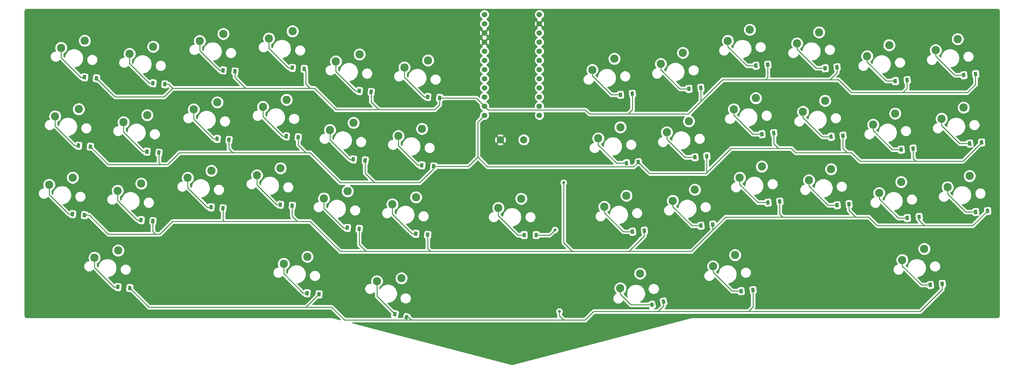
<source format=gbr>
G04 #@! TF.GenerationSoftware,KiCad,Pcbnew,(5.1.0)-1*
G04 #@! TF.CreationDate,2019-06-28T01:08:36+08:00*
G04 #@! TF.ProjectId,Kamaitachi,4b616d61-6974-4616-9368-692e6b696361,rev?*
G04 #@! TF.SameCoordinates,Original*
G04 #@! TF.FileFunction,Copper,L2,Bot*
G04 #@! TF.FilePolarity,Positive*
%FSLAX46Y46*%
G04 Gerber Fmt 4.6, Leading zero omitted, Abs format (unit mm)*
G04 Created by KiCad (PCBNEW (5.1.0)-1) date 2019-06-28 01:08:36*
%MOMM*%
%LPD*%
G04 APERTURE LIST*
%ADD10C,2.286000*%
%ADD11C,0.900000*%
%ADD12C,0.100000*%
%ADD13C,1.524000*%
%ADD14C,2.000000*%
%ADD15R,0.900000X1.200000*%
%ADD16C,0.800000*%
%ADD17C,0.250000*%
%ADD18C,0.254000*%
G04 APERTURE END LIST*
D10*
X327879196Y-147670973D03*
X333983656Y-144587199D03*
X326218879Y-128693464D03*
X332323339Y-125609690D03*
X324558562Y-109715955D03*
X330663022Y-106632181D03*
X315306879Y-167893676D03*
X321411339Y-164809902D03*
X308901687Y-149331290D03*
X315006147Y-146247516D03*
X307241370Y-130353781D03*
X313345830Y-127270007D03*
X305581053Y-111376272D03*
X311685513Y-108292498D03*
X289467591Y-145772792D03*
X295572051Y-142689018D03*
X287807274Y-126795283D03*
X293911734Y-123711509D03*
X286146957Y-107817773D03*
X292251417Y-104733999D03*
X270282542Y-145060920D03*
X276387002Y-141977146D03*
X268622225Y-126083411D03*
X274726685Y-122999637D03*
X266961909Y-107105902D03*
X273066369Y-104022128D03*
X262869184Y-169612965D03*
X268973644Y-166529191D03*
X251720113Y-151465614D03*
X257824573Y-148381840D03*
X250059796Y-132488105D03*
X256164256Y-129404331D03*
X248399479Y-113510595D03*
X254503939Y-110426821D03*
X237169395Y-175737885D03*
X242645624Y-171640932D03*
X232742604Y-153125931D03*
X238847064Y-150042157D03*
X231082287Y-134148422D03*
X237186747Y-131064648D03*
X229421970Y-115170912D03*
X235526430Y-112087138D03*
X203359100Y-153432330D03*
X209709100Y-150892330D03*
X174004593Y-152461804D03*
X180551805Y-150484909D03*
X175664910Y-133484295D03*
X182212122Y-131507400D03*
X177325227Y-114506785D03*
X183872439Y-112529890D03*
X169731076Y-173758915D03*
X176522105Y-172948964D03*
X155027084Y-150801487D03*
X161574296Y-148824592D03*
X156687401Y-131823978D03*
X163234613Y-129847083D03*
X158347718Y-112846468D03*
X164894930Y-110869573D03*
X143878013Y-168948838D03*
X150425225Y-166971943D03*
X136464655Y-144396793D03*
X143011867Y-142419898D03*
X138124972Y-125419284D03*
X144672184Y-123442389D03*
X139785288Y-106441775D03*
X146332500Y-104464880D03*
X117279606Y-145108665D03*
X123826818Y-143131770D03*
X118939923Y-126131156D03*
X125487135Y-124154261D03*
X120600240Y-107153646D03*
X127147452Y-105176751D03*
X91441314Y-167229636D03*
X97988526Y-165252741D03*
X97845510Y-148667163D03*
X104392722Y-146690268D03*
X99505907Y-129689661D03*
X106053119Y-127712766D03*
X101166144Y-110712145D03*
X107713356Y-108735250D03*
X78868001Y-147006846D03*
X85415213Y-145029951D03*
X80528318Y-128029337D03*
X87075530Y-126052442D03*
X82188635Y-109051828D03*
X88735847Y-107074933D03*
D11*
X180480193Y-160597148D03*
D12*
G36*
X180980774Y-160038651D02*
G01*
X180876187Y-161234085D01*
X179979612Y-161155645D01*
X180084199Y-159960211D01*
X180980774Y-160038651D01*
X180980774Y-160038651D01*
G37*
D11*
X183767635Y-160884762D03*
D12*
G36*
X184268216Y-160326265D02*
G01*
X184163629Y-161521699D01*
X183267054Y-161443259D01*
X183371641Y-160247825D01*
X184268216Y-160326265D01*
X184268216Y-160326265D01*
G37*
D11*
X123755206Y-153244008D03*
D12*
G36*
X124255787Y-152685511D02*
G01*
X124151200Y-153880945D01*
X123254625Y-153802505D01*
X123359212Y-152607071D01*
X124255787Y-152685511D01*
X124255787Y-152685511D01*
G37*
D11*
X127042648Y-153531622D03*
D12*
G36*
X127543229Y-152973125D02*
G01*
X127438642Y-154168559D01*
X126542067Y-154090119D01*
X126646654Y-152894685D01*
X127543229Y-152973125D01*
X127543229Y-152973125D01*
G37*
D11*
X97916914Y-175364980D03*
D12*
G36*
X98417495Y-174806483D02*
G01*
X98312908Y-176001917D01*
X97416333Y-175923477D01*
X97520920Y-174728043D01*
X98417495Y-174806483D01*
X98417495Y-174806483D01*
G37*
D11*
X101204356Y-175652594D03*
D12*
G36*
X101704937Y-175094097D02*
G01*
X101600350Y-176289531D01*
X100703775Y-176211091D01*
X100808362Y-175015657D01*
X101704937Y-175094097D01*
X101704937Y-175094097D01*
G37*
D11*
X104321110Y-156802506D03*
D12*
G36*
X104821691Y-156244009D02*
G01*
X104717104Y-157439443D01*
X103820529Y-157361003D01*
X103925116Y-156165569D01*
X104821691Y-156244009D01*
X104821691Y-156244009D01*
G37*
D11*
X107608552Y-157090120D03*
D12*
G36*
X108109133Y-156531623D02*
G01*
X108004546Y-157727057D01*
X107107971Y-157648617D01*
X107212558Y-156453183D01*
X108109133Y-156531623D01*
X108109133Y-156531623D01*
G37*
D11*
X105981427Y-137824997D03*
D12*
G36*
X106482008Y-137266500D02*
G01*
X106377421Y-138461934D01*
X105480846Y-138383494D01*
X105585433Y-137188060D01*
X106482008Y-137266500D01*
X106482008Y-137266500D01*
G37*
D11*
X109268869Y-138112611D03*
D12*
G36*
X109769450Y-137554114D02*
G01*
X109664863Y-138749548D01*
X108768288Y-138671108D01*
X108872875Y-137475674D01*
X109769450Y-137554114D01*
X109769450Y-137554114D01*
G37*
D11*
X107641743Y-118847488D03*
D12*
G36*
X108142324Y-118288991D02*
G01*
X108037737Y-119484425D01*
X107141162Y-119405985D01*
X107245749Y-118210551D01*
X108142324Y-118288991D01*
X108142324Y-118288991D01*
G37*
D11*
X110929185Y-119135102D03*
D12*
G36*
X111429766Y-118576605D02*
G01*
X111325179Y-119772039D01*
X110428604Y-119693599D01*
X110533191Y-118498165D01*
X111429766Y-118576605D01*
X111429766Y-118576605D01*
G37*
D11*
X85343601Y-155142189D03*
D12*
G36*
X85844182Y-154583692D02*
G01*
X85739595Y-155779126D01*
X84843020Y-155700686D01*
X84947607Y-154505252D01*
X85844182Y-154583692D01*
X85844182Y-154583692D01*
G37*
D11*
X88631043Y-155429803D03*
D12*
G36*
X89131624Y-154871306D02*
G01*
X89027037Y-156066740D01*
X88130462Y-155988300D01*
X88235049Y-154792866D01*
X89131624Y-154871306D01*
X89131624Y-154871306D01*
G37*
D11*
X182140510Y-141619639D03*
D12*
G36*
X182641091Y-141061142D02*
G01*
X182536504Y-142256576D01*
X181639929Y-142178136D01*
X181744516Y-140982702D01*
X182641091Y-141061142D01*
X182641091Y-141061142D01*
G37*
D11*
X185427952Y-141907253D03*
D12*
G36*
X185928533Y-141348756D02*
G01*
X185823946Y-142544190D01*
X184927371Y-142465750D01*
X185031958Y-141270316D01*
X185928533Y-141348756D01*
X185928533Y-141348756D01*
G37*
D11*
X163163001Y-139959322D03*
D12*
G36*
X163663582Y-139400825D02*
G01*
X163558995Y-140596259D01*
X162662420Y-140517819D01*
X162767007Y-139322385D01*
X163663582Y-139400825D01*
X163663582Y-139400825D01*
G37*
D11*
X166450443Y-140246936D03*
D12*
G36*
X166951024Y-139688439D02*
G01*
X166846437Y-140883873D01*
X165949862Y-140805433D01*
X166054449Y-139609999D01*
X166951024Y-139688439D01*
X166951024Y-139688439D01*
G37*
D11*
X174695608Y-182895139D03*
D12*
G36*
X175285566Y-182432052D02*
G01*
X174974983Y-183591163D01*
X174105650Y-183358226D01*
X174416233Y-182199115D01*
X175285566Y-182432052D01*
X175285566Y-182432052D01*
G37*
D11*
X177883164Y-183749241D03*
D12*
G36*
X178473122Y-183286154D02*
G01*
X178162539Y-184445265D01*
X177293206Y-184212328D01*
X177603789Y-183053217D01*
X178473122Y-183286154D01*
X178473122Y-183286154D01*
G37*
D11*
X161502684Y-158936831D03*
D12*
G36*
X162003265Y-158378334D02*
G01*
X161898678Y-159573768D01*
X161002103Y-159495328D01*
X161106690Y-158299894D01*
X162003265Y-158378334D01*
X162003265Y-158378334D01*
G37*
D11*
X164790126Y-159224445D03*
D12*
G36*
X165290707Y-158665948D02*
G01*
X165186120Y-159861382D01*
X164289545Y-159782942D01*
X164394132Y-158587508D01*
X165290707Y-158665948D01*
X165290707Y-158665948D01*
G37*
D11*
X164823318Y-120981812D03*
D12*
G36*
X165323899Y-120423315D02*
G01*
X165219312Y-121618749D01*
X164322737Y-121540309D01*
X164427324Y-120344875D01*
X165323899Y-120423315D01*
X165323899Y-120423315D01*
G37*
D11*
X168110760Y-121269426D03*
D12*
G36*
X168611341Y-120710929D02*
G01*
X168506754Y-121906363D01*
X167610179Y-121827923D01*
X167714766Y-120632489D01*
X168611341Y-120710929D01*
X168611341Y-120710929D01*
G37*
D11*
X144600571Y-133554627D03*
D12*
G36*
X145101152Y-132996130D02*
G01*
X144996565Y-134191564D01*
X144099990Y-134113124D01*
X144204577Y-132917690D01*
X145101152Y-132996130D01*
X145101152Y-132996130D01*
G37*
D11*
X147888013Y-133842241D03*
D12*
G36*
X148388594Y-133283744D02*
G01*
X148284007Y-134479178D01*
X147387432Y-134400738D01*
X147492019Y-133205304D01*
X148388594Y-133283744D01*
X148388594Y-133283744D01*
G37*
D11*
X142940254Y-152532136D03*
D12*
G36*
X143440835Y-151973639D02*
G01*
X143336248Y-153169073D01*
X142439673Y-153090633D01*
X142544260Y-151895199D01*
X143440835Y-151973639D01*
X143440835Y-151973639D01*
G37*
D11*
X146227696Y-152819750D03*
D12*
G36*
X146728277Y-152261253D02*
G01*
X146623690Y-153456687D01*
X145727115Y-153378247D01*
X145831702Y-152182813D01*
X146728277Y-152261253D01*
X146728277Y-152261253D01*
G37*
D11*
X146260888Y-114577118D03*
D12*
G36*
X146761469Y-114018621D02*
G01*
X146656882Y-115214055D01*
X145760307Y-115135615D01*
X145864894Y-113940181D01*
X146761469Y-114018621D01*
X146761469Y-114018621D01*
G37*
D11*
X149548330Y-114864732D03*
D12*
G36*
X150048911Y-114306235D02*
G01*
X149944324Y-115501669D01*
X149047749Y-115423229D01*
X149152336Y-114227795D01*
X150048911Y-114306235D01*
X150048911Y-114306235D01*
G37*
D11*
X125415523Y-134266499D03*
D12*
G36*
X125916104Y-133708002D02*
G01*
X125811517Y-134903436D01*
X124914942Y-134824996D01*
X125019529Y-133629562D01*
X125916104Y-133708002D01*
X125916104Y-133708002D01*
G37*
D11*
X128702965Y-134554113D03*
D12*
G36*
X129203546Y-133995616D02*
G01*
X129098959Y-135191050D01*
X128202384Y-135112610D01*
X128306971Y-133917176D01*
X129203546Y-133995616D01*
X129203546Y-133995616D01*
G37*
D11*
X127075840Y-115288989D03*
D12*
G36*
X127576421Y-114730492D02*
G01*
X127471834Y-115925926D01*
X126575259Y-115847486D01*
X126679846Y-114652052D01*
X127576421Y-114730492D01*
X127576421Y-114730492D01*
G37*
D11*
X130363282Y-115576603D03*
D12*
G36*
X130863863Y-115018106D02*
G01*
X130759276Y-116213540D01*
X129862701Y-116135100D01*
X129967288Y-114939666D01*
X130863863Y-115018106D01*
X130863863Y-115018106D01*
G37*
D11*
X183800827Y-122642129D03*
D12*
G36*
X184301408Y-122083632D02*
G01*
X184196821Y-123279066D01*
X183300246Y-123200626D01*
X183404833Y-122005192D01*
X184301408Y-122083632D01*
X184301408Y-122083632D01*
G37*
D11*
X187088269Y-122929743D03*
D12*
G36*
X187588850Y-122371246D02*
G01*
X187484263Y-123566680D01*
X186587688Y-123488240D01*
X186692275Y-122292806D01*
X187588850Y-122371246D01*
X187588850Y-122371246D01*
G37*
D11*
X150353613Y-177084181D03*
D12*
G36*
X150854194Y-176525684D02*
G01*
X150749607Y-177721118D01*
X149853032Y-177642678D01*
X149957619Y-176447244D01*
X150854194Y-176525684D01*
X150854194Y-176525684D01*
G37*
D11*
X153641055Y-177371795D03*
D12*
G36*
X154141636Y-176813298D02*
G01*
X154037049Y-178008732D01*
X153140474Y-177930292D01*
X153245061Y-176734858D01*
X154141636Y-176813298D01*
X154141636Y-176813298D01*
G37*
D11*
X87003918Y-136164680D03*
D12*
G36*
X87504499Y-135606183D02*
G01*
X87399912Y-136801617D01*
X86503337Y-136723177D01*
X86607924Y-135527743D01*
X87504499Y-135606183D01*
X87504499Y-135606183D01*
G37*
D11*
X90291360Y-136452294D03*
D12*
G36*
X90791941Y-135893797D02*
G01*
X90687354Y-137089231D01*
X89790779Y-137010791D01*
X89895366Y-135815357D01*
X90791941Y-135893797D01*
X90791941Y-135893797D01*
G37*
D11*
X88664234Y-117187171D03*
D12*
G36*
X89164815Y-116628674D02*
G01*
X89060228Y-117824108D01*
X88163653Y-117745668D01*
X88268240Y-116550234D01*
X89164815Y-116628674D01*
X89164815Y-116628674D01*
G37*
D11*
X91951676Y-117474785D03*
D12*
G36*
X92452257Y-116916288D02*
G01*
X92347670Y-118111722D01*
X91451095Y-118033282D01*
X91555682Y-116837848D01*
X92452257Y-116916288D01*
X92452257Y-116916288D01*
G37*
D13*
X214733220Y-99822480D03*
X214733220Y-102362480D03*
X214733220Y-104902480D03*
X214733220Y-107442480D03*
X214733220Y-109982480D03*
X214733220Y-112522480D03*
X214733220Y-115062480D03*
X214733220Y-117602480D03*
X214733220Y-120142480D03*
X214733220Y-122682480D03*
X214733220Y-125222480D03*
X214733220Y-127762480D03*
X199513220Y-127762480D03*
X199513220Y-125222480D03*
X199513220Y-122682480D03*
X199513220Y-120142480D03*
X199513220Y-117602480D03*
X199513220Y-115062480D03*
X199513220Y-112522480D03*
X199513220Y-109982480D03*
X199513220Y-107442480D03*
X199513220Y-104902480D03*
X199513220Y-102362480D03*
X199513220Y-99822480D03*
D14*
X210419620Y-134541190D03*
X203919620Y-134541190D03*
D11*
X335669104Y-154558246D03*
D12*
G36*
X336065098Y-153921309D02*
G01*
X336169685Y-155116743D01*
X335273110Y-155195183D01*
X335168523Y-153999749D01*
X336065098Y-153921309D01*
X336065098Y-153921309D01*
G37*
D11*
X338956546Y-154270632D03*
D12*
G36*
X339352540Y-153633695D02*
G01*
X339457127Y-154829129D01*
X338560552Y-154907569D01*
X338455965Y-153712135D01*
X339352540Y-153633695D01*
X339352540Y-153633695D01*
G37*
D11*
X334008787Y-135580737D03*
D12*
G36*
X334404781Y-134943800D02*
G01*
X334509368Y-136139234D01*
X333612793Y-136217674D01*
X333508206Y-135022240D01*
X334404781Y-134943800D01*
X334404781Y-134943800D01*
G37*
D11*
X337296229Y-135293123D03*
D12*
G36*
X337692223Y-134656186D02*
G01*
X337796810Y-135851620D01*
X336900235Y-135930060D01*
X336795648Y-134734626D01*
X337692223Y-134656186D01*
X337692223Y-134656186D01*
G37*
D11*
X332348470Y-116603228D03*
D12*
G36*
X332744464Y-115966291D02*
G01*
X332849051Y-117161725D01*
X331952476Y-117240165D01*
X331847889Y-116044731D01*
X332744464Y-115966291D01*
X332744464Y-115966291D01*
G37*
D11*
X335635912Y-116315614D03*
D12*
G36*
X336031906Y-115678677D02*
G01*
X336136493Y-116874111D01*
X335239918Y-116952551D01*
X335135331Y-115757117D01*
X336031906Y-115678677D01*
X336031906Y-115678677D01*
G37*
D11*
X323096788Y-174780949D03*
D12*
G36*
X323492782Y-174144012D02*
G01*
X323597369Y-175339446D01*
X322700794Y-175417886D01*
X322596207Y-174222452D01*
X323492782Y-174144012D01*
X323492782Y-174144012D01*
G37*
D11*
X326384230Y-174493335D03*
D12*
G36*
X326780224Y-173856398D02*
G01*
X326884811Y-175051832D01*
X325988236Y-175130272D01*
X325883649Y-173934838D01*
X326780224Y-173856398D01*
X326780224Y-173856398D01*
G37*
D11*
X316691595Y-156218563D03*
D12*
G36*
X317087589Y-155581626D02*
G01*
X317192176Y-156777060D01*
X316295601Y-156855500D01*
X316191014Y-155660066D01*
X317087589Y-155581626D01*
X317087589Y-155581626D01*
G37*
D11*
X319979037Y-155930949D03*
D12*
G36*
X320375031Y-155294012D02*
G01*
X320479618Y-156489446D01*
X319583043Y-156567886D01*
X319478456Y-155372452D01*
X320375031Y-155294012D01*
X320375031Y-155294012D01*
G37*
D11*
X315031278Y-137241054D03*
D12*
G36*
X315427272Y-136604117D02*
G01*
X315531859Y-137799551D01*
X314635284Y-137877991D01*
X314530697Y-136682557D01*
X315427272Y-136604117D01*
X315427272Y-136604117D01*
G37*
D11*
X318318720Y-136953440D03*
D12*
G36*
X318714714Y-136316503D02*
G01*
X318819301Y-137511937D01*
X317922726Y-137590377D01*
X317818139Y-136394943D01*
X318714714Y-136316503D01*
X318714714Y-136316503D01*
G37*
D11*
X313370961Y-118263545D03*
D12*
G36*
X313766955Y-117626608D02*
G01*
X313871542Y-118822042D01*
X312974967Y-118900482D01*
X312870380Y-117705048D01*
X313766955Y-117626608D01*
X313766955Y-117626608D01*
G37*
D11*
X316658403Y-117975931D03*
D12*
G36*
X317054397Y-117338994D02*
G01*
X317158984Y-118534428D01*
X316262409Y-118612868D01*
X316157822Y-117417434D01*
X317054397Y-117338994D01*
X317054397Y-117338994D01*
G37*
D11*
X297257499Y-152660065D03*
D12*
G36*
X297653493Y-152023128D02*
G01*
X297758080Y-153218562D01*
X296861505Y-153297002D01*
X296756918Y-152101568D01*
X297653493Y-152023128D01*
X297653493Y-152023128D01*
G37*
D11*
X300544941Y-152372451D03*
D12*
G36*
X300940935Y-151735514D02*
G01*
X301045522Y-152930948D01*
X300148947Y-153009388D01*
X300044360Y-151813954D01*
X300940935Y-151735514D01*
X300940935Y-151735514D01*
G37*
D11*
X295597182Y-133682556D03*
D12*
G36*
X295993176Y-133045619D02*
G01*
X296097763Y-134241053D01*
X295201188Y-134319493D01*
X295096601Y-133124059D01*
X295993176Y-133045619D01*
X295993176Y-133045619D01*
G37*
D11*
X298884624Y-133394942D03*
D12*
G36*
X299280618Y-132758005D02*
G01*
X299385205Y-133953439D01*
X298488630Y-134031879D01*
X298384043Y-132836445D01*
X299280618Y-132758005D01*
X299280618Y-132758005D01*
G37*
D11*
X293936865Y-114705046D03*
D12*
G36*
X294332859Y-114068109D02*
G01*
X294437446Y-115263543D01*
X293540871Y-115341983D01*
X293436284Y-114146549D01*
X294332859Y-114068109D01*
X294332859Y-114068109D01*
G37*
D11*
X297224307Y-114417432D03*
D12*
G36*
X297620301Y-113780495D02*
G01*
X297724888Y-114975929D01*
X296828313Y-115054369D01*
X296723726Y-113858935D01*
X297620301Y-113780495D01*
X297620301Y-113780495D01*
G37*
D11*
X278072451Y-151948193D03*
D12*
G36*
X278468445Y-151311256D02*
G01*
X278573032Y-152506690D01*
X277676457Y-152585130D01*
X277571870Y-151389696D01*
X278468445Y-151311256D01*
X278468445Y-151311256D01*
G37*
D11*
X281359893Y-151660579D03*
D12*
G36*
X281755887Y-151023642D02*
G01*
X281860474Y-152219076D01*
X280963899Y-152297516D01*
X280859312Y-151102082D01*
X281755887Y-151023642D01*
X281755887Y-151023642D01*
G37*
D11*
X276412134Y-132970684D03*
D12*
G36*
X276808128Y-132333747D02*
G01*
X276912715Y-133529181D01*
X276016140Y-133607621D01*
X275911553Y-132412187D01*
X276808128Y-132333747D01*
X276808128Y-132333747D01*
G37*
D11*
X279699576Y-132683070D03*
D12*
G36*
X280095570Y-132046133D02*
G01*
X280200157Y-133241567D01*
X279303582Y-133320007D01*
X279198995Y-132124573D01*
X280095570Y-132046133D01*
X280095570Y-132046133D01*
G37*
D11*
X274751817Y-113993175D03*
D12*
G36*
X275147811Y-113356238D02*
G01*
X275252398Y-114551672D01*
X274355823Y-114630112D01*
X274251236Y-113434678D01*
X275147811Y-113356238D01*
X275147811Y-113356238D01*
G37*
D11*
X278039259Y-113705561D03*
D12*
G36*
X278435253Y-113068624D02*
G01*
X278539840Y-114264058D01*
X277643265Y-114342498D01*
X277538678Y-113147064D01*
X278435253Y-113068624D01*
X278435253Y-113068624D01*
G37*
D11*
X270659092Y-176500238D03*
D12*
G36*
X271055086Y-175863301D02*
G01*
X271159673Y-177058735D01*
X270263098Y-177137175D01*
X270158511Y-175941741D01*
X271055086Y-175863301D01*
X271055086Y-175863301D01*
G37*
D11*
X273946534Y-176212624D03*
D12*
G36*
X274342528Y-175575687D02*
G01*
X274447115Y-176771121D01*
X273550540Y-176849561D01*
X273445953Y-175654127D01*
X274342528Y-175575687D01*
X274342528Y-175575687D01*
G37*
D11*
X259510021Y-158352887D03*
D12*
G36*
X259906015Y-157715950D02*
G01*
X260010602Y-158911384D01*
X259114027Y-158989824D01*
X259009440Y-157794390D01*
X259906015Y-157715950D01*
X259906015Y-157715950D01*
G37*
D11*
X262797463Y-158065273D03*
D12*
G36*
X263193457Y-157428336D02*
G01*
X263298044Y-158623770D01*
X262401469Y-158702210D01*
X262296882Y-157506776D01*
X263193457Y-157428336D01*
X263193457Y-157428336D01*
G37*
D11*
X257849704Y-139375378D03*
D12*
G36*
X258245698Y-138738441D02*
G01*
X258350285Y-139933875D01*
X257453710Y-140012315D01*
X257349123Y-138816881D01*
X258245698Y-138738441D01*
X258245698Y-138738441D01*
G37*
D11*
X261137146Y-139087764D03*
D12*
G36*
X261533140Y-138450827D02*
G01*
X261637727Y-139646261D01*
X260741152Y-139724701D01*
X260636565Y-138529267D01*
X261533140Y-138450827D01*
X261533140Y-138450827D01*
G37*
D11*
X256189387Y-120397868D03*
D12*
G36*
X256585381Y-119760931D02*
G01*
X256689968Y-120956365D01*
X255793393Y-121034805D01*
X255688806Y-119839371D01*
X256585381Y-119760931D01*
X256585381Y-119760931D01*
G37*
D11*
X259476829Y-120110254D03*
D12*
G36*
X259872823Y-119473317D02*
G01*
X259977410Y-120668751D01*
X259080835Y-120747191D01*
X258976248Y-119551757D01*
X259872823Y-119473317D01*
X259872823Y-119473317D01*
G37*
D11*
X245960043Y-180289131D03*
D12*
G36*
X246239418Y-179593107D02*
G01*
X246550001Y-180752218D01*
X245680668Y-180985155D01*
X245370085Y-179826044D01*
X246239418Y-179593107D01*
X246239418Y-179593107D01*
G37*
D11*
X249147599Y-179435029D03*
D12*
G36*
X249426974Y-178739005D02*
G01*
X249737557Y-179898116D01*
X248868224Y-180131053D01*
X248557641Y-178971942D01*
X249426974Y-178739005D01*
X249426974Y-178739005D01*
G37*
D11*
X240532512Y-160013204D03*
D12*
G36*
X240928506Y-159376267D02*
G01*
X241033093Y-160571701D01*
X240136518Y-160650141D01*
X240031931Y-159454707D01*
X240928506Y-159376267D01*
X240928506Y-159376267D01*
G37*
D11*
X243819954Y-159725590D03*
D12*
G36*
X244215948Y-159088653D02*
G01*
X244320535Y-160284087D01*
X243423960Y-160362527D01*
X243319373Y-159167093D01*
X244215948Y-159088653D01*
X244215948Y-159088653D01*
G37*
D11*
X238872195Y-141035695D03*
D12*
G36*
X239268189Y-140398758D02*
G01*
X239372776Y-141594192D01*
X238476201Y-141672632D01*
X238371614Y-140477198D01*
X239268189Y-140398758D01*
X239268189Y-140398758D01*
G37*
D11*
X242159637Y-140748081D03*
D12*
G36*
X242555631Y-140111144D02*
G01*
X242660218Y-141306578D01*
X241763643Y-141385018D01*
X241659056Y-140189584D01*
X242555631Y-140111144D01*
X242555631Y-140111144D01*
G37*
D11*
X237211878Y-122058185D03*
D12*
G36*
X237607872Y-121421248D02*
G01*
X237712459Y-122616682D01*
X236815884Y-122695122D01*
X236711297Y-121499688D01*
X237607872Y-121421248D01*
X237607872Y-121421248D01*
G37*
D11*
X240499320Y-121770571D03*
D12*
G36*
X240895314Y-121133634D02*
G01*
X240999901Y-122329068D01*
X240103326Y-122407508D01*
X239998739Y-121212074D01*
X240895314Y-121133634D01*
X240895314Y-121133634D01*
G37*
D15*
X210519100Y-160972330D03*
X213819100Y-160972330D03*
D16*
X221457180Y-146447490D03*
X220266550Y-182166390D03*
X219075920Y-159544420D03*
D17*
X88112516Y-117187171D02*
X88664234Y-117187171D01*
X87603732Y-117187171D02*
X88112516Y-117187171D01*
X82188635Y-111772074D02*
X87603732Y-117187171D01*
X82188635Y-109051828D02*
X82188635Y-111772074D01*
X91951676Y-117474785D02*
X97111781Y-122634890D01*
X97111781Y-122634890D02*
X110728590Y-122634890D01*
X110728590Y-122634890D02*
X110929185Y-122434295D01*
X110929185Y-122434295D02*
X113109850Y-120253630D01*
X113109850Y-120253630D02*
X133350560Y-120253630D01*
X133350560Y-120253630D02*
X151210010Y-120253630D01*
X151210010Y-120253630D02*
X152400640Y-120253630D01*
X152400640Y-120253630D02*
X158353790Y-126206780D01*
X110929185Y-119135102D02*
X111991322Y-119135102D01*
X111991322Y-119135102D02*
X113109850Y-120253630D01*
X130363282Y-115576603D02*
X130363282Y-117266352D01*
X130363282Y-117266352D02*
X133350560Y-120253630D01*
X150034417Y-119078037D02*
X151210010Y-120253630D01*
X150034417Y-115350819D02*
X150034417Y-119078037D01*
X149548330Y-114864732D02*
X150034417Y-115350819D01*
X168110760Y-121269426D02*
X168110760Y-124057450D01*
X168110760Y-124057450D02*
X170260090Y-126206780D01*
X158353790Y-126206780D02*
X170260090Y-126206780D01*
X187088269Y-122929743D02*
X187088269Y-124856791D01*
X187088269Y-124856791D02*
X185738280Y-126206780D01*
X170260090Y-126206780D02*
X185738280Y-126206780D01*
X197220483Y-122929743D02*
X199513220Y-125222480D01*
X187088269Y-122929743D02*
X197220483Y-122929743D01*
X335635912Y-116315614D02*
X335635912Y-119184748D01*
X335635912Y-119184748D02*
X333376400Y-121444260D01*
X301229390Y-121444260D02*
X297657500Y-117872370D01*
X269082380Y-117872370D02*
X266701120Y-117872370D01*
X266701120Y-117872370D02*
X265510490Y-117872370D01*
X316658403Y-120302807D02*
X315516950Y-121444260D01*
X316658403Y-117975931D02*
X316658403Y-120302807D01*
X333376400Y-121444260D02*
X315516950Y-121444260D01*
X315516950Y-121444260D02*
X301229390Y-121444260D01*
X297224307Y-115924303D02*
X295276240Y-117872370D01*
X297224307Y-114417432D02*
X297224307Y-115924303D01*
X297657500Y-117872370D02*
X295276240Y-117872370D01*
X278039259Y-117249901D02*
X277416790Y-117872370D01*
X278039259Y-113705561D02*
X278039259Y-117249901D01*
X295276240Y-117872370D02*
X277416790Y-117872370D01*
X277416790Y-117872370D02*
X269082380Y-117872370D01*
X259476829Y-123745009D02*
X259557340Y-123825520D01*
X259476829Y-120110254D02*
X259476829Y-123745009D01*
X265510490Y-117872370D02*
X259557340Y-123825520D01*
X259557340Y-123825520D02*
X255985450Y-127397410D01*
X240499320Y-126214720D02*
X239316630Y-127397410D01*
X240499320Y-121770571D02*
X240499320Y-126214720D01*
X255985450Y-127397410D02*
X239316630Y-127397410D01*
X199513220Y-125222480D02*
X200600221Y-126309481D01*
X227513031Y-126309481D02*
X228600960Y-127397410D01*
X226116999Y-126309481D02*
X227513031Y-126309481D01*
X239316630Y-127397410D02*
X228600960Y-127397410D01*
X226116999Y-126309481D02*
X226322401Y-126309481D01*
X200600221Y-126309481D02*
X226116999Y-126309481D01*
X86452200Y-136164680D02*
X87003918Y-136164680D01*
X85943415Y-136164680D02*
X86452200Y-136164680D01*
X80528318Y-130749583D02*
X85943415Y-136164680D01*
X80528318Y-128029337D02*
X80528318Y-130749583D01*
X90291360Y-136452294D02*
X95250400Y-141411334D01*
X111645584Y-141411334D02*
X114943838Y-138113080D01*
X151210010Y-138113080D02*
X158353790Y-145256860D01*
X158353790Y-145256860D02*
X159544420Y-146447490D01*
X109268869Y-140868607D02*
X109811596Y-141411334D01*
X109268869Y-138112611D02*
X109268869Y-140868607D01*
X95250400Y-141411334D02*
X109811596Y-141411334D01*
X109811596Y-141411334D02*
X111645584Y-141411334D01*
X128702965Y-134554113D02*
X128702965Y-137037375D01*
X128702965Y-137037375D02*
X129778670Y-138113080D01*
X114943838Y-138113080D02*
X129778670Y-138113080D01*
X147888013Y-135981713D02*
X150019380Y-138113080D01*
X147888013Y-133842241D02*
X147888013Y-135981713D01*
X129778670Y-138113080D02*
X150019380Y-138113080D01*
X150019380Y-138113080D02*
X151210010Y-138113080D01*
X166450443Y-140246936D02*
X166450443Y-143828473D01*
X166450443Y-143828473D02*
X169069460Y-146447490D01*
X159544420Y-146447490D02*
X169069460Y-146447490D01*
X181590007Y-146447490D02*
X180975760Y-146447490D01*
X185427952Y-142609545D02*
X181590007Y-146447490D01*
X185427952Y-141907253D02*
X185427952Y-142609545D01*
X169069460Y-146447490D02*
X180975760Y-146447490D01*
X185427952Y-141907253D02*
X195041037Y-141907253D01*
X195041037Y-141907253D02*
X197644580Y-139303710D01*
X197644580Y-129631120D02*
X199513220Y-127762480D01*
X197644580Y-139303710D02*
X197644580Y-129631120D01*
X240910076Y-141997642D02*
X242159637Y-140748081D01*
X200338512Y-141997642D02*
X240910076Y-141997642D01*
X197644580Y-139303710D02*
X200338512Y-141997642D01*
X242159637Y-140748081D02*
X245269780Y-143858224D01*
X245269780Y-143858224D02*
X260955976Y-143858224D01*
X284560570Y-136922450D02*
X285751200Y-138113080D01*
X301229390Y-138113080D02*
X303610650Y-140494340D01*
X332095012Y-140494340D02*
X337296229Y-135293123D01*
X303610650Y-140494340D02*
X332095012Y-140494340D01*
X318318720Y-136953440D02*
X318318720Y-139724220D01*
X318318720Y-139724220D02*
X319088840Y-140494340D01*
X298884624Y-136958944D02*
X300038760Y-138113080D01*
X298884624Y-133394942D02*
X298884624Y-136958944D01*
X285751200Y-138113080D02*
X300038760Y-138113080D01*
X300038760Y-138113080D02*
X301229390Y-138113080D01*
X279699576Y-135633346D02*
X280988680Y-136922450D01*
X279699576Y-132683070D02*
X279699576Y-135633346D01*
X267891750Y-136922450D02*
X280988680Y-136922450D01*
X280988680Y-136922450D02*
X284560570Y-136922450D01*
X261137146Y-143264776D02*
X261343285Y-143470915D01*
X261137146Y-139087764D02*
X261137146Y-143264776D01*
X260955976Y-143858224D02*
X261343285Y-143470915D01*
X261343285Y-143470915D02*
X267891750Y-136922450D01*
X88631043Y-155429803D02*
X89945153Y-155429803D01*
X89945153Y-155429803D02*
X95250400Y-160735050D01*
X109537960Y-160735050D02*
X113109850Y-157163160D01*
X151210010Y-157163160D02*
X159544420Y-165497570D01*
X107608552Y-159996272D02*
X108347330Y-160735050D01*
X107608552Y-157090120D02*
X107608552Y-159996272D01*
X95250400Y-160735050D02*
X108347330Y-160735050D01*
X108347330Y-160735050D02*
X109537960Y-160735050D01*
X127042648Y-156808398D02*
X127397410Y-157163160D01*
X127042648Y-153531622D02*
X127042648Y-156808398D01*
X113109850Y-157163160D02*
X127397410Y-157163160D01*
X146227696Y-155752736D02*
X147638120Y-157163160D01*
X146227696Y-152819750D02*
X146227696Y-155752736D01*
X127397410Y-157163160D02*
X147638120Y-157163160D01*
X147638120Y-157163160D02*
X151210010Y-157163160D01*
X164790126Y-159224445D02*
X164790126Y-163599496D01*
X164790126Y-163599496D02*
X166688200Y-165497570D01*
X159544420Y-165497570D02*
X166688200Y-165497570D01*
X183767635Y-160884762D02*
X183767635Y-164717555D01*
X183767635Y-164717555D02*
X184547650Y-165497570D01*
X166688200Y-165497570D02*
X184547650Y-165497570D01*
X184547650Y-165497570D02*
X186928910Y-165497570D01*
X242888520Y-162175736D02*
X242888520Y-161925680D01*
X243819954Y-161244302D02*
X241822918Y-163241338D01*
X243819954Y-159725590D02*
X243819954Y-161244302D01*
X239566686Y-165497570D02*
X241822918Y-163241338D01*
X241822918Y-163241338D02*
X242888520Y-162175736D01*
X239316630Y-165497570D02*
X239566686Y-165497570D01*
X334873388Y-158353790D02*
X338956546Y-154270632D01*
X305991910Y-155972530D02*
X308373170Y-158353790D01*
X239316630Y-165497570D02*
X256883878Y-165497570D01*
X319979037Y-155930949D02*
X319979037Y-156862727D01*
X319979037Y-156862727D02*
X321470100Y-158353790D01*
X308373170Y-158353790D02*
X321470100Y-158353790D01*
X321470100Y-158353790D02*
X334873388Y-158353790D01*
X300544941Y-154097451D02*
X302420020Y-155972530D01*
X300544941Y-152372451D02*
X300544941Y-154097451D01*
X302420020Y-155972530D02*
X305991910Y-155972530D01*
X281359893Y-155153113D02*
X282179310Y-155972530D01*
X281359893Y-151660579D02*
X281359893Y-155153113D01*
X266408918Y-155972530D02*
X282179310Y-155972530D01*
X282179310Y-155972530D02*
X302420020Y-155972530D01*
X262797463Y-159212653D02*
X262983129Y-159398319D01*
X262797463Y-158065273D02*
X262797463Y-159212653D01*
X256883878Y-165497570D02*
X262983129Y-159398319D01*
X262983129Y-159398319D02*
X266408918Y-155972530D01*
X225029070Y-165497570D02*
X223838440Y-165497570D01*
X225029070Y-165497570D02*
X239316630Y-165497570D01*
X186928910Y-165497570D02*
X225029070Y-165497570D01*
X223838440Y-165497570D02*
X221457180Y-163116310D01*
X221457180Y-163116310D02*
X221457180Y-146447490D01*
X84791883Y-155142189D02*
X85343601Y-155142189D01*
X84283098Y-155142189D02*
X84791883Y-155142189D01*
X78868001Y-149727092D02*
X84283098Y-155142189D01*
X78868001Y-147006846D02*
X78868001Y-149727092D01*
X107090025Y-118847488D02*
X107641743Y-118847488D01*
X106581241Y-118847488D02*
X107090025Y-118847488D01*
X101166144Y-113432391D02*
X106581241Y-118847488D01*
X101166144Y-110712145D02*
X101166144Y-113432391D01*
X105429709Y-137824997D02*
X105981427Y-137824997D01*
X104920997Y-137824997D02*
X105429709Y-137824997D01*
X99505907Y-132409907D02*
X104920997Y-137824997D01*
X99505907Y-129689661D02*
X99505907Y-132409907D01*
X103769392Y-156802506D02*
X104321110Y-156802506D01*
X103260607Y-156802506D02*
X103769392Y-156802506D01*
X97845510Y-151387409D02*
X103260607Y-156802506D01*
X97845510Y-148667163D02*
X97845510Y-151387409D01*
X153075317Y-177937533D02*
X153641055Y-177371795D01*
X150037090Y-180975760D02*
X153075317Y-177937533D01*
X106527522Y-180975760D02*
X150037090Y-180975760D01*
X101204356Y-175652594D02*
X106527522Y-180975760D01*
X178449038Y-183749241D02*
X179247447Y-184547650D01*
X177883164Y-183749241D02*
X178449038Y-183749241D01*
X326384230Y-174493335D02*
X326384230Y-176061630D01*
X326384230Y-176061630D02*
X321470100Y-180975760D01*
X321470100Y-180975760D02*
X320279470Y-182166390D01*
X273946534Y-180874126D02*
X272654270Y-182166390D01*
X273946534Y-176212624D02*
X273946534Y-180874126D01*
X320279470Y-182166390D02*
X272654270Y-182166390D01*
X249147599Y-180669831D02*
X247651040Y-182166390D01*
X249147599Y-179435029D02*
X249147599Y-180669831D01*
X272654270Y-182166390D02*
X247651040Y-182166390D01*
X229791590Y-182166390D02*
X247651040Y-182166390D01*
X227410330Y-184547650D02*
X229791590Y-182166390D01*
X150037090Y-180975760D02*
X157163160Y-180975760D01*
X157163160Y-180975760D02*
X160735050Y-184547650D01*
X209550880Y-184547650D02*
X210741510Y-184547650D01*
X209550880Y-184547650D02*
X227410330Y-184547650D01*
X160735050Y-184547650D02*
X209550880Y-184547650D01*
X220266550Y-182166390D02*
X220266550Y-183357020D01*
X220266550Y-183357020D02*
X221457180Y-184547650D01*
X213819100Y-160972330D02*
X217648010Y-160972330D01*
X217648010Y-160972330D02*
X219075920Y-159544420D01*
X97365196Y-175364980D02*
X97916914Y-175364980D01*
X96856412Y-175364980D02*
X97365196Y-175364980D01*
X91441314Y-169949882D02*
X96856412Y-175364980D01*
X91441314Y-167229636D02*
X91441314Y-169949882D01*
X126524122Y-115288989D02*
X127075840Y-115288989D01*
X126015337Y-115288989D02*
X126524122Y-115288989D01*
X120600240Y-109873892D02*
X126015337Y-115288989D01*
X120600240Y-107153646D02*
X120600240Y-109873892D01*
X124863805Y-134266499D02*
X125415523Y-134266499D01*
X124355020Y-134266499D02*
X124863805Y-134266499D01*
X118939923Y-128851402D02*
X124355020Y-134266499D01*
X118939923Y-126131156D02*
X118939923Y-128851402D01*
X123203488Y-153244008D02*
X123755206Y-153244008D01*
X122694703Y-153244008D02*
X123203488Y-153244008D01*
X117279606Y-147828911D02*
X122694703Y-153244008D01*
X117279606Y-145108665D02*
X117279606Y-147828911D01*
X145709170Y-114577118D02*
X146260888Y-114577118D01*
X145200385Y-114577118D02*
X145709170Y-114577118D01*
X139785288Y-109162021D02*
X145200385Y-114577118D01*
X139785288Y-106441775D02*
X139785288Y-109162021D01*
X144048853Y-133554627D02*
X144600571Y-133554627D01*
X143540069Y-133554627D02*
X144048853Y-133554627D01*
X138124972Y-128139530D02*
X143540069Y-133554627D01*
X138124972Y-125419284D02*
X138124972Y-128139530D01*
X142388536Y-152532136D02*
X142940254Y-152532136D01*
X141879752Y-152532136D02*
X142388536Y-152532136D01*
X136464655Y-147117039D02*
X141879752Y-152532136D01*
X136464655Y-144396793D02*
X136464655Y-147117039D01*
X149801895Y-177084181D02*
X150353613Y-177084181D01*
X149293110Y-177084181D02*
X149801895Y-177084181D01*
X143878013Y-171669084D02*
X149293110Y-177084181D01*
X143878013Y-168948838D02*
X143878013Y-171669084D01*
X164271600Y-120981812D02*
X164823318Y-120981812D01*
X163762816Y-120981812D02*
X164271600Y-120981812D01*
X158347718Y-115566714D02*
X163762816Y-120981812D01*
X158347718Y-112846468D02*
X158347718Y-115566714D01*
X162611283Y-139959322D02*
X163163001Y-139959322D01*
X162102499Y-139959322D02*
X162611283Y-139959322D01*
X156687401Y-134544224D02*
X162102499Y-139959322D01*
X156687401Y-131823978D02*
X156687401Y-134544224D01*
X160950966Y-158936831D02*
X161502684Y-158936831D01*
X160442182Y-158936831D02*
X160950966Y-158936831D01*
X155027084Y-153521733D02*
X160442182Y-158936831D01*
X155027084Y-150801487D02*
X155027084Y-153521733D01*
X169731076Y-177930607D02*
X174695608Y-182895139D01*
X169731076Y-173758915D02*
X169731076Y-177930607D01*
X183249109Y-122642129D02*
X183800827Y-122642129D01*
X182740325Y-122642129D02*
X183249109Y-122642129D01*
X177325227Y-117227031D02*
X182740325Y-122642129D01*
X177325227Y-114506785D02*
X177325227Y-117227031D01*
X181588792Y-141619639D02*
X182140510Y-141619639D01*
X181080008Y-141619639D02*
X181588792Y-141619639D01*
X175664910Y-136204541D02*
X181080008Y-141619639D01*
X175664910Y-133484295D02*
X175664910Y-136204541D01*
X179419691Y-160597148D02*
X180480193Y-160597148D01*
X174004593Y-152461804D02*
X174004593Y-155182050D01*
X174004593Y-155182050D02*
X179419691Y-160597148D01*
X209819100Y-160972330D02*
X210519100Y-160972330D01*
X208737126Y-160972330D02*
X209819100Y-160972330D01*
X203359100Y-155594304D02*
X208737126Y-160972330D01*
X203359100Y-153432330D02*
X203359100Y-155594304D01*
X236660160Y-122058185D02*
X237211878Y-122058185D01*
X234692797Y-122058185D02*
X236660160Y-122058185D01*
X229421970Y-116787358D02*
X234692797Y-122058185D01*
X229421970Y-115170912D02*
X229421970Y-116787358D01*
X238320477Y-141035695D02*
X238872195Y-141035695D01*
X236097748Y-141035695D02*
X238320477Y-141035695D01*
X231082287Y-136020234D02*
X236097748Y-141035695D01*
X231082287Y-134148422D02*
X231082287Y-136020234D01*
X239980794Y-160013204D02*
X240532512Y-160013204D01*
X238013431Y-160013204D02*
X239980794Y-160013204D01*
X232742604Y-154742377D02*
X238013431Y-160013204D01*
X232742604Y-153125931D02*
X232742604Y-154742377D01*
X245394169Y-180289131D02*
X245960043Y-180289131D01*
X240104195Y-180289131D02*
X245394169Y-180289131D01*
X237169395Y-177354331D02*
X240104195Y-180289131D01*
X237169395Y-175737885D02*
X237169395Y-177354331D01*
X255637669Y-120397868D02*
X256189387Y-120397868D01*
X253670306Y-120397868D02*
X255637669Y-120397868D01*
X248399479Y-115127041D02*
X253670306Y-120397868D01*
X248399479Y-113510595D02*
X248399479Y-115127041D01*
X250059796Y-132488105D02*
X250059796Y-134359917D01*
X255075257Y-139375378D02*
X257849704Y-139375378D01*
X250059796Y-134359917D02*
X255075257Y-139375378D01*
X258958303Y-158352887D02*
X259510021Y-158352887D01*
X256990940Y-158352887D02*
X258958303Y-158352887D01*
X251720113Y-153082060D02*
X256990940Y-158352887D01*
X251720113Y-151465614D02*
X251720113Y-153082060D01*
X270107374Y-176500238D02*
X270659092Y-176500238D01*
X268140011Y-176500238D02*
X270107374Y-176500238D01*
X262869184Y-171229411D02*
X268140011Y-176500238D01*
X262869184Y-169612965D02*
X262869184Y-171229411D01*
X274200099Y-113993175D02*
X274751817Y-113993175D01*
X272232736Y-113993175D02*
X274200099Y-113993175D01*
X266961909Y-108722348D02*
X272232736Y-113993175D01*
X266961909Y-107105902D02*
X266961909Y-108722348D01*
X275860416Y-132970684D02*
X276412134Y-132970684D01*
X273893052Y-132970684D02*
X275860416Y-132970684D01*
X268622225Y-127699857D02*
X273893052Y-132970684D01*
X268622225Y-126083411D02*
X268622225Y-127699857D01*
X277520733Y-151948193D02*
X278072451Y-151948193D01*
X275298003Y-151948193D02*
X277520733Y-151948193D01*
X270282542Y-146932732D02*
X275298003Y-151948193D01*
X270282542Y-145060920D02*
X270282542Y-146932732D01*
X293385147Y-114705046D02*
X293936865Y-114705046D01*
X291417784Y-114705046D02*
X293385147Y-114705046D01*
X286146957Y-109434219D02*
X291417784Y-114705046D01*
X286146957Y-107817773D02*
X286146957Y-109434219D01*
X295045464Y-133682556D02*
X295597182Y-133682556D01*
X293078101Y-133682556D02*
X295045464Y-133682556D01*
X287807274Y-128411729D02*
X293078101Y-133682556D01*
X287807274Y-126795283D02*
X287807274Y-128411729D01*
X296705781Y-152660065D02*
X297257499Y-152660065D01*
X294738418Y-152660065D02*
X296705781Y-152660065D01*
X289467591Y-147389238D02*
X294738418Y-152660065D01*
X289467591Y-145772792D02*
X289467591Y-147389238D01*
X312819243Y-118263545D02*
X313370961Y-118263545D01*
X310851880Y-118263545D02*
X312819243Y-118263545D01*
X305581053Y-112992718D02*
X310851880Y-118263545D01*
X305581053Y-111376272D02*
X305581053Y-112992718D01*
X314479560Y-137241054D02*
X315031278Y-137241054D01*
X312512197Y-137241054D02*
X314479560Y-137241054D01*
X307241370Y-131970227D02*
X312512197Y-137241054D01*
X307241370Y-130353781D02*
X307241370Y-131970227D01*
X316139877Y-156218563D02*
X316691595Y-156218563D01*
X314172514Y-156218563D02*
X316139877Y-156218563D01*
X308901687Y-150947736D02*
X314172514Y-156218563D01*
X308901687Y-149331290D02*
X308901687Y-150947736D01*
X322545070Y-174780949D02*
X323096788Y-174780949D01*
X320577706Y-174780949D02*
X322545070Y-174780949D01*
X315306879Y-169510122D02*
X320577706Y-174780949D01*
X315306879Y-167893676D02*
X315306879Y-169510122D01*
X331796752Y-116603228D02*
X332348470Y-116603228D01*
X329829389Y-116603228D02*
X331796752Y-116603228D01*
X324558562Y-111332401D02*
X329829389Y-116603228D01*
X324558562Y-109715955D02*
X324558562Y-111332401D01*
X333457069Y-135580737D02*
X334008787Y-135580737D01*
X331234340Y-135580737D02*
X333457069Y-135580737D01*
X326218879Y-130565276D02*
X331234340Y-135580737D01*
X326218879Y-128693464D02*
X326218879Y-130565276D01*
X335117386Y-154558246D02*
X335669104Y-154558246D01*
X332894657Y-154558246D02*
X335117386Y-154558246D01*
X327879196Y-149542785D02*
X332894657Y-154558246D01*
X327879196Y-147670973D02*
X327879196Y-149542785D01*
D18*
G36*
X341803507Y-98354154D02*
G01*
X341892666Y-98381073D01*
X341974904Y-98424799D01*
X342047077Y-98483663D01*
X342106448Y-98555429D01*
X342150745Y-98637354D01*
X342178288Y-98726331D01*
X342191440Y-98851466D01*
X342191441Y-183322281D01*
X342178946Y-183449717D01*
X342152027Y-183538876D01*
X342108301Y-183621114D01*
X342049438Y-183693286D01*
X341977669Y-183752659D01*
X341895744Y-183796955D01*
X341806769Y-183824498D01*
X341681634Y-183837650D01*
X257189697Y-183837650D01*
X257133440Y-183835490D01*
X257085359Y-183843150D01*
X257036896Y-183847923D01*
X256983001Y-183864272D01*
X207169622Y-196910633D01*
X162867319Y-185307650D01*
X179210124Y-185307650D01*
X179247447Y-185311326D01*
X179284770Y-185307650D01*
X221419856Y-185307650D01*
X221457179Y-185311326D01*
X221494502Y-185307650D01*
X227373008Y-185307650D01*
X227410330Y-185311326D01*
X227447652Y-185307650D01*
X227447663Y-185307650D01*
X227559316Y-185296653D01*
X227702577Y-185253196D01*
X227834606Y-185182624D01*
X227950331Y-185087651D01*
X227974134Y-185058647D01*
X230106392Y-182926390D01*
X247613718Y-182926390D01*
X247651040Y-182930066D01*
X247688362Y-182926390D01*
X272616948Y-182926390D01*
X272654270Y-182930066D01*
X272691592Y-182926390D01*
X320242148Y-182926390D01*
X320279470Y-182930066D01*
X320316792Y-182926390D01*
X320316803Y-182926390D01*
X320428456Y-182915393D01*
X320571717Y-182871936D01*
X320703746Y-182801364D01*
X320819471Y-182706391D01*
X320843274Y-182677387D01*
X322033899Y-181486763D01*
X322033904Y-181486757D01*
X326895233Y-176625429D01*
X326924231Y-176601631D01*
X327019204Y-176485906D01*
X327089776Y-176353877D01*
X327133233Y-176210616D01*
X327144230Y-176098963D01*
X327144230Y-176098954D01*
X327147906Y-176061631D01*
X327144230Y-176024308D01*
X327144230Y-175631945D01*
X327179440Y-175617809D01*
X327284195Y-175549454D01*
X327373603Y-175461977D01*
X327444226Y-175358737D01*
X327493351Y-175243704D01*
X327519091Y-175121297D01*
X327520455Y-174996220D01*
X327415868Y-173800786D01*
X327392805Y-173677847D01*
X327346201Y-173561769D01*
X327277847Y-173457014D01*
X327190369Y-173367607D01*
X327087130Y-173296983D01*
X326972096Y-173247858D01*
X326849689Y-173222118D01*
X326724612Y-173220754D01*
X325828037Y-173299194D01*
X325705098Y-173322257D01*
X325589020Y-173368861D01*
X325484265Y-173437216D01*
X325394857Y-173524693D01*
X325324234Y-173627933D01*
X325275109Y-173742966D01*
X325249369Y-173865373D01*
X325248005Y-173990450D01*
X325352592Y-175185884D01*
X325375655Y-175308823D01*
X325422259Y-175424901D01*
X325490613Y-175529656D01*
X325578091Y-175619063D01*
X325624231Y-175650626D01*
X325624231Y-175746827D01*
X320959103Y-180411956D01*
X320959097Y-180411961D01*
X319964669Y-181406390D01*
X274492885Y-181406390D01*
X274581508Y-181298402D01*
X274652080Y-181166373D01*
X274695537Y-181023112D01*
X274706534Y-180911459D01*
X274706534Y-180911450D01*
X274710210Y-180874127D01*
X274706534Y-180836804D01*
X274706534Y-177351234D01*
X274741744Y-177337098D01*
X274846499Y-177268743D01*
X274935907Y-177181266D01*
X275006530Y-177078026D01*
X275055655Y-176962993D01*
X275081395Y-176840586D01*
X275082759Y-176715509D01*
X274978172Y-175520075D01*
X274955109Y-175397136D01*
X274908505Y-175281058D01*
X274840151Y-175176303D01*
X274752673Y-175086896D01*
X274649434Y-175016272D01*
X274534400Y-174967147D01*
X274411993Y-174941407D01*
X274286916Y-174940043D01*
X273390341Y-175018483D01*
X273267402Y-175041546D01*
X273151324Y-175088150D01*
X273046569Y-175156505D01*
X272957161Y-175243982D01*
X272886538Y-175347222D01*
X272837413Y-175462255D01*
X272811673Y-175584662D01*
X272810309Y-175709739D01*
X272914896Y-176905173D01*
X272937959Y-177028112D01*
X272984563Y-177144190D01*
X273052917Y-177248945D01*
X273140395Y-177338352D01*
X273186534Y-177369915D01*
X273186535Y-180559323D01*
X272339469Y-181406390D01*
X249485842Y-181406390D01*
X249658602Y-181233630D01*
X249687600Y-181209832D01*
X249751976Y-181131390D01*
X249782573Y-181094108D01*
X249853145Y-180962078D01*
X249891540Y-180835503D01*
X249896602Y-180818817D01*
X249907599Y-180707164D01*
X249907599Y-180707155D01*
X249911275Y-180669832D01*
X249907599Y-180632509D01*
X249907599Y-180512603D01*
X250019769Y-180470385D01*
X250125991Y-180404333D01*
X250217285Y-180318826D01*
X250290144Y-180217152D01*
X250341767Y-180103217D01*
X250370170Y-179981401D01*
X250374263Y-179856384D01*
X250353887Y-179732971D01*
X250043304Y-178573860D01*
X249999243Y-178456793D01*
X249933191Y-178350571D01*
X249847684Y-178259277D01*
X249746010Y-178186418D01*
X249632076Y-178134795D01*
X249510259Y-178106392D01*
X249385242Y-178102299D01*
X249261829Y-178122675D01*
X248392496Y-178355612D01*
X248275429Y-178399673D01*
X248169207Y-178465725D01*
X248077913Y-178551232D01*
X248005054Y-178652906D01*
X247953431Y-178766841D01*
X247925028Y-178888657D01*
X247920935Y-179013674D01*
X247941311Y-179137087D01*
X248251894Y-180296198D01*
X248295955Y-180413265D01*
X248308764Y-180433864D01*
X247336239Y-181406390D01*
X246573918Y-181406390D01*
X246715146Y-181368548D01*
X246832213Y-181324487D01*
X246938435Y-181258435D01*
X247029729Y-181172928D01*
X247102588Y-181071254D01*
X247154211Y-180957319D01*
X247182614Y-180835503D01*
X247186707Y-180710486D01*
X247166331Y-180587073D01*
X246855748Y-179427962D01*
X246811687Y-179310895D01*
X246745635Y-179204673D01*
X246660128Y-179113379D01*
X246558454Y-179040520D01*
X246444520Y-178988897D01*
X246322703Y-178960494D01*
X246197686Y-178956401D01*
X246074273Y-178976777D01*
X245204940Y-179209714D01*
X245087873Y-179253775D01*
X244981651Y-179319827D01*
X244890357Y-179405334D01*
X244817498Y-179507008D01*
X244807474Y-179529131D01*
X242760913Y-179529131D01*
X243182799Y-179247236D01*
X243548973Y-178881062D01*
X243836674Y-178450487D01*
X244034846Y-177972058D01*
X244135873Y-177464160D01*
X244135873Y-176946312D01*
X244034846Y-176438414D01*
X243836674Y-175959985D01*
X243689185Y-175739251D01*
X244878876Y-175739251D01*
X244878876Y-176041619D01*
X244937865Y-176338178D01*
X245053577Y-176617530D01*
X245221564Y-176868940D01*
X245435371Y-177082747D01*
X245686781Y-177250734D01*
X245966133Y-177366446D01*
X246262692Y-177425435D01*
X246565060Y-177425435D01*
X246861619Y-177366446D01*
X247140971Y-177250734D01*
X247392381Y-177082747D01*
X247606188Y-176868940D01*
X247774175Y-176617530D01*
X247889887Y-176338178D01*
X247948876Y-176041619D01*
X247948876Y-175739251D01*
X247889887Y-175442692D01*
X247774175Y-175163340D01*
X247606188Y-174911930D01*
X247392381Y-174698123D01*
X247140971Y-174530136D01*
X246861619Y-174414424D01*
X246565060Y-174355435D01*
X246262692Y-174355435D01*
X245966133Y-174414424D01*
X245686781Y-174530136D01*
X245435371Y-174698123D01*
X245221564Y-174911930D01*
X245053577Y-175163340D01*
X244937865Y-175442692D01*
X244878876Y-175739251D01*
X243689185Y-175739251D01*
X243548973Y-175529410D01*
X243182799Y-175163236D01*
X242752224Y-174875535D01*
X242273795Y-174677363D01*
X241765897Y-174576336D01*
X241248049Y-174576336D01*
X240740151Y-174677363D01*
X240261722Y-174875535D01*
X239831147Y-175163236D01*
X239464973Y-175529410D01*
X239177272Y-175959985D01*
X238979100Y-176438414D01*
X238878073Y-176946312D01*
X238878073Y-177464160D01*
X238979100Y-177972058D01*
X239061956Y-178172091D01*
X238126569Y-177236704D01*
X238302804Y-177118948D01*
X238550458Y-176871294D01*
X238745038Y-176580084D01*
X238879067Y-176256508D01*
X238947395Y-175913003D01*
X238947395Y-175562767D01*
X238879067Y-175219262D01*
X238745038Y-174895686D01*
X238550458Y-174604476D01*
X238302804Y-174356822D01*
X238011594Y-174162242D01*
X237688018Y-174028213D01*
X237344513Y-173959885D01*
X236994277Y-173959885D01*
X236650772Y-174028213D01*
X236327196Y-174162242D01*
X236035986Y-174356822D01*
X235788332Y-174604476D01*
X235593752Y-174895686D01*
X235459723Y-175219262D01*
X235391395Y-175562767D01*
X235391395Y-175913003D01*
X235459723Y-176256508D01*
X235593752Y-176580084D01*
X235788332Y-176871294D01*
X236017084Y-177100046D01*
X235872975Y-177159738D01*
X235621565Y-177327725D01*
X235407758Y-177541532D01*
X235239771Y-177792942D01*
X235124059Y-178072294D01*
X235065070Y-178368853D01*
X235065070Y-178671221D01*
X235124059Y-178967780D01*
X235239771Y-179247132D01*
X235407758Y-179498542D01*
X235621565Y-179712349D01*
X235872975Y-179880336D01*
X236152327Y-179996048D01*
X236448886Y-180055037D01*
X236751254Y-180055037D01*
X237047813Y-179996048D01*
X237327165Y-179880336D01*
X237578575Y-179712349D01*
X237792382Y-179498542D01*
X237960369Y-179247132D01*
X237968285Y-179228022D01*
X239540396Y-180800134D01*
X239564194Y-180829132D01*
X239593192Y-180852930D01*
X239679918Y-180924105D01*
X239742057Y-180957319D01*
X239811948Y-180994677D01*
X239955209Y-181038134D01*
X240066862Y-181049131D01*
X240066872Y-181049131D01*
X240104195Y-181052807D01*
X240141518Y-181049131D01*
X245037230Y-181049131D01*
X245064338Y-181150300D01*
X245108399Y-181267367D01*
X245174451Y-181373589D01*
X245205173Y-181406390D01*
X229828912Y-181406390D01*
X229791589Y-181402714D01*
X229754266Y-181406390D01*
X229754257Y-181406390D01*
X229642604Y-181417387D01*
X229499343Y-181460844D01*
X229367314Y-181531416D01*
X229251589Y-181626389D01*
X229227791Y-181655387D01*
X227095529Y-183787650D01*
X221771982Y-183787650D01*
X221026550Y-183042219D01*
X221026550Y-182870101D01*
X221070487Y-182826164D01*
X221183755Y-182656646D01*
X221261776Y-182468288D01*
X221301550Y-182268329D01*
X221301550Y-182064451D01*
X221261776Y-181864492D01*
X221183755Y-181676134D01*
X221070487Y-181506616D01*
X220926324Y-181362453D01*
X220756806Y-181249185D01*
X220568448Y-181171164D01*
X220368489Y-181131390D01*
X220164611Y-181131390D01*
X219964652Y-181171164D01*
X219776294Y-181249185D01*
X219606776Y-181362453D01*
X219462613Y-181506616D01*
X219349345Y-181676134D01*
X219271324Y-181864492D01*
X219231550Y-182064451D01*
X219231550Y-182268329D01*
X219271324Y-182468288D01*
X219349345Y-182656646D01*
X219462613Y-182826164D01*
X219506551Y-182870102D01*
X219506551Y-183319688D01*
X219502874Y-183357020D01*
X219506551Y-183394353D01*
X219510031Y-183429680D01*
X219517548Y-183506005D01*
X219561004Y-183649266D01*
X219631576Y-183781296D01*
X219636791Y-183787650D01*
X179562249Y-183787650D01*
X179108787Y-183334189D01*
X179109828Y-183327886D01*
X179105735Y-183202869D01*
X179077332Y-183081052D01*
X179025709Y-182967118D01*
X178952850Y-182865444D01*
X178861556Y-182779937D01*
X178755334Y-182713885D01*
X178638267Y-182669824D01*
X177768934Y-182436887D01*
X177645521Y-182416511D01*
X177520504Y-182420604D01*
X177398688Y-182449007D01*
X177284753Y-182500630D01*
X177183079Y-182573489D01*
X177097572Y-182664783D01*
X177031520Y-182771005D01*
X176987459Y-182888072D01*
X176746418Y-183787650D01*
X175579517Y-183787650D01*
X175591313Y-183756308D01*
X175901896Y-182597197D01*
X175922272Y-182473784D01*
X175918179Y-182348767D01*
X175889776Y-182226950D01*
X175838153Y-182113016D01*
X175765294Y-182011342D01*
X175674000Y-181925835D01*
X175567778Y-181859783D01*
X175450711Y-181815722D01*
X174581378Y-181582785D01*
X174457965Y-181562409D01*
X174438324Y-181563052D01*
X172702638Y-179827367D01*
X173012777Y-179827367D01*
X173520675Y-179726340D01*
X173999104Y-179528168D01*
X174429679Y-179240467D01*
X174795853Y-178874293D01*
X175083554Y-178443718D01*
X175117367Y-178362084D01*
X176125756Y-178362084D01*
X176125756Y-178664452D01*
X176184745Y-178961011D01*
X176300457Y-179240363D01*
X176468444Y-179491773D01*
X176682251Y-179705580D01*
X176933661Y-179873567D01*
X177213013Y-179989279D01*
X177509572Y-180048268D01*
X177811940Y-180048268D01*
X178108499Y-179989279D01*
X178387851Y-179873567D01*
X178639261Y-179705580D01*
X178853068Y-179491773D01*
X179021055Y-179240363D01*
X179136767Y-178961011D01*
X179195756Y-178664452D01*
X179195756Y-178362084D01*
X179136767Y-178065525D01*
X179021055Y-177786173D01*
X178853068Y-177534763D01*
X178639261Y-177320956D01*
X178387851Y-177152969D01*
X178108499Y-177037257D01*
X177811940Y-176978268D01*
X177509572Y-176978268D01*
X177213013Y-177037257D01*
X176933661Y-177152969D01*
X176682251Y-177320956D01*
X176468444Y-177534763D01*
X176300457Y-177786173D01*
X176184745Y-178065525D01*
X176125756Y-178362084D01*
X175117367Y-178362084D01*
X175281726Y-177965289D01*
X175382753Y-177457391D01*
X175382753Y-176939543D01*
X175281726Y-176431645D01*
X175083554Y-175953216D01*
X174795853Y-175522641D01*
X174429679Y-175156467D01*
X173999104Y-174868766D01*
X173520675Y-174670594D01*
X173012777Y-174569567D01*
X172494929Y-174569567D01*
X171987031Y-174670594D01*
X171508602Y-174868766D01*
X171078027Y-175156467D01*
X170711853Y-175522641D01*
X170491076Y-175853057D01*
X170491076Y-175368606D01*
X170573275Y-175334558D01*
X170864485Y-175139978D01*
X171112139Y-174892324D01*
X171306719Y-174601114D01*
X171440748Y-174277538D01*
X171509076Y-173934033D01*
X171509076Y-173583797D01*
X171440748Y-173240292D01*
X171306719Y-172916716D01*
X171211257Y-172773846D01*
X174744105Y-172773846D01*
X174744105Y-173124082D01*
X174812433Y-173467587D01*
X174946462Y-173791163D01*
X175141042Y-174082373D01*
X175388696Y-174330027D01*
X175679906Y-174524607D01*
X176003482Y-174658636D01*
X176346987Y-174726964D01*
X176697223Y-174726964D01*
X177040728Y-174658636D01*
X177364304Y-174524607D01*
X177655514Y-174330027D01*
X177903168Y-174082373D01*
X178097748Y-173791163D01*
X178231777Y-173467587D01*
X178300105Y-173124082D01*
X178300105Y-172773846D01*
X178231777Y-172430341D01*
X178097748Y-172106765D01*
X177903168Y-171815555D01*
X177655514Y-171567901D01*
X177502730Y-171465814D01*
X240867624Y-171465814D01*
X240867624Y-171816050D01*
X240935952Y-172159555D01*
X241069981Y-172483131D01*
X241264561Y-172774341D01*
X241512215Y-173021995D01*
X241803425Y-173216575D01*
X242127001Y-173350604D01*
X242470506Y-173418932D01*
X242820742Y-173418932D01*
X243164247Y-173350604D01*
X243487823Y-173216575D01*
X243779033Y-173021995D01*
X244026687Y-172774341D01*
X244221267Y-172483131D01*
X244355296Y-172159555D01*
X244366584Y-172102803D01*
X260290392Y-172102803D01*
X260290392Y-172405171D01*
X260349381Y-172701730D01*
X260465093Y-172981082D01*
X260633080Y-173232492D01*
X260846887Y-173446299D01*
X261098297Y-173614286D01*
X261377649Y-173729998D01*
X261674208Y-173788987D01*
X261976576Y-173788987D01*
X262273135Y-173729998D01*
X262552487Y-173614286D01*
X262803897Y-173446299D01*
X263017704Y-173232492D01*
X263185691Y-172981082D01*
X263291239Y-172726267D01*
X267576212Y-177011241D01*
X267600010Y-177040239D01*
X267629008Y-177064037D01*
X267715734Y-177135212D01*
X267846945Y-177205346D01*
X267847764Y-177205784D01*
X267991025Y-177249241D01*
X268102678Y-177260238D01*
X268102687Y-177260238D01*
X268140010Y-177263914D01*
X268177333Y-177260238D01*
X269640108Y-177260238D01*
X269650517Y-177315726D01*
X269697121Y-177431804D01*
X269765475Y-177536559D01*
X269852953Y-177625966D01*
X269956192Y-177696590D01*
X270071226Y-177745715D01*
X270193633Y-177771455D01*
X270318710Y-177772819D01*
X271215285Y-177694379D01*
X271338224Y-177671316D01*
X271454302Y-177624712D01*
X271559057Y-177556357D01*
X271648465Y-177468880D01*
X271719088Y-177365640D01*
X271768213Y-177250607D01*
X271793953Y-177128200D01*
X271795317Y-177003123D01*
X271690730Y-175807689D01*
X271667667Y-175684750D01*
X271621063Y-175568672D01*
X271552709Y-175463917D01*
X271465231Y-175374510D01*
X271361992Y-175303886D01*
X271246958Y-175254761D01*
X271124551Y-175229021D01*
X270999474Y-175227657D01*
X270102899Y-175306097D01*
X269979960Y-175329160D01*
X269863882Y-175375764D01*
X269759127Y-175444119D01*
X269669719Y-175531596D01*
X269599096Y-175634836D01*
X269554084Y-175740238D01*
X268454813Y-175740238D01*
X267153097Y-174438522D01*
X267652883Y-174339109D01*
X268131312Y-174140937D01*
X268561887Y-173853236D01*
X268928061Y-173487062D01*
X269215762Y-173056487D01*
X269413934Y-172578058D01*
X269514961Y-172070160D01*
X269514961Y-171552312D01*
X269448324Y-171217301D01*
X270411730Y-171217301D01*
X270411730Y-171519669D01*
X270470719Y-171816228D01*
X270586431Y-172095580D01*
X270754418Y-172346990D01*
X270968225Y-172560797D01*
X271219635Y-172728784D01*
X271498987Y-172844496D01*
X271795546Y-172903485D01*
X272097914Y-172903485D01*
X272394473Y-172844496D01*
X272673825Y-172728784D01*
X272925235Y-172560797D01*
X273139042Y-172346990D01*
X273307029Y-172095580D01*
X273422741Y-171816228D01*
X273481730Y-171519669D01*
X273481730Y-171217301D01*
X273422741Y-170920742D01*
X273307029Y-170641390D01*
X273139042Y-170389980D01*
X273132576Y-170383514D01*
X312728087Y-170383514D01*
X312728087Y-170685882D01*
X312787076Y-170982441D01*
X312902788Y-171261793D01*
X313070775Y-171513203D01*
X313284582Y-171727010D01*
X313535992Y-171894997D01*
X313815344Y-172010709D01*
X314111903Y-172069698D01*
X314414271Y-172069698D01*
X314710830Y-172010709D01*
X314990182Y-171894997D01*
X315241592Y-171727010D01*
X315455399Y-171513203D01*
X315623386Y-171261793D01*
X315728934Y-171006978D01*
X320013907Y-175291952D01*
X320037705Y-175320950D01*
X320066703Y-175344748D01*
X320153429Y-175415923D01*
X320285459Y-175486495D01*
X320428720Y-175529952D01*
X320540373Y-175540949D01*
X320540382Y-175540949D01*
X320577705Y-175544625D01*
X320615028Y-175540949D01*
X322077804Y-175540949D01*
X322088213Y-175596437D01*
X322134817Y-175712515D01*
X322203171Y-175817270D01*
X322290649Y-175906677D01*
X322393888Y-175977301D01*
X322508922Y-176026426D01*
X322631329Y-176052166D01*
X322756406Y-176053530D01*
X323652981Y-175975090D01*
X323775920Y-175952027D01*
X323891998Y-175905423D01*
X323996753Y-175837068D01*
X324086161Y-175749591D01*
X324156784Y-175646351D01*
X324205909Y-175531318D01*
X324231649Y-175408911D01*
X324233013Y-175283834D01*
X324128426Y-174088400D01*
X324105363Y-173965461D01*
X324058759Y-173849383D01*
X323990405Y-173744628D01*
X323902927Y-173655221D01*
X323799688Y-173584597D01*
X323684654Y-173535472D01*
X323562247Y-173509732D01*
X323437170Y-173508368D01*
X322540595Y-173586808D01*
X322417656Y-173609871D01*
X322301578Y-173656475D01*
X322196823Y-173724830D01*
X322107415Y-173812307D01*
X322036792Y-173915547D01*
X321991780Y-174020949D01*
X320892508Y-174020949D01*
X319590792Y-172719233D01*
X320090578Y-172619820D01*
X320569007Y-172421648D01*
X320999582Y-172133947D01*
X321365756Y-171767773D01*
X321653457Y-171337198D01*
X321851629Y-170858769D01*
X321952656Y-170350871D01*
X321952656Y-169833023D01*
X321886019Y-169498012D01*
X322849425Y-169498012D01*
X322849425Y-169800380D01*
X322908414Y-170096939D01*
X323024126Y-170376291D01*
X323192113Y-170627701D01*
X323405920Y-170841508D01*
X323657330Y-171009495D01*
X323936682Y-171125207D01*
X324233241Y-171184196D01*
X324535609Y-171184196D01*
X324832168Y-171125207D01*
X325111520Y-171009495D01*
X325362930Y-170841508D01*
X325576737Y-170627701D01*
X325744724Y-170376291D01*
X325860436Y-170096939D01*
X325919425Y-169800380D01*
X325919425Y-169498012D01*
X325860436Y-169201453D01*
X325744724Y-168922101D01*
X325576737Y-168670691D01*
X325362930Y-168456884D01*
X325111520Y-168288897D01*
X324832168Y-168173185D01*
X324535609Y-168114196D01*
X324233241Y-168114196D01*
X323936682Y-168173185D01*
X323657330Y-168288897D01*
X323405920Y-168456884D01*
X323192113Y-168670691D01*
X323024126Y-168922101D01*
X322908414Y-169201453D01*
X322849425Y-169498012D01*
X321886019Y-169498012D01*
X321851629Y-169325125D01*
X321653457Y-168846696D01*
X321365756Y-168416121D01*
X320999582Y-168049947D01*
X320569007Y-167762246D01*
X320090578Y-167564074D01*
X319582680Y-167463047D01*
X319064832Y-167463047D01*
X318556934Y-167564074D01*
X318078505Y-167762246D01*
X317647930Y-168049947D01*
X317281756Y-168416121D01*
X316994055Y-168846696D01*
X316795883Y-169325125D01*
X316696470Y-169824911D01*
X316264053Y-169392495D01*
X316440288Y-169274739D01*
X316687942Y-169027085D01*
X316882522Y-168735875D01*
X317016551Y-168412299D01*
X317084879Y-168068794D01*
X317084879Y-167718558D01*
X317016551Y-167375053D01*
X316882522Y-167051477D01*
X316687942Y-166760267D01*
X316440288Y-166512613D01*
X316149078Y-166318033D01*
X315825502Y-166184004D01*
X315481997Y-166115676D01*
X315131761Y-166115676D01*
X314788256Y-166184004D01*
X314464680Y-166318033D01*
X314173470Y-166512613D01*
X313925816Y-166760267D01*
X313731236Y-167051477D01*
X313597207Y-167375053D01*
X313528879Y-167718558D01*
X313528879Y-168068794D01*
X313597207Y-168412299D01*
X313731236Y-168735875D01*
X313925816Y-169027085D01*
X313933846Y-169035115D01*
X313815344Y-169058687D01*
X313535992Y-169174399D01*
X313284582Y-169342386D01*
X313070775Y-169556193D01*
X312902788Y-169807603D01*
X312787076Y-170086955D01*
X312728087Y-170383514D01*
X273132576Y-170383514D01*
X272925235Y-170176173D01*
X272673825Y-170008186D01*
X272394473Y-169892474D01*
X272097914Y-169833485D01*
X271795546Y-169833485D01*
X271498987Y-169892474D01*
X271219635Y-170008186D01*
X270968225Y-170176173D01*
X270754418Y-170389980D01*
X270586431Y-170641390D01*
X270470719Y-170920742D01*
X270411730Y-171217301D01*
X269448324Y-171217301D01*
X269413934Y-171044414D01*
X269215762Y-170565985D01*
X268928061Y-170135410D01*
X268561887Y-169769236D01*
X268131312Y-169481535D01*
X267652883Y-169283363D01*
X267144985Y-169182336D01*
X266627137Y-169182336D01*
X266119239Y-169283363D01*
X265640810Y-169481535D01*
X265210235Y-169769236D01*
X264844061Y-170135410D01*
X264556360Y-170565985D01*
X264358188Y-171044414D01*
X264258775Y-171544200D01*
X263826358Y-171111784D01*
X264002593Y-170994028D01*
X264250247Y-170746374D01*
X264444827Y-170455164D01*
X264578856Y-170131588D01*
X264647184Y-169788083D01*
X264647184Y-169437847D01*
X264578856Y-169094342D01*
X264444827Y-168770766D01*
X264250247Y-168479556D01*
X264002593Y-168231902D01*
X263711383Y-168037322D01*
X263387807Y-167903293D01*
X263044302Y-167834965D01*
X262694066Y-167834965D01*
X262350561Y-167903293D01*
X262026985Y-168037322D01*
X261735775Y-168231902D01*
X261488121Y-168479556D01*
X261293541Y-168770766D01*
X261159512Y-169094342D01*
X261091184Y-169437847D01*
X261091184Y-169788083D01*
X261159512Y-170131588D01*
X261293541Y-170455164D01*
X261488121Y-170746374D01*
X261496151Y-170754404D01*
X261377649Y-170777976D01*
X261098297Y-170893688D01*
X260846887Y-171061675D01*
X260633080Y-171275482D01*
X260465093Y-171526892D01*
X260349381Y-171806244D01*
X260290392Y-172102803D01*
X244366584Y-172102803D01*
X244423624Y-171816050D01*
X244423624Y-171465814D01*
X244355296Y-171122309D01*
X244221267Y-170798733D01*
X244026687Y-170507523D01*
X243779033Y-170259869D01*
X243487823Y-170065289D01*
X243164247Y-169931260D01*
X242820742Y-169862932D01*
X242470506Y-169862932D01*
X242127001Y-169931260D01*
X241803425Y-170065289D01*
X241512215Y-170259869D01*
X241264561Y-170507523D01*
X241069981Y-170798733D01*
X240935952Y-171122309D01*
X240867624Y-171465814D01*
X177502730Y-171465814D01*
X177364304Y-171373321D01*
X177040728Y-171239292D01*
X176697223Y-171170964D01*
X176346987Y-171170964D01*
X176003482Y-171239292D01*
X175679906Y-171373321D01*
X175388696Y-171567901D01*
X175141042Y-171815555D01*
X174946462Y-172106765D01*
X174812433Y-172430341D01*
X174744105Y-172773846D01*
X171211257Y-172773846D01*
X171112139Y-172625506D01*
X170864485Y-172377852D01*
X170573275Y-172183272D01*
X170249699Y-172049243D01*
X169906194Y-171980915D01*
X169555958Y-171980915D01*
X169212453Y-172049243D01*
X168888877Y-172183272D01*
X168597667Y-172377852D01*
X168350013Y-172625506D01*
X168155433Y-172916716D01*
X168021404Y-173240292D01*
X167953076Y-173583797D01*
X167953076Y-173934033D01*
X168021404Y-174277538D01*
X168055601Y-174360097D01*
X167998134Y-174348666D01*
X167695766Y-174348666D01*
X167399207Y-174407655D01*
X167119855Y-174523367D01*
X166868445Y-174691354D01*
X166654638Y-174905161D01*
X166486651Y-175156571D01*
X166370939Y-175435923D01*
X166311950Y-175732482D01*
X166311950Y-176034850D01*
X166370939Y-176331409D01*
X166486651Y-176610761D01*
X166654638Y-176862171D01*
X166868445Y-177075978D01*
X167119855Y-177243965D01*
X167399207Y-177359677D01*
X167695766Y-177418666D01*
X167998134Y-177418666D01*
X168294693Y-177359677D01*
X168574045Y-177243965D01*
X168825455Y-177075978D01*
X168971077Y-176930356D01*
X168971077Y-177893275D01*
X168967400Y-177930607D01*
X168982074Y-178079592D01*
X169025530Y-178222853D01*
X169096102Y-178354883D01*
X169167277Y-178441609D01*
X169191076Y-178470608D01*
X169220074Y-178494406D01*
X173580069Y-182854402D01*
X173489320Y-183193081D01*
X173468944Y-183316494D01*
X173473037Y-183441511D01*
X173501440Y-183563328D01*
X173553063Y-183677262D01*
X173625922Y-183778936D01*
X173635226Y-183787650D01*
X161049852Y-183787650D01*
X157726964Y-180464763D01*
X157703161Y-180435759D01*
X157587436Y-180340786D01*
X157455407Y-180270214D01*
X157312146Y-180226757D01*
X157200493Y-180215760D01*
X157200482Y-180215760D01*
X157163160Y-180212084D01*
X157125838Y-180215760D01*
X151871891Y-180215760D01*
X153486571Y-178601081D01*
X153981437Y-178644376D01*
X154106514Y-178643012D01*
X154228921Y-178617272D01*
X154343954Y-178568147D01*
X154447194Y-178497524D01*
X154534671Y-178408116D01*
X154603026Y-178303361D01*
X154649630Y-178187283D01*
X154672693Y-178064344D01*
X154777280Y-176868910D01*
X154775916Y-176743833D01*
X154750176Y-176621426D01*
X154701051Y-176506392D01*
X154630427Y-176403153D01*
X154541020Y-176315675D01*
X154436265Y-176247321D01*
X154320187Y-176200717D01*
X154197248Y-176177654D01*
X153300673Y-176099214D01*
X153175596Y-176100578D01*
X153053189Y-176126318D01*
X152938156Y-176175443D01*
X152834916Y-176246066D01*
X152747439Y-176335474D01*
X152679084Y-176440229D01*
X152632480Y-176556307D01*
X152609417Y-176679246D01*
X152547156Y-177390892D01*
X149722289Y-180215760D01*
X106842324Y-180215760D01*
X102295182Y-175668619D01*
X102340581Y-175149709D01*
X102339217Y-175024632D01*
X102313477Y-174902225D01*
X102264352Y-174787191D01*
X102193728Y-174683952D01*
X102104321Y-174596474D01*
X101999566Y-174528120D01*
X101883488Y-174481516D01*
X101760549Y-174458453D01*
X100863974Y-174380013D01*
X100738897Y-174381377D01*
X100616490Y-174407117D01*
X100501457Y-174456242D01*
X100398217Y-174526865D01*
X100310740Y-174616273D01*
X100242385Y-174721028D01*
X100195781Y-174837106D01*
X100172718Y-174960045D01*
X100068131Y-176155479D01*
X100069495Y-176280556D01*
X100095235Y-176402963D01*
X100144360Y-176517997D01*
X100214984Y-176621236D01*
X100304391Y-176708714D01*
X100409146Y-176777068D01*
X100525224Y-176823672D01*
X100648163Y-176846735D01*
X101388464Y-176911503D01*
X105963722Y-181486762D01*
X105987521Y-181515761D01*
X106016519Y-181539559D01*
X106103246Y-181610734D01*
X106235275Y-181681306D01*
X106378536Y-181724763D01*
X106527522Y-181739437D01*
X106564855Y-181735760D01*
X149999768Y-181735760D01*
X150037090Y-181739436D01*
X150074412Y-181735760D01*
X156848359Y-181735760D01*
X159551933Y-184439335D01*
X157356239Y-183864272D01*
X157302344Y-183847923D01*
X157253879Y-183843150D01*
X157205799Y-183835490D01*
X157149543Y-183837650D01*
X72663159Y-183837650D01*
X72535733Y-183825156D01*
X72446574Y-183798237D01*
X72364336Y-183754511D01*
X72292164Y-183695648D01*
X72232791Y-183623879D01*
X72188495Y-183541954D01*
X72160952Y-183452979D01*
X72147800Y-183327844D01*
X72147800Y-169498099D01*
X88419771Y-169498099D01*
X88419771Y-169800467D01*
X88478760Y-170097026D01*
X88594472Y-170376378D01*
X88762459Y-170627788D01*
X88976266Y-170841595D01*
X89227676Y-171009582D01*
X89507028Y-171125294D01*
X89803587Y-171184283D01*
X90105955Y-171184283D01*
X90402514Y-171125294D01*
X90681866Y-171009582D01*
X90933276Y-170841595D01*
X91095751Y-170679120D01*
X96292613Y-175875983D01*
X96316411Y-175904981D01*
X96345409Y-175928779D01*
X96432135Y-175999954D01*
X96564165Y-176070526D01*
X96707426Y-176113983D01*
X96811591Y-176124242D01*
X96856918Y-176230383D01*
X96927542Y-176333622D01*
X97016949Y-176421100D01*
X97121704Y-176489454D01*
X97237782Y-176536058D01*
X97360721Y-176559121D01*
X98257296Y-176637561D01*
X98382373Y-176636197D01*
X98504780Y-176610457D01*
X98619813Y-176561332D01*
X98723053Y-176490709D01*
X98810530Y-176401301D01*
X98878885Y-176296546D01*
X98925489Y-176180468D01*
X98948552Y-176057529D01*
X99053139Y-174862095D01*
X99051775Y-174737018D01*
X99026035Y-174614611D01*
X98976910Y-174499577D01*
X98906286Y-174396338D01*
X98816879Y-174308860D01*
X98712124Y-174240506D01*
X98596046Y-174193902D01*
X98473107Y-174170839D01*
X97576532Y-174092399D01*
X97451455Y-174093763D01*
X97329048Y-174119503D01*
X97214015Y-174168628D01*
X97110775Y-174239251D01*
X97023298Y-174328659D01*
X96972595Y-174406361D01*
X95285043Y-172718810D01*
X95782262Y-172619907D01*
X96260691Y-172421735D01*
X96691266Y-172134034D01*
X97057440Y-171767860D01*
X97345141Y-171337285D01*
X97543313Y-170858856D01*
X97637846Y-170383601D01*
X98541109Y-170383601D01*
X98541109Y-170685969D01*
X98600098Y-170982528D01*
X98715810Y-171261880D01*
X98883797Y-171513290D01*
X99097604Y-171727097D01*
X99349014Y-171895084D01*
X99628366Y-172010796D01*
X99924925Y-172069785D01*
X100227293Y-172069785D01*
X100523852Y-172010796D01*
X100803204Y-171895084D01*
X101054614Y-171727097D01*
X101268421Y-171513290D01*
X101436408Y-171261880D01*
X101454873Y-171217301D01*
X140856470Y-171217301D01*
X140856470Y-171519669D01*
X140915459Y-171816228D01*
X141031171Y-172095580D01*
X141199158Y-172346990D01*
X141412965Y-172560797D01*
X141664375Y-172728784D01*
X141943727Y-172844496D01*
X142240286Y-172903485D01*
X142542654Y-172903485D01*
X142839213Y-172844496D01*
X143118565Y-172728784D01*
X143369975Y-172560797D01*
X143532450Y-172398322D01*
X148729311Y-177595184D01*
X148753109Y-177624182D01*
X148782107Y-177647980D01*
X148868834Y-177719155D01*
X149000863Y-177789727D01*
X149144124Y-177833184D01*
X149248290Y-177843444D01*
X149293617Y-177949584D01*
X149364241Y-178052823D01*
X149453648Y-178140301D01*
X149558403Y-178208655D01*
X149674481Y-178255259D01*
X149797420Y-178278322D01*
X150693995Y-178356762D01*
X150819072Y-178355398D01*
X150941479Y-178329658D01*
X151056512Y-178280533D01*
X151159752Y-178209910D01*
X151247229Y-178120502D01*
X151315584Y-178015747D01*
X151362188Y-177899669D01*
X151385251Y-177776730D01*
X151489838Y-176581296D01*
X151488474Y-176456219D01*
X151462734Y-176333812D01*
X151413609Y-176218778D01*
X151342985Y-176115539D01*
X151253578Y-176028061D01*
X151148823Y-175959707D01*
X151032745Y-175913103D01*
X150909806Y-175890040D01*
X150013231Y-175811600D01*
X149888154Y-175812964D01*
X149765747Y-175838704D01*
X149650714Y-175887829D01*
X149547474Y-175958452D01*
X149459997Y-176047860D01*
X149409294Y-176125563D01*
X147721742Y-174438012D01*
X148218961Y-174339109D01*
X148697390Y-174140937D01*
X149127965Y-173853236D01*
X149494139Y-173487062D01*
X149781840Y-173056487D01*
X149980012Y-172578058D01*
X150074545Y-172102803D01*
X150977808Y-172102803D01*
X150977808Y-172405171D01*
X151036797Y-172701730D01*
X151152509Y-172981082D01*
X151320496Y-173232492D01*
X151534303Y-173446299D01*
X151785713Y-173614286D01*
X152065065Y-173729998D01*
X152361624Y-173788987D01*
X152663992Y-173788987D01*
X152960551Y-173729998D01*
X153239903Y-173614286D01*
X153491313Y-173446299D01*
X153705120Y-173232492D01*
X153873107Y-172981082D01*
X153988819Y-172701730D01*
X154047808Y-172405171D01*
X154047808Y-172102803D01*
X153988819Y-171806244D01*
X153873107Y-171526892D01*
X153705120Y-171275482D01*
X153491313Y-171061675D01*
X153239903Y-170893688D01*
X152960551Y-170777976D01*
X152663992Y-170718987D01*
X152361624Y-170718987D01*
X152065065Y-170777976D01*
X151785713Y-170893688D01*
X151534303Y-171061675D01*
X151320496Y-171275482D01*
X151152509Y-171526892D01*
X151036797Y-171806244D01*
X150977808Y-172102803D01*
X150074545Y-172102803D01*
X150081039Y-172070160D01*
X150081039Y-171552312D01*
X149980012Y-171044414D01*
X149781840Y-170565985D01*
X149494139Y-170135410D01*
X149127965Y-169769236D01*
X148697390Y-169481535D01*
X148218961Y-169283363D01*
X147711063Y-169182336D01*
X147193215Y-169182336D01*
X146685317Y-169283363D01*
X146206888Y-169481535D01*
X145776313Y-169769236D01*
X145410139Y-170135410D01*
X145122438Y-170565985D01*
X144924266Y-171044414D01*
X144825363Y-171541633D01*
X144638013Y-171354283D01*
X144638013Y-170558529D01*
X144720212Y-170524481D01*
X145011422Y-170329901D01*
X145259076Y-170082247D01*
X145453656Y-169791037D01*
X145587685Y-169467461D01*
X145656013Y-169123956D01*
X145656013Y-168773720D01*
X145587685Y-168430215D01*
X145453656Y-168106639D01*
X145259076Y-167815429D01*
X145011422Y-167567775D01*
X144720212Y-167373195D01*
X144396636Y-167239166D01*
X144053131Y-167170838D01*
X143702895Y-167170838D01*
X143359390Y-167239166D01*
X143035814Y-167373195D01*
X142744604Y-167567775D01*
X142496950Y-167815429D01*
X142302370Y-168106639D01*
X142168341Y-168430215D01*
X142100013Y-168773720D01*
X142100013Y-169123956D01*
X142168341Y-169467461D01*
X142302370Y-169791037D01*
X142330733Y-169833485D01*
X142240286Y-169833485D01*
X141943727Y-169892474D01*
X141664375Y-170008186D01*
X141412965Y-170176173D01*
X141199158Y-170389980D01*
X141031171Y-170641390D01*
X140915459Y-170920742D01*
X140856470Y-171217301D01*
X101454873Y-171217301D01*
X101552120Y-170982528D01*
X101611109Y-170685969D01*
X101611109Y-170383601D01*
X101552120Y-170087042D01*
X101436408Y-169807690D01*
X101268421Y-169556280D01*
X101054614Y-169342473D01*
X100803204Y-169174486D01*
X100523852Y-169058774D01*
X100227293Y-168999785D01*
X99924925Y-168999785D01*
X99628366Y-169058774D01*
X99349014Y-169174486D01*
X99097604Y-169342473D01*
X98883797Y-169556280D01*
X98715810Y-169807690D01*
X98600098Y-170087042D01*
X98541109Y-170383601D01*
X97637846Y-170383601D01*
X97644340Y-170350958D01*
X97644340Y-169833110D01*
X97543313Y-169325212D01*
X97345141Y-168846783D01*
X97057440Y-168416208D01*
X96691266Y-168050034D01*
X96260691Y-167762333D01*
X95782262Y-167564161D01*
X95274364Y-167463134D01*
X94756516Y-167463134D01*
X94248618Y-167564161D01*
X93770189Y-167762333D01*
X93339614Y-168050034D01*
X92973440Y-168416208D01*
X92685739Y-168846783D01*
X92487567Y-169325212D01*
X92388664Y-169822431D01*
X92201314Y-169635081D01*
X92201314Y-168839327D01*
X92283513Y-168805279D01*
X92574723Y-168610699D01*
X92822377Y-168363045D01*
X93016957Y-168071835D01*
X93150986Y-167748259D01*
X93219314Y-167404754D01*
X93219314Y-167054518D01*
X93150986Y-166711013D01*
X93016957Y-166387437D01*
X92822377Y-166096227D01*
X92574723Y-165848573D01*
X92283513Y-165653993D01*
X91959937Y-165519964D01*
X91616432Y-165451636D01*
X91266196Y-165451636D01*
X90922691Y-165519964D01*
X90599115Y-165653993D01*
X90307905Y-165848573D01*
X90060251Y-166096227D01*
X89865671Y-166387437D01*
X89731642Y-166711013D01*
X89663314Y-167054518D01*
X89663314Y-167404754D01*
X89731642Y-167748259D01*
X89865671Y-168071835D01*
X89894034Y-168114283D01*
X89803587Y-168114283D01*
X89507028Y-168173272D01*
X89227676Y-168288984D01*
X88976266Y-168456971D01*
X88762459Y-168670778D01*
X88594472Y-168922188D01*
X88478760Y-169201540D01*
X88419771Y-169498099D01*
X72147800Y-169498099D01*
X72147800Y-165077623D01*
X96210526Y-165077623D01*
X96210526Y-165427859D01*
X96278854Y-165771364D01*
X96412883Y-166094940D01*
X96607463Y-166386150D01*
X96855117Y-166633804D01*
X97146327Y-166828384D01*
X97469903Y-166962413D01*
X97813408Y-167030741D01*
X98163644Y-167030741D01*
X98507149Y-166962413D01*
X98830725Y-166828384D01*
X98877956Y-166796825D01*
X148647225Y-166796825D01*
X148647225Y-167147061D01*
X148715553Y-167490566D01*
X148849582Y-167814142D01*
X149044162Y-168105352D01*
X149291816Y-168353006D01*
X149583026Y-168547586D01*
X149906602Y-168681615D01*
X150250107Y-168749943D01*
X150600343Y-168749943D01*
X150943848Y-168681615D01*
X151267424Y-168547586D01*
X151558634Y-168353006D01*
X151806288Y-168105352D01*
X152000868Y-167814142D01*
X152134897Y-167490566D01*
X152203225Y-167147061D01*
X152203225Y-166796825D01*
X152134897Y-166453320D01*
X152093788Y-166354073D01*
X267195644Y-166354073D01*
X267195644Y-166704309D01*
X267263972Y-167047814D01*
X267398001Y-167371390D01*
X267592581Y-167662600D01*
X267840235Y-167910254D01*
X268131445Y-168104834D01*
X268455021Y-168238863D01*
X268798526Y-168307191D01*
X269148762Y-168307191D01*
X269492267Y-168238863D01*
X269815843Y-168104834D01*
X270107053Y-167910254D01*
X270354707Y-167662600D01*
X270549287Y-167371390D01*
X270683316Y-167047814D01*
X270751644Y-166704309D01*
X270751644Y-166354073D01*
X270683316Y-166010568D01*
X270549287Y-165686992D01*
X270354707Y-165395782D01*
X270107053Y-165148128D01*
X269815843Y-164953548D01*
X269492267Y-164819519D01*
X269148762Y-164751191D01*
X268798526Y-164751191D01*
X268455021Y-164819519D01*
X268131445Y-164953548D01*
X267840235Y-165148128D01*
X267592581Y-165395782D01*
X267398001Y-165686992D01*
X267263972Y-166010568D01*
X267195644Y-166354073D01*
X152093788Y-166354073D01*
X152000868Y-166129744D01*
X151806288Y-165838534D01*
X151558634Y-165590880D01*
X151267424Y-165396300D01*
X150943848Y-165262271D01*
X150600343Y-165193943D01*
X150250107Y-165193943D01*
X149906602Y-165262271D01*
X149583026Y-165396300D01*
X149291816Y-165590880D01*
X149044162Y-165838534D01*
X148849582Y-166129744D01*
X148715553Y-166453320D01*
X148647225Y-166796825D01*
X98877956Y-166796825D01*
X99121935Y-166633804D01*
X99369589Y-166386150D01*
X99564169Y-166094940D01*
X99698198Y-165771364D01*
X99766526Y-165427859D01*
X99766526Y-165077623D01*
X99698198Y-164734118D01*
X99564169Y-164410542D01*
X99369589Y-164119332D01*
X99121935Y-163871678D01*
X98830725Y-163677098D01*
X98507149Y-163543069D01*
X98163644Y-163474741D01*
X97813408Y-163474741D01*
X97469903Y-163543069D01*
X97146327Y-163677098D01*
X96855117Y-163871678D01*
X96607463Y-164119332D01*
X96412883Y-164410542D01*
X96278854Y-164734118D01*
X96210526Y-165077623D01*
X72147800Y-165077623D01*
X72147800Y-149275309D01*
X75846458Y-149275309D01*
X75846458Y-149577677D01*
X75905447Y-149874236D01*
X76021159Y-150153588D01*
X76189146Y-150404998D01*
X76402953Y-150618805D01*
X76654363Y-150786792D01*
X76933715Y-150902504D01*
X77230274Y-150961493D01*
X77532642Y-150961493D01*
X77829201Y-150902504D01*
X78108553Y-150786792D01*
X78359963Y-150618805D01*
X78522438Y-150456330D01*
X83719299Y-155653192D01*
X83743097Y-155682190D01*
X83858822Y-155777163D01*
X83990851Y-155847735D01*
X84134112Y-155891192D01*
X84238278Y-155901452D01*
X84283605Y-156007592D01*
X84354229Y-156110831D01*
X84443636Y-156198309D01*
X84548391Y-156266663D01*
X84664469Y-156313267D01*
X84787408Y-156336330D01*
X85683983Y-156414770D01*
X85809060Y-156413406D01*
X85931467Y-156387666D01*
X86046500Y-156338541D01*
X86149740Y-156267918D01*
X86237217Y-156178510D01*
X86305572Y-156073755D01*
X86352176Y-155957677D01*
X86356863Y-155932688D01*
X87494818Y-155932688D01*
X87496182Y-156057765D01*
X87521922Y-156180172D01*
X87571047Y-156295206D01*
X87641671Y-156398445D01*
X87731078Y-156485923D01*
X87835833Y-156554277D01*
X87951911Y-156600881D01*
X88074850Y-156623944D01*
X88971425Y-156702384D01*
X89096502Y-156701020D01*
X89218909Y-156675280D01*
X89333942Y-156626155D01*
X89437182Y-156555532D01*
X89524659Y-156466124D01*
X89593014Y-156361369D01*
X89639618Y-156245291D01*
X89646919Y-156206370D01*
X94686601Y-161246053D01*
X94710399Y-161275051D01*
X94826124Y-161370024D01*
X94958153Y-161440596D01*
X95101414Y-161484053D01*
X95213067Y-161495050D01*
X95213076Y-161495050D01*
X95250399Y-161498726D01*
X95287722Y-161495050D01*
X108310007Y-161495050D01*
X108347330Y-161498726D01*
X108384653Y-161495050D01*
X109500638Y-161495050D01*
X109537960Y-161498726D01*
X109575282Y-161495050D01*
X109575293Y-161495050D01*
X109686946Y-161484053D01*
X109830207Y-161440596D01*
X109962236Y-161370024D01*
X110077961Y-161275051D01*
X110101764Y-161246047D01*
X113424652Y-157923160D01*
X127360086Y-157923160D01*
X127397409Y-157926836D01*
X127434732Y-157923160D01*
X147600795Y-157923160D01*
X147638120Y-157926836D01*
X147675445Y-157923160D01*
X150895209Y-157923160D01*
X158980621Y-166008573D01*
X159004419Y-166037571D01*
X159120144Y-166132544D01*
X159252173Y-166203116D01*
X159395434Y-166246573D01*
X159507087Y-166257570D01*
X159507095Y-166257570D01*
X159544420Y-166261246D01*
X159581745Y-166257570D01*
X166650877Y-166257570D01*
X166688200Y-166261246D01*
X166725522Y-166257570D01*
X184510325Y-166257570D01*
X184547650Y-166261246D01*
X184584975Y-166257570D01*
X223801116Y-166257570D01*
X223838439Y-166261246D01*
X223875762Y-166257570D01*
X239529364Y-166257570D01*
X239566686Y-166261246D01*
X239604008Y-166257570D01*
X256846556Y-166257570D01*
X256883878Y-166261246D01*
X256921200Y-166257570D01*
X256921211Y-166257570D01*
X257032864Y-166246573D01*
X257176125Y-166203116D01*
X257308154Y-166132544D01*
X257423879Y-166037571D01*
X257447682Y-166008567D01*
X258821465Y-164634784D01*
X319633339Y-164634784D01*
X319633339Y-164985020D01*
X319701667Y-165328525D01*
X319835696Y-165652101D01*
X320030276Y-165943311D01*
X320277930Y-166190965D01*
X320569140Y-166385545D01*
X320892716Y-166519574D01*
X321236221Y-166587902D01*
X321586457Y-166587902D01*
X321929962Y-166519574D01*
X322253538Y-166385545D01*
X322544748Y-166190965D01*
X322792402Y-165943311D01*
X322986982Y-165652101D01*
X323121011Y-165328525D01*
X323189339Y-164985020D01*
X323189339Y-164634784D01*
X323121011Y-164291279D01*
X322986982Y-163967703D01*
X322792402Y-163676493D01*
X322544748Y-163428839D01*
X322253538Y-163234259D01*
X321929962Y-163100230D01*
X321586457Y-163031902D01*
X321236221Y-163031902D01*
X320892716Y-163100230D01*
X320569140Y-163234259D01*
X320277930Y-163428839D01*
X320030276Y-163676493D01*
X319835696Y-163967703D01*
X319701667Y-164291279D01*
X319633339Y-164634784D01*
X258821465Y-164634784D01*
X263494147Y-159962104D01*
X263523129Y-159938319D01*
X263546913Y-159909338D01*
X263546928Y-159909323D01*
X263546937Y-159909312D01*
X266723720Y-156732530D01*
X282141985Y-156732530D01*
X282179310Y-156736206D01*
X282216635Y-156732530D01*
X302382696Y-156732530D01*
X302420019Y-156736206D01*
X302457342Y-156732530D01*
X305677109Y-156732530D01*
X307809371Y-158864793D01*
X307833169Y-158893791D01*
X307948894Y-158988764D01*
X308080923Y-159059336D01*
X308224184Y-159102793D01*
X308335837Y-159113790D01*
X308335846Y-159113790D01*
X308373169Y-159117466D01*
X308410492Y-159113790D01*
X321432767Y-159113790D01*
X321470100Y-159117467D01*
X321507433Y-159113790D01*
X334836066Y-159113790D01*
X334873388Y-159117466D01*
X334910710Y-159113790D01*
X334910721Y-159113790D01*
X335022374Y-159102793D01*
X335165635Y-159059336D01*
X335297664Y-158988764D01*
X335413389Y-158893791D01*
X335437192Y-158864787D01*
X338772440Y-155529541D01*
X339512739Y-155464773D01*
X339635678Y-155441710D01*
X339751756Y-155395106D01*
X339856511Y-155326751D01*
X339945919Y-155239274D01*
X340016542Y-155136034D01*
X340065667Y-155021001D01*
X340091407Y-154898594D01*
X340092771Y-154773517D01*
X339988184Y-153578083D01*
X339965121Y-153455144D01*
X339918517Y-153339066D01*
X339850163Y-153234311D01*
X339762685Y-153144904D01*
X339659446Y-153074280D01*
X339544412Y-153025155D01*
X339422005Y-152999415D01*
X339296928Y-152998051D01*
X338400353Y-153076491D01*
X338277414Y-153099554D01*
X338161336Y-153146158D01*
X338056581Y-153214513D01*
X337967173Y-153301990D01*
X337896550Y-153405230D01*
X337847425Y-153520263D01*
X337821685Y-153642670D01*
X337820321Y-153767747D01*
X337865720Y-154286656D01*
X336729377Y-155422998D01*
X336778225Y-155308615D01*
X336803965Y-155186208D01*
X336805329Y-155061131D01*
X336700742Y-153865697D01*
X336677679Y-153742758D01*
X336631075Y-153626680D01*
X336562721Y-153521925D01*
X336475243Y-153432518D01*
X336372004Y-153361894D01*
X336256970Y-153312769D01*
X336134563Y-153287029D01*
X336009486Y-153285665D01*
X335112911Y-153364105D01*
X334989972Y-153387168D01*
X334873894Y-153433772D01*
X334769139Y-153502127D01*
X334679731Y-153589604D01*
X334609108Y-153692844D01*
X334564096Y-153798246D01*
X333209459Y-153798246D01*
X331909357Y-152498144D01*
X332154997Y-152498144D01*
X332662895Y-152397117D01*
X333141324Y-152198945D01*
X333571899Y-151911244D01*
X333938073Y-151545070D01*
X334225774Y-151114495D01*
X334423946Y-150636066D01*
X334524973Y-150128168D01*
X334524973Y-149610320D01*
X334458336Y-149275309D01*
X335421742Y-149275309D01*
X335421742Y-149577677D01*
X335480731Y-149874236D01*
X335596443Y-150153588D01*
X335764430Y-150404998D01*
X335978237Y-150618805D01*
X336229647Y-150786792D01*
X336508999Y-150902504D01*
X336805558Y-150961493D01*
X337107926Y-150961493D01*
X337404485Y-150902504D01*
X337683837Y-150786792D01*
X337935247Y-150618805D01*
X338149054Y-150404998D01*
X338317041Y-150153588D01*
X338432753Y-149874236D01*
X338491742Y-149577677D01*
X338491742Y-149275309D01*
X338432753Y-148978750D01*
X338317041Y-148699398D01*
X338149054Y-148447988D01*
X337935247Y-148234181D01*
X337683837Y-148066194D01*
X337404485Y-147950482D01*
X337107926Y-147891493D01*
X336805558Y-147891493D01*
X336508999Y-147950482D01*
X336229647Y-148066194D01*
X335978237Y-148234181D01*
X335764430Y-148447988D01*
X335596443Y-148699398D01*
X335480731Y-148978750D01*
X335421742Y-149275309D01*
X334458336Y-149275309D01*
X334423946Y-149102422D01*
X334225774Y-148623993D01*
X333938073Y-148193418D01*
X333571899Y-147827244D01*
X333141324Y-147539543D01*
X332662895Y-147341371D01*
X332154997Y-147240344D01*
X331637149Y-147240344D01*
X331129251Y-147341371D01*
X330650822Y-147539543D01*
X330220247Y-147827244D01*
X329854073Y-148193418D01*
X329566372Y-148623993D01*
X329368200Y-149102422D01*
X329267173Y-149610320D01*
X329267173Y-149855961D01*
X328676446Y-149265234D01*
X328721395Y-149246616D01*
X329012605Y-149052036D01*
X329260259Y-148804382D01*
X329454839Y-148513172D01*
X329588868Y-148189596D01*
X329657196Y-147846091D01*
X329657196Y-147495855D01*
X329588868Y-147152350D01*
X329454839Y-146828774D01*
X329260259Y-146537564D01*
X329012605Y-146289910D01*
X328721395Y-146095330D01*
X328397819Y-145961301D01*
X328054314Y-145892973D01*
X327704078Y-145892973D01*
X327360573Y-145961301D01*
X327036997Y-146095330D01*
X326745787Y-146289910D01*
X326498133Y-146537564D01*
X326303553Y-146828774D01*
X326169524Y-147152350D01*
X326101196Y-147495855D01*
X326101196Y-147846091D01*
X326169524Y-148189596D01*
X326303553Y-148513172D01*
X326498133Y-148804382D01*
X326506163Y-148812412D01*
X326387661Y-148835984D01*
X326108309Y-148951696D01*
X325856899Y-149119683D01*
X325643092Y-149333490D01*
X325475105Y-149584900D01*
X325359393Y-149864252D01*
X325300404Y-150160811D01*
X325300404Y-150463179D01*
X325359393Y-150759738D01*
X325475105Y-151039090D01*
X325643092Y-151290500D01*
X325856899Y-151504307D01*
X326108309Y-151672294D01*
X326387661Y-151788006D01*
X326684220Y-151846995D01*
X326986588Y-151846995D01*
X327283147Y-151788006D01*
X327562499Y-151672294D01*
X327813909Y-151504307D01*
X328027716Y-151290500D01*
X328195703Y-151039090D01*
X328226456Y-150964846D01*
X332330858Y-155069249D01*
X332354656Y-155098247D01*
X332383654Y-155122045D01*
X332470380Y-155193220D01*
X332582929Y-155253379D01*
X332602410Y-155263792D01*
X332745671Y-155307249D01*
X332857324Y-155318246D01*
X332857334Y-155318246D01*
X332894657Y-155321922D01*
X332931980Y-155318246D01*
X334650120Y-155318246D01*
X334660529Y-155373734D01*
X334707133Y-155489812D01*
X334775487Y-155594567D01*
X334862965Y-155683974D01*
X334966204Y-155754598D01*
X335081238Y-155803723D01*
X335203645Y-155829463D01*
X335328722Y-155830827D01*
X336225297Y-155752387D01*
X336348236Y-155729324D01*
X336464314Y-155682720D01*
X336479688Y-155672688D01*
X334558587Y-157593790D01*
X321784902Y-157593790D01*
X321018085Y-156826974D01*
X321039033Y-156796351D01*
X321088158Y-156681318D01*
X321113898Y-156558911D01*
X321115262Y-156433834D01*
X321010675Y-155238400D01*
X320987612Y-155115461D01*
X320941008Y-154999383D01*
X320872654Y-154894628D01*
X320785176Y-154805221D01*
X320681937Y-154734597D01*
X320566903Y-154685472D01*
X320444496Y-154659732D01*
X320319419Y-154658368D01*
X319422844Y-154736808D01*
X319299905Y-154759871D01*
X319183827Y-154806475D01*
X319079072Y-154874830D01*
X318989664Y-154962307D01*
X318919041Y-155065547D01*
X318869916Y-155180580D01*
X318844176Y-155302987D01*
X318842812Y-155428064D01*
X318947399Y-156623498D01*
X318970462Y-156746437D01*
X319017066Y-156862515D01*
X319085420Y-156967270D01*
X319172898Y-157056677D01*
X319262206Y-157117771D01*
X319273491Y-157154973D01*
X319344063Y-157287003D01*
X319391079Y-157344291D01*
X319439037Y-157402728D01*
X319468035Y-157426526D01*
X319635299Y-157593790D01*
X308687972Y-157593790D01*
X306555714Y-155461533D01*
X306531911Y-155432529D01*
X306416186Y-155337556D01*
X306284157Y-155266984D01*
X306140896Y-155223527D01*
X306029243Y-155212530D01*
X306029232Y-155212530D01*
X305991910Y-155208854D01*
X305954588Y-155212530D01*
X302734822Y-155212530D01*
X301304941Y-153782650D01*
X301304941Y-153511061D01*
X301340151Y-153496925D01*
X301444906Y-153428570D01*
X301534314Y-153341093D01*
X301604937Y-153237853D01*
X301654062Y-153122820D01*
X301679802Y-153000413D01*
X301681166Y-152875336D01*
X301588935Y-151821128D01*
X306322895Y-151821128D01*
X306322895Y-152123496D01*
X306381884Y-152420055D01*
X306497596Y-152699407D01*
X306665583Y-152950817D01*
X306879390Y-153164624D01*
X307130800Y-153332611D01*
X307410152Y-153448323D01*
X307706711Y-153507312D01*
X308009079Y-153507312D01*
X308305638Y-153448323D01*
X308584990Y-153332611D01*
X308836400Y-153164624D01*
X309050207Y-152950817D01*
X309218194Y-152699407D01*
X309323742Y-152444592D01*
X313608715Y-156729566D01*
X313632513Y-156758564D01*
X313661511Y-156782362D01*
X313748237Y-156853537D01*
X313880267Y-156924109D01*
X314023528Y-156967566D01*
X314135181Y-156978563D01*
X314135190Y-156978563D01*
X314172513Y-156982239D01*
X314209836Y-156978563D01*
X315672611Y-156978563D01*
X315683020Y-157034051D01*
X315729624Y-157150129D01*
X315797978Y-157254884D01*
X315885456Y-157344291D01*
X315988695Y-157414915D01*
X316103729Y-157464040D01*
X316226136Y-157489780D01*
X316351213Y-157491144D01*
X317247788Y-157412704D01*
X317370727Y-157389641D01*
X317486805Y-157343037D01*
X317591560Y-157274682D01*
X317680968Y-157187205D01*
X317751591Y-157083965D01*
X317800716Y-156968932D01*
X317826456Y-156846525D01*
X317827820Y-156721448D01*
X317723233Y-155526014D01*
X317700170Y-155403075D01*
X317653566Y-155286997D01*
X317585212Y-155182242D01*
X317497734Y-155092835D01*
X317394495Y-155022211D01*
X317279461Y-154973086D01*
X317157054Y-154947346D01*
X317031977Y-154945982D01*
X316135402Y-155024422D01*
X316012463Y-155047485D01*
X315896385Y-155094089D01*
X315791630Y-155162444D01*
X315702222Y-155249921D01*
X315631599Y-155353161D01*
X315586587Y-155458563D01*
X314487316Y-155458563D01*
X313185600Y-154156847D01*
X313685386Y-154057434D01*
X314163815Y-153859262D01*
X314594390Y-153571561D01*
X314960564Y-153205387D01*
X315248265Y-152774812D01*
X315446437Y-152296383D01*
X315547464Y-151788485D01*
X315547464Y-151270637D01*
X315480827Y-150935626D01*
X316444233Y-150935626D01*
X316444233Y-151237994D01*
X316503222Y-151534553D01*
X316618934Y-151813905D01*
X316786921Y-152065315D01*
X317000728Y-152279122D01*
X317252138Y-152447109D01*
X317531490Y-152562821D01*
X317828049Y-152621810D01*
X318130417Y-152621810D01*
X318426976Y-152562821D01*
X318706328Y-152447109D01*
X318957738Y-152279122D01*
X319171545Y-152065315D01*
X319339532Y-151813905D01*
X319455244Y-151534553D01*
X319514233Y-151237994D01*
X319514233Y-150935626D01*
X319455244Y-150639067D01*
X319339532Y-150359715D01*
X319171545Y-150108305D01*
X318957738Y-149894498D01*
X318706328Y-149726511D01*
X318426976Y-149610799D01*
X318130417Y-149551810D01*
X317828049Y-149551810D01*
X317531490Y-149610799D01*
X317252138Y-149726511D01*
X317000728Y-149894498D01*
X316786921Y-150108305D01*
X316618934Y-150359715D01*
X316503222Y-150639067D01*
X316444233Y-150935626D01*
X315480827Y-150935626D01*
X315446437Y-150762739D01*
X315248265Y-150284310D01*
X314960564Y-149853735D01*
X314594390Y-149487561D01*
X314163815Y-149199860D01*
X313685386Y-149001688D01*
X313177488Y-148900661D01*
X312659640Y-148900661D01*
X312151742Y-149001688D01*
X311673313Y-149199860D01*
X311242738Y-149487561D01*
X310876564Y-149853735D01*
X310588863Y-150284310D01*
X310390691Y-150762739D01*
X310291278Y-151262525D01*
X309858861Y-150830109D01*
X310035096Y-150712353D01*
X310282750Y-150464699D01*
X310477330Y-150173489D01*
X310611359Y-149849913D01*
X310679687Y-149506408D01*
X310679687Y-149156172D01*
X310611359Y-148812667D01*
X310477330Y-148489091D01*
X310282750Y-148197881D01*
X310035096Y-147950227D01*
X309743886Y-147755647D01*
X309420310Y-147621618D01*
X309076805Y-147553290D01*
X308726569Y-147553290D01*
X308383064Y-147621618D01*
X308059488Y-147755647D01*
X307768278Y-147950227D01*
X307520624Y-148197881D01*
X307326044Y-148489091D01*
X307192015Y-148812667D01*
X307123687Y-149156172D01*
X307123687Y-149506408D01*
X307192015Y-149849913D01*
X307326044Y-150173489D01*
X307520624Y-150464699D01*
X307528654Y-150472729D01*
X307410152Y-150496301D01*
X307130800Y-150612013D01*
X306879390Y-150780000D01*
X306665583Y-150993807D01*
X306497596Y-151245217D01*
X306381884Y-151524569D01*
X306322895Y-151821128D01*
X301588935Y-151821128D01*
X301576579Y-151679902D01*
X301553516Y-151556963D01*
X301506912Y-151440885D01*
X301438558Y-151336130D01*
X301351080Y-151246723D01*
X301247841Y-151176099D01*
X301132807Y-151126974D01*
X301010400Y-151101234D01*
X300885323Y-151099870D01*
X299988748Y-151178310D01*
X299865809Y-151201373D01*
X299749731Y-151247977D01*
X299644976Y-151316332D01*
X299555568Y-151403809D01*
X299484945Y-151507049D01*
X299435820Y-151622082D01*
X299410080Y-151744489D01*
X299408716Y-151869566D01*
X299513303Y-153065000D01*
X299536366Y-153187939D01*
X299582970Y-153304017D01*
X299651324Y-153408772D01*
X299738802Y-153498179D01*
X299784942Y-153529742D01*
X299784942Y-154060119D01*
X299781265Y-154097451D01*
X299784942Y-154134784D01*
X299795939Y-154246437D01*
X299805145Y-154276786D01*
X299839395Y-154389697D01*
X299909967Y-154521727D01*
X299981142Y-154608453D01*
X300004941Y-154637452D01*
X300033939Y-154661250D01*
X300585219Y-155212530D01*
X282494112Y-155212530D01*
X282119893Y-154838312D01*
X282119893Y-152799189D01*
X282155103Y-152785053D01*
X282259858Y-152716698D01*
X282349266Y-152629221D01*
X282419889Y-152525981D01*
X282469014Y-152410948D01*
X282494754Y-152288541D01*
X282496118Y-152163464D01*
X282391531Y-150968030D01*
X282368468Y-150845091D01*
X282321864Y-150729013D01*
X282253510Y-150624258D01*
X282166032Y-150534851D01*
X282062793Y-150464227D01*
X281947759Y-150415102D01*
X281825352Y-150389362D01*
X281700275Y-150387998D01*
X280803700Y-150466438D01*
X280680761Y-150489501D01*
X280564683Y-150536105D01*
X280459928Y-150604460D01*
X280370520Y-150691937D01*
X280299897Y-150795177D01*
X280250772Y-150910210D01*
X280225032Y-151032617D01*
X280223668Y-151157694D01*
X280328255Y-152353128D01*
X280351318Y-152476067D01*
X280397922Y-152592145D01*
X280466276Y-152696900D01*
X280553754Y-152786307D01*
X280599893Y-152817870D01*
X280599894Y-155115781D01*
X280596217Y-155153113D01*
X280599894Y-155190446D01*
X280602069Y-155212530D01*
X266446240Y-155212530D01*
X266408917Y-155208854D01*
X266371594Y-155212530D01*
X266371585Y-155212530D01*
X266259932Y-155223527D01*
X266116671Y-155266984D01*
X265984642Y-155337556D01*
X265868917Y-155432529D01*
X265845119Y-155461527D01*
X263837534Y-157469113D01*
X263829101Y-157372724D01*
X263806038Y-157249785D01*
X263759434Y-157133707D01*
X263691080Y-157028952D01*
X263603602Y-156939545D01*
X263500363Y-156868921D01*
X263385329Y-156819796D01*
X263262922Y-156794056D01*
X263137845Y-156792692D01*
X262241270Y-156871132D01*
X262118331Y-156894195D01*
X262002253Y-156940799D01*
X261897498Y-157009154D01*
X261808090Y-157096631D01*
X261737467Y-157199871D01*
X261688342Y-157314904D01*
X261662602Y-157437311D01*
X261661238Y-157562388D01*
X261765825Y-158757822D01*
X261788888Y-158880761D01*
X261835492Y-158996839D01*
X261903846Y-159101594D01*
X261991324Y-159191001D01*
X262034568Y-159220584D01*
X262037464Y-159249986D01*
X262039185Y-159267460D01*
X256569077Y-164737570D01*
X241401488Y-164737570D01*
X242386717Y-163752341D01*
X242386721Y-163752336D01*
X242831807Y-163307250D01*
X243399524Y-162739534D01*
X243428521Y-162715737D01*
X243452319Y-162686739D01*
X244330962Y-161808097D01*
X244359955Y-161784303D01*
X244383749Y-161755310D01*
X244383753Y-161755306D01*
X244454927Y-161668579D01*
X244472483Y-161635735D01*
X244525500Y-161536549D01*
X244568957Y-161393288D01*
X244579954Y-161281635D01*
X244579954Y-161281626D01*
X244583630Y-161244303D01*
X244579954Y-161206980D01*
X244579954Y-160864200D01*
X244615164Y-160850064D01*
X244719919Y-160781709D01*
X244809327Y-160694232D01*
X244879950Y-160590992D01*
X244929075Y-160475959D01*
X244954815Y-160353552D01*
X244956179Y-160228475D01*
X244851592Y-159033041D01*
X244828529Y-158910102D01*
X244781925Y-158794024D01*
X244713571Y-158689269D01*
X244626093Y-158599862D01*
X244522854Y-158529238D01*
X244407820Y-158480113D01*
X244285413Y-158454373D01*
X244160336Y-158453009D01*
X243263761Y-158531449D01*
X243140822Y-158554512D01*
X243024744Y-158601116D01*
X242919989Y-158669471D01*
X242830581Y-158756948D01*
X242759958Y-158860188D01*
X242710833Y-158975221D01*
X242685093Y-159097628D01*
X242683729Y-159222705D01*
X242788316Y-160418139D01*
X242811379Y-160541078D01*
X242857983Y-160657156D01*
X242926337Y-160761911D01*
X243013815Y-160851318D01*
X243059955Y-160882881D01*
X243059955Y-160929498D01*
X242820778Y-161168675D01*
X242739535Y-161176677D01*
X242596274Y-161220134D01*
X242464245Y-161290706D01*
X242348519Y-161385679D01*
X242253546Y-161501404D01*
X242182974Y-161633433D01*
X242139517Y-161776694D01*
X242131515Y-161857939D01*
X241311920Y-162677535D01*
X241311915Y-162677539D01*
X239251885Y-164737570D01*
X224153242Y-164737570D01*
X222217180Y-162801509D01*
X222217180Y-155615769D01*
X230163812Y-155615769D01*
X230163812Y-155918137D01*
X230222801Y-156214696D01*
X230338513Y-156494048D01*
X230506500Y-156745458D01*
X230720307Y-156959265D01*
X230971717Y-157127252D01*
X231251069Y-157242964D01*
X231547628Y-157301953D01*
X231849996Y-157301953D01*
X232146555Y-157242964D01*
X232425907Y-157127252D01*
X232677317Y-156959265D01*
X232891124Y-156745458D01*
X233059111Y-156494048D01*
X233164659Y-156239233D01*
X237449632Y-160524207D01*
X237473430Y-160553205D01*
X237502428Y-160577003D01*
X237589154Y-160648178D01*
X237721184Y-160718750D01*
X237864445Y-160762207D01*
X237976098Y-160773204D01*
X237976107Y-160773204D01*
X238013430Y-160776880D01*
X238050753Y-160773204D01*
X239513528Y-160773204D01*
X239523937Y-160828692D01*
X239570541Y-160944770D01*
X239638895Y-161049525D01*
X239726373Y-161138932D01*
X239829612Y-161209556D01*
X239944646Y-161258681D01*
X240067053Y-161284421D01*
X240192130Y-161285785D01*
X241088705Y-161207345D01*
X241211644Y-161184282D01*
X241327722Y-161137678D01*
X241432477Y-161069323D01*
X241521885Y-160981846D01*
X241592508Y-160878606D01*
X241641633Y-160763573D01*
X241667373Y-160641166D01*
X241668737Y-160516089D01*
X241564150Y-159320655D01*
X241541087Y-159197716D01*
X241494483Y-159081638D01*
X241426129Y-158976883D01*
X241338651Y-158887476D01*
X241235412Y-158816852D01*
X241120378Y-158767727D01*
X240997971Y-158741987D01*
X240872894Y-158740623D01*
X239976319Y-158819063D01*
X239853380Y-158842126D01*
X239737302Y-158888730D01*
X239632547Y-158957085D01*
X239543139Y-159044562D01*
X239472516Y-159147802D01*
X239427504Y-159253204D01*
X238328233Y-159253204D01*
X237026517Y-157951488D01*
X237526303Y-157852075D01*
X238004732Y-157653903D01*
X238435307Y-157366202D01*
X238801481Y-157000028D01*
X239089182Y-156569453D01*
X239287354Y-156091024D01*
X239388381Y-155583126D01*
X239388381Y-155065278D01*
X239321744Y-154730267D01*
X240285150Y-154730267D01*
X240285150Y-155032635D01*
X240344139Y-155329194D01*
X240459851Y-155608546D01*
X240627838Y-155859956D01*
X240841645Y-156073763D01*
X241093055Y-156241750D01*
X241372407Y-156357462D01*
X241668966Y-156416451D01*
X241971334Y-156416451D01*
X242267893Y-156357462D01*
X242547245Y-156241750D01*
X242798655Y-156073763D01*
X243012462Y-155859956D01*
X243180449Y-155608546D01*
X243296161Y-155329194D01*
X243355150Y-155032635D01*
X243355150Y-154730267D01*
X243296161Y-154433708D01*
X243180449Y-154154356D01*
X243047546Y-153955452D01*
X249141321Y-153955452D01*
X249141321Y-154257820D01*
X249200310Y-154554379D01*
X249316022Y-154833731D01*
X249484009Y-155085141D01*
X249697816Y-155298948D01*
X249949226Y-155466935D01*
X250228578Y-155582647D01*
X250525137Y-155641636D01*
X250827505Y-155641636D01*
X251124064Y-155582647D01*
X251403416Y-155466935D01*
X251654826Y-155298948D01*
X251868633Y-155085141D01*
X252036620Y-154833731D01*
X252142168Y-154578916D01*
X256427141Y-158863890D01*
X256450939Y-158892888D01*
X256479937Y-158916686D01*
X256566663Y-158987861D01*
X256690706Y-159054164D01*
X256698693Y-159058433D01*
X256841954Y-159101890D01*
X256953607Y-159112887D01*
X256953616Y-159112887D01*
X256990939Y-159116563D01*
X257028262Y-159112887D01*
X258491037Y-159112887D01*
X258501446Y-159168375D01*
X258548050Y-159284453D01*
X258616404Y-159389208D01*
X258703882Y-159478615D01*
X258807121Y-159549239D01*
X258922155Y-159598364D01*
X259044562Y-159624104D01*
X259169639Y-159625468D01*
X260066214Y-159547028D01*
X260189153Y-159523965D01*
X260305231Y-159477361D01*
X260409986Y-159409006D01*
X260499394Y-159321529D01*
X260570017Y-159218289D01*
X260619142Y-159103256D01*
X260644882Y-158980849D01*
X260646246Y-158855772D01*
X260541659Y-157660338D01*
X260518596Y-157537399D01*
X260471992Y-157421321D01*
X260403638Y-157316566D01*
X260316160Y-157227159D01*
X260212921Y-157156535D01*
X260097887Y-157107410D01*
X259975480Y-157081670D01*
X259850403Y-157080306D01*
X258953828Y-157158746D01*
X258830889Y-157181809D01*
X258714811Y-157228413D01*
X258610056Y-157296768D01*
X258520648Y-157384245D01*
X258450025Y-157487485D01*
X258405013Y-157592887D01*
X257305742Y-157592887D01*
X256004026Y-156291171D01*
X256503812Y-156191758D01*
X256982241Y-155993586D01*
X257412816Y-155705885D01*
X257778990Y-155339711D01*
X258066691Y-154909136D01*
X258264863Y-154430707D01*
X258365890Y-153922809D01*
X258365890Y-153404961D01*
X258299253Y-153069950D01*
X259262659Y-153069950D01*
X259262659Y-153372318D01*
X259321648Y-153668877D01*
X259437360Y-153948229D01*
X259605347Y-154199639D01*
X259819154Y-154413446D01*
X260070564Y-154581433D01*
X260349916Y-154697145D01*
X260646475Y-154756134D01*
X260948843Y-154756134D01*
X261245402Y-154697145D01*
X261524754Y-154581433D01*
X261776164Y-154413446D01*
X261989971Y-154199639D01*
X262157958Y-153948229D01*
X262273670Y-153668877D01*
X262332659Y-153372318D01*
X262332659Y-153069950D01*
X262273670Y-152773391D01*
X262157958Y-152494039D01*
X261989971Y-152242629D01*
X261776164Y-152028822D01*
X261524754Y-151860835D01*
X261245402Y-151745123D01*
X260948843Y-151686134D01*
X260646475Y-151686134D01*
X260349916Y-151745123D01*
X260070564Y-151860835D01*
X259819154Y-152028822D01*
X259605347Y-152242629D01*
X259437360Y-152494039D01*
X259321648Y-152773391D01*
X259262659Y-153069950D01*
X258299253Y-153069950D01*
X258264863Y-152897063D01*
X258066691Y-152418634D01*
X257778990Y-151988059D01*
X257412816Y-151621885D01*
X256982241Y-151334184D01*
X256503812Y-151136012D01*
X255995914Y-151034985D01*
X255478066Y-151034985D01*
X254970168Y-151136012D01*
X254491739Y-151334184D01*
X254061164Y-151621885D01*
X253694990Y-151988059D01*
X253407289Y-152418634D01*
X253209117Y-152897063D01*
X253109704Y-153396849D01*
X252677287Y-152964433D01*
X252853522Y-152846677D01*
X253101176Y-152599023D01*
X253295756Y-152307813D01*
X253429785Y-151984237D01*
X253498113Y-151640732D01*
X253498113Y-151290496D01*
X253429785Y-150946991D01*
X253295756Y-150623415D01*
X253101176Y-150332205D01*
X252853522Y-150084551D01*
X252562312Y-149889971D01*
X252238736Y-149755942D01*
X251895231Y-149687614D01*
X251544995Y-149687614D01*
X251201490Y-149755942D01*
X250877914Y-149889971D01*
X250586704Y-150084551D01*
X250339050Y-150332205D01*
X250144470Y-150623415D01*
X250010441Y-150946991D01*
X249942113Y-151290496D01*
X249942113Y-151640732D01*
X250010441Y-151984237D01*
X250144470Y-152307813D01*
X250339050Y-152599023D01*
X250347080Y-152607053D01*
X250228578Y-152630625D01*
X249949226Y-152746337D01*
X249697816Y-152914324D01*
X249484009Y-153128131D01*
X249316022Y-153379541D01*
X249200310Y-153658893D01*
X249141321Y-153955452D01*
X243047546Y-153955452D01*
X243012462Y-153902946D01*
X242798655Y-153689139D01*
X242547245Y-153521152D01*
X242267893Y-153405440D01*
X241971334Y-153346451D01*
X241668966Y-153346451D01*
X241372407Y-153405440D01*
X241093055Y-153521152D01*
X240841645Y-153689139D01*
X240627838Y-153902946D01*
X240459851Y-154154356D01*
X240344139Y-154433708D01*
X240285150Y-154730267D01*
X239321744Y-154730267D01*
X239287354Y-154557380D01*
X239089182Y-154078951D01*
X238801481Y-153648376D01*
X238435307Y-153282202D01*
X238004732Y-152994501D01*
X237526303Y-152796329D01*
X237018405Y-152695302D01*
X236500557Y-152695302D01*
X235992659Y-152796329D01*
X235514230Y-152994501D01*
X235083655Y-153282202D01*
X234717481Y-153648376D01*
X234429780Y-154078951D01*
X234231608Y-154557380D01*
X234132195Y-155057166D01*
X233699778Y-154624750D01*
X233876013Y-154506994D01*
X234123667Y-154259340D01*
X234318247Y-153968130D01*
X234452276Y-153644554D01*
X234520604Y-153301049D01*
X234520604Y-152950813D01*
X234452276Y-152607308D01*
X234318247Y-152283732D01*
X234123667Y-151992522D01*
X233876013Y-151744868D01*
X233584803Y-151550288D01*
X233261227Y-151416259D01*
X232917722Y-151347931D01*
X232567486Y-151347931D01*
X232223981Y-151416259D01*
X231900405Y-151550288D01*
X231609195Y-151744868D01*
X231361541Y-151992522D01*
X231166961Y-152283732D01*
X231032932Y-152607308D01*
X230964604Y-152950813D01*
X230964604Y-153301049D01*
X231032932Y-153644554D01*
X231166961Y-153968130D01*
X231361541Y-154259340D01*
X231369571Y-154267370D01*
X231251069Y-154290942D01*
X230971717Y-154406654D01*
X230720307Y-154574641D01*
X230506500Y-154788448D01*
X230338513Y-155039858D01*
X230222801Y-155319210D01*
X230163812Y-155615769D01*
X222217180Y-155615769D01*
X222217180Y-149867039D01*
X237069064Y-149867039D01*
X237069064Y-150217275D01*
X237137392Y-150560780D01*
X237271421Y-150884356D01*
X237466001Y-151175566D01*
X237713655Y-151423220D01*
X238004865Y-151617800D01*
X238328441Y-151751829D01*
X238671946Y-151820157D01*
X239022182Y-151820157D01*
X239365687Y-151751829D01*
X239689263Y-151617800D01*
X239980473Y-151423220D01*
X240228127Y-151175566D01*
X240422707Y-150884356D01*
X240556736Y-150560780D01*
X240625064Y-150217275D01*
X240625064Y-149867039D01*
X240556736Y-149523534D01*
X240422707Y-149199958D01*
X240228127Y-148908748D01*
X239980473Y-148661094D01*
X239689263Y-148466514D01*
X239365687Y-148332485D01*
X239022182Y-148264157D01*
X238671946Y-148264157D01*
X238328441Y-148332485D01*
X238004865Y-148466514D01*
X237713655Y-148661094D01*
X237466001Y-148908748D01*
X237271421Y-149199958D01*
X237137392Y-149523534D01*
X237069064Y-149867039D01*
X222217180Y-149867039D01*
X222217180Y-148206722D01*
X256046573Y-148206722D01*
X256046573Y-148556958D01*
X256114901Y-148900463D01*
X256248930Y-149224039D01*
X256443510Y-149515249D01*
X256691164Y-149762903D01*
X256982374Y-149957483D01*
X257305950Y-150091512D01*
X257649455Y-150159840D01*
X257999691Y-150159840D01*
X258343196Y-150091512D01*
X258666772Y-149957483D01*
X258957982Y-149762903D01*
X259205636Y-149515249D01*
X259400216Y-149224039D01*
X259534245Y-148900463D01*
X259602573Y-148556958D01*
X259602573Y-148206722D01*
X259534245Y-147863217D01*
X259404821Y-147550758D01*
X267703750Y-147550758D01*
X267703750Y-147853126D01*
X267762739Y-148149685D01*
X267878451Y-148429037D01*
X268046438Y-148680447D01*
X268260245Y-148894254D01*
X268511655Y-149062241D01*
X268791007Y-149177953D01*
X269087566Y-149236942D01*
X269389934Y-149236942D01*
X269686493Y-149177953D01*
X269965845Y-149062241D01*
X270217255Y-148894254D01*
X270431062Y-148680447D01*
X270599049Y-148429037D01*
X270629802Y-148354793D01*
X274734204Y-152459196D01*
X274758002Y-152488194D01*
X274787000Y-152511992D01*
X274873726Y-152583167D01*
X275005756Y-152653739D01*
X275149017Y-152697196D01*
X275260670Y-152708193D01*
X275260680Y-152708193D01*
X275298003Y-152711869D01*
X275335326Y-152708193D01*
X277053467Y-152708193D01*
X277063876Y-152763681D01*
X277110480Y-152879759D01*
X277178834Y-152984514D01*
X277266312Y-153073921D01*
X277369551Y-153144545D01*
X277484585Y-153193670D01*
X277606992Y-153219410D01*
X277732069Y-153220774D01*
X278628644Y-153142334D01*
X278751583Y-153119271D01*
X278867661Y-153072667D01*
X278972416Y-153004312D01*
X279061824Y-152916835D01*
X279132447Y-152813595D01*
X279181572Y-152698562D01*
X279207312Y-152576155D01*
X279208676Y-152451078D01*
X279104089Y-151255644D01*
X279081026Y-151132705D01*
X279034422Y-151016627D01*
X278966068Y-150911872D01*
X278878590Y-150822465D01*
X278775351Y-150751841D01*
X278660317Y-150702716D01*
X278537910Y-150676976D01*
X278412833Y-150675612D01*
X277516258Y-150754052D01*
X277393319Y-150777115D01*
X277277241Y-150823719D01*
X277172486Y-150892074D01*
X277083078Y-150979551D01*
X277012455Y-151082791D01*
X276967443Y-151188193D01*
X275612805Y-151188193D01*
X274312703Y-149888091D01*
X274558343Y-149888091D01*
X275066241Y-149787064D01*
X275544670Y-149588892D01*
X275975245Y-149301191D01*
X276341419Y-148935017D01*
X276629120Y-148504442D01*
X276827292Y-148026013D01*
X276928319Y-147518115D01*
X276928319Y-147000267D01*
X276861682Y-146665256D01*
X277825088Y-146665256D01*
X277825088Y-146967624D01*
X277884077Y-147264183D01*
X277999789Y-147543535D01*
X278167776Y-147794945D01*
X278381583Y-148008752D01*
X278632993Y-148176739D01*
X278912345Y-148292451D01*
X279208904Y-148351440D01*
X279511272Y-148351440D01*
X279807831Y-148292451D01*
X279879824Y-148262630D01*
X286888799Y-148262630D01*
X286888799Y-148564998D01*
X286947788Y-148861557D01*
X287063500Y-149140909D01*
X287231487Y-149392319D01*
X287445294Y-149606126D01*
X287696704Y-149774113D01*
X287976056Y-149889825D01*
X288272615Y-149948814D01*
X288574983Y-149948814D01*
X288871542Y-149889825D01*
X289150894Y-149774113D01*
X289402304Y-149606126D01*
X289616111Y-149392319D01*
X289784098Y-149140909D01*
X289889646Y-148886094D01*
X294174619Y-153171068D01*
X294198417Y-153200066D01*
X294227415Y-153223864D01*
X294314141Y-153295039D01*
X294446171Y-153365611D01*
X294589432Y-153409068D01*
X294701085Y-153420065D01*
X294701094Y-153420065D01*
X294738417Y-153423741D01*
X294775740Y-153420065D01*
X296238515Y-153420065D01*
X296248924Y-153475553D01*
X296295528Y-153591631D01*
X296363882Y-153696386D01*
X296451360Y-153785793D01*
X296554599Y-153856417D01*
X296669633Y-153905542D01*
X296792040Y-153931282D01*
X296917117Y-153932646D01*
X297813692Y-153854206D01*
X297936631Y-153831143D01*
X298052709Y-153784539D01*
X298157464Y-153716184D01*
X298246872Y-153628707D01*
X298317495Y-153525467D01*
X298366620Y-153410434D01*
X298392360Y-153288027D01*
X298393724Y-153162950D01*
X298289137Y-151967516D01*
X298266074Y-151844577D01*
X298219470Y-151728499D01*
X298151116Y-151623744D01*
X298063638Y-151534337D01*
X297960399Y-151463713D01*
X297845365Y-151414588D01*
X297722958Y-151388848D01*
X297597881Y-151387484D01*
X296701306Y-151465924D01*
X296578367Y-151488987D01*
X296462289Y-151535591D01*
X296357534Y-151603946D01*
X296268126Y-151691423D01*
X296197503Y-151794663D01*
X296152491Y-151900065D01*
X295053220Y-151900065D01*
X293751504Y-150598349D01*
X294251290Y-150498936D01*
X294729719Y-150300764D01*
X295160294Y-150013063D01*
X295526468Y-149646889D01*
X295814169Y-149216314D01*
X296012341Y-148737885D01*
X296113368Y-148229987D01*
X296113368Y-147712139D01*
X296046731Y-147377128D01*
X297010137Y-147377128D01*
X297010137Y-147679496D01*
X297069126Y-147976055D01*
X297184838Y-148255407D01*
X297352825Y-148506817D01*
X297566632Y-148720624D01*
X297818042Y-148888611D01*
X298097394Y-149004323D01*
X298393953Y-149063312D01*
X298696321Y-149063312D01*
X298992880Y-149004323D01*
X299272232Y-148888611D01*
X299523642Y-148720624D01*
X299737449Y-148506817D01*
X299905436Y-148255407D01*
X300021148Y-147976055D01*
X300080137Y-147679496D01*
X300080137Y-147377128D01*
X300021148Y-147080569D01*
X299905436Y-146801217D01*
X299737449Y-146549807D01*
X299523642Y-146336000D01*
X299272232Y-146168013D01*
X299041399Y-146072398D01*
X313228147Y-146072398D01*
X313228147Y-146422634D01*
X313296475Y-146766139D01*
X313430504Y-147089715D01*
X313625084Y-147380925D01*
X313872738Y-147628579D01*
X314163948Y-147823159D01*
X314487524Y-147957188D01*
X314831029Y-148025516D01*
X315181265Y-148025516D01*
X315524770Y-147957188D01*
X315848346Y-147823159D01*
X316139556Y-147628579D01*
X316387210Y-147380925D01*
X316581790Y-147089715D01*
X316715819Y-146766139D01*
X316784147Y-146422634D01*
X316784147Y-146072398D01*
X316715819Y-145728893D01*
X316581790Y-145405317D01*
X316387210Y-145114107D01*
X316139556Y-144866453D01*
X315848346Y-144671873D01*
X315524770Y-144537844D01*
X315181265Y-144469516D01*
X314831029Y-144469516D01*
X314487524Y-144537844D01*
X314163948Y-144671873D01*
X313872738Y-144866453D01*
X313625084Y-145114107D01*
X313430504Y-145405317D01*
X313296475Y-145728893D01*
X313228147Y-146072398D01*
X299041399Y-146072398D01*
X298992880Y-146052301D01*
X298696321Y-145993312D01*
X298393953Y-145993312D01*
X298097394Y-146052301D01*
X297818042Y-146168013D01*
X297566632Y-146336000D01*
X297352825Y-146549807D01*
X297184838Y-146801217D01*
X297069126Y-147080569D01*
X297010137Y-147377128D01*
X296046731Y-147377128D01*
X296012341Y-147204241D01*
X295814169Y-146725812D01*
X295526468Y-146295237D01*
X295160294Y-145929063D01*
X294729719Y-145641362D01*
X294251290Y-145443190D01*
X293743392Y-145342163D01*
X293225544Y-145342163D01*
X292717646Y-145443190D01*
X292239217Y-145641362D01*
X291808642Y-145929063D01*
X291442468Y-146295237D01*
X291154767Y-146725812D01*
X290956595Y-147204241D01*
X290857182Y-147704027D01*
X290424765Y-147271611D01*
X290601000Y-147153855D01*
X290848654Y-146906201D01*
X291043234Y-146614991D01*
X291177263Y-146291415D01*
X291245591Y-145947910D01*
X291245591Y-145597674D01*
X291177263Y-145254169D01*
X291043234Y-144930593D01*
X290848654Y-144639383D01*
X290601000Y-144391729D01*
X290309790Y-144197149D01*
X289986214Y-144063120D01*
X289642709Y-143994792D01*
X289292473Y-143994792D01*
X288948968Y-144063120D01*
X288625392Y-144197149D01*
X288334182Y-144391729D01*
X288086528Y-144639383D01*
X287891948Y-144930593D01*
X287757919Y-145254169D01*
X287689591Y-145597674D01*
X287689591Y-145947910D01*
X287757919Y-146291415D01*
X287891948Y-146614991D01*
X288086528Y-146906201D01*
X288094558Y-146914231D01*
X287976056Y-146937803D01*
X287696704Y-147053515D01*
X287445294Y-147221502D01*
X287231487Y-147435309D01*
X287063500Y-147686719D01*
X286947788Y-147966071D01*
X286888799Y-148262630D01*
X279879824Y-148262630D01*
X280087183Y-148176739D01*
X280338593Y-148008752D01*
X280552400Y-147794945D01*
X280720387Y-147543535D01*
X280836099Y-147264183D01*
X280895088Y-146967624D01*
X280895088Y-146665256D01*
X280836099Y-146368697D01*
X280720387Y-146089345D01*
X280552400Y-145837935D01*
X280338593Y-145624128D01*
X280087183Y-145456141D01*
X279807831Y-145340429D01*
X279511272Y-145281440D01*
X279208904Y-145281440D01*
X278912345Y-145340429D01*
X278632993Y-145456141D01*
X278381583Y-145624128D01*
X278167776Y-145837935D01*
X277999789Y-146089345D01*
X277884077Y-146368697D01*
X277825088Y-146665256D01*
X276861682Y-146665256D01*
X276827292Y-146492369D01*
X276629120Y-146013940D01*
X276341419Y-145583365D01*
X275975245Y-145217191D01*
X275544670Y-144929490D01*
X275066241Y-144731318D01*
X274558343Y-144630291D01*
X274040495Y-144630291D01*
X273532597Y-144731318D01*
X273054168Y-144929490D01*
X272623593Y-145217191D01*
X272257419Y-145583365D01*
X271969718Y-146013940D01*
X271771546Y-146492369D01*
X271670519Y-147000267D01*
X271670519Y-147245908D01*
X271079792Y-146655181D01*
X271124741Y-146636563D01*
X271415951Y-146441983D01*
X271663605Y-146194329D01*
X271858185Y-145903119D01*
X271992214Y-145579543D01*
X272060542Y-145236038D01*
X272060542Y-144885802D01*
X271992214Y-144542297D01*
X271858185Y-144218721D01*
X271663605Y-143927511D01*
X271415951Y-143679857D01*
X271124741Y-143485277D01*
X270801165Y-143351248D01*
X270457660Y-143282920D01*
X270107424Y-143282920D01*
X269763919Y-143351248D01*
X269440343Y-143485277D01*
X269149133Y-143679857D01*
X268901479Y-143927511D01*
X268706899Y-144218721D01*
X268572870Y-144542297D01*
X268504542Y-144885802D01*
X268504542Y-145236038D01*
X268572870Y-145579543D01*
X268706899Y-145903119D01*
X268901479Y-146194329D01*
X268909509Y-146202359D01*
X268791007Y-146225931D01*
X268511655Y-146341643D01*
X268260245Y-146509630D01*
X268046438Y-146723437D01*
X267878451Y-146974847D01*
X267762739Y-147254199D01*
X267703750Y-147550758D01*
X259404821Y-147550758D01*
X259400216Y-147539641D01*
X259205636Y-147248431D01*
X258957982Y-147000777D01*
X258666772Y-146806197D01*
X258343196Y-146672168D01*
X257999691Y-146603840D01*
X257649455Y-146603840D01*
X257305950Y-146672168D01*
X256982374Y-146806197D01*
X256691164Y-147000777D01*
X256443510Y-147248431D01*
X256248930Y-147539641D01*
X256114901Y-147863217D01*
X256046573Y-148206722D01*
X222217180Y-148206722D01*
X222217180Y-147151201D01*
X222261117Y-147107264D01*
X222374385Y-146937746D01*
X222452406Y-146749388D01*
X222492180Y-146549429D01*
X222492180Y-146345551D01*
X222452406Y-146145592D01*
X222374385Y-145957234D01*
X222261117Y-145787716D01*
X222116954Y-145643553D01*
X221947436Y-145530285D01*
X221759078Y-145452264D01*
X221559119Y-145412490D01*
X221355241Y-145412490D01*
X221155282Y-145452264D01*
X220966924Y-145530285D01*
X220797406Y-145643553D01*
X220653243Y-145787716D01*
X220539975Y-145957234D01*
X220461954Y-146145592D01*
X220422180Y-146345551D01*
X220422180Y-146549429D01*
X220461954Y-146749388D01*
X220539975Y-146937746D01*
X220653243Y-147107264D01*
X220697181Y-147151202D01*
X220697180Y-163078988D01*
X220693504Y-163116310D01*
X220697180Y-163153632D01*
X220697180Y-163153642D01*
X220708177Y-163265295D01*
X220751634Y-163408556D01*
X220822206Y-163540586D01*
X220862051Y-163589136D01*
X220917179Y-163656311D01*
X220946183Y-163680114D01*
X222003639Y-164737570D01*
X184862452Y-164737570D01*
X184527635Y-164402754D01*
X184527635Y-162042053D01*
X184573774Y-162010491D01*
X184661251Y-161921083D01*
X184729606Y-161816328D01*
X184776210Y-161700250D01*
X184799273Y-161577311D01*
X184903860Y-160381877D01*
X184902496Y-160256800D01*
X184876756Y-160134393D01*
X184827631Y-160019359D01*
X184757007Y-159916120D01*
X184667600Y-159828642D01*
X184562845Y-159760288D01*
X184446767Y-159713684D01*
X184323828Y-159690621D01*
X183427253Y-159612181D01*
X183302176Y-159613545D01*
X183179769Y-159639285D01*
X183064736Y-159688410D01*
X182961496Y-159759033D01*
X182874019Y-159848441D01*
X182805664Y-159953196D01*
X182759060Y-160069274D01*
X182735997Y-160192213D01*
X182631410Y-161387647D01*
X182632774Y-161512724D01*
X182658514Y-161635131D01*
X182707639Y-161750165D01*
X182778263Y-161853404D01*
X182867670Y-161940882D01*
X182972425Y-162009236D01*
X183007635Y-162023373D01*
X183007636Y-164680223D01*
X183003959Y-164717555D01*
X183005930Y-164737570D01*
X167003002Y-164737570D01*
X165550126Y-163284695D01*
X165550126Y-160381736D01*
X165596265Y-160350174D01*
X165683742Y-160260766D01*
X165752097Y-160156011D01*
X165798701Y-160039933D01*
X165821764Y-159916994D01*
X165926351Y-158721560D01*
X165924987Y-158596483D01*
X165899247Y-158474076D01*
X165850122Y-158359042D01*
X165779498Y-158255803D01*
X165690091Y-158168325D01*
X165585336Y-158099971D01*
X165469258Y-158053367D01*
X165346319Y-158030304D01*
X164449744Y-157951864D01*
X164324667Y-157953228D01*
X164202260Y-157978968D01*
X164087227Y-158028093D01*
X163983987Y-158098716D01*
X163896510Y-158188124D01*
X163828155Y-158292879D01*
X163781551Y-158408957D01*
X163758488Y-158531896D01*
X163653901Y-159727330D01*
X163655265Y-159852407D01*
X163681005Y-159974814D01*
X163730130Y-160089848D01*
X163800754Y-160193087D01*
X163890161Y-160280565D01*
X163994916Y-160348919D01*
X164030126Y-160363056D01*
X164030127Y-163562164D01*
X164026450Y-163599496D01*
X164041124Y-163748481D01*
X164084580Y-163891742D01*
X164155152Y-164023772D01*
X164203416Y-164082581D01*
X164250126Y-164139497D01*
X164279124Y-164163295D01*
X164853399Y-164737570D01*
X159859222Y-164737570D01*
X151773814Y-156652163D01*
X151750011Y-156623159D01*
X151634286Y-156528186D01*
X151502257Y-156457614D01*
X151358996Y-156414157D01*
X151247343Y-156403160D01*
X151247332Y-156403160D01*
X151210010Y-156399484D01*
X151172688Y-156403160D01*
X147952922Y-156403160D01*
X146987696Y-155437935D01*
X146987696Y-153977041D01*
X147033835Y-153945479D01*
X147121312Y-153856071D01*
X147189667Y-153751316D01*
X147236271Y-153635238D01*
X147259334Y-153512299D01*
X147298034Y-153069950D01*
X152005541Y-153069950D01*
X152005541Y-153372318D01*
X152064530Y-153668877D01*
X152180242Y-153948229D01*
X152348229Y-154199639D01*
X152562036Y-154413446D01*
X152813446Y-154581433D01*
X153092798Y-154697145D01*
X153389357Y-154756134D01*
X153691725Y-154756134D01*
X153988284Y-154697145D01*
X154267636Y-154581433D01*
X154519046Y-154413446D01*
X154681521Y-154250971D01*
X159878383Y-159447834D01*
X159902181Y-159476832D01*
X159931179Y-159500630D01*
X160017905Y-159571805D01*
X160139743Y-159636929D01*
X160149935Y-159642377D01*
X160293196Y-159685834D01*
X160397361Y-159696093D01*
X160442688Y-159802234D01*
X160513312Y-159905473D01*
X160602719Y-159992951D01*
X160707474Y-160061305D01*
X160823552Y-160107909D01*
X160946491Y-160130972D01*
X161843066Y-160209412D01*
X161968143Y-160208048D01*
X162090550Y-160182308D01*
X162205583Y-160133183D01*
X162308823Y-160062560D01*
X162396300Y-159973152D01*
X162464655Y-159868397D01*
X162511259Y-159752319D01*
X162534322Y-159629380D01*
X162638909Y-158433946D01*
X162637545Y-158308869D01*
X162611805Y-158186462D01*
X162562680Y-158071428D01*
X162492056Y-157968189D01*
X162402649Y-157880711D01*
X162297894Y-157812357D01*
X162181816Y-157765753D01*
X162058877Y-157742690D01*
X161162302Y-157664250D01*
X161037225Y-157665614D01*
X160914818Y-157691354D01*
X160799785Y-157740479D01*
X160696545Y-157811102D01*
X160609068Y-157900510D01*
X160558365Y-157978212D01*
X158870813Y-156290661D01*
X159368032Y-156191758D01*
X159846461Y-155993586D01*
X160277036Y-155705885D01*
X160643210Y-155339711D01*
X160930911Y-154909136D01*
X161129083Y-154430707D01*
X161223616Y-153955452D01*
X162126879Y-153955452D01*
X162126879Y-154257820D01*
X162185868Y-154554379D01*
X162301580Y-154833731D01*
X162469567Y-155085141D01*
X162683374Y-155298948D01*
X162934784Y-155466935D01*
X163214136Y-155582647D01*
X163510695Y-155641636D01*
X163813063Y-155641636D01*
X164109622Y-155582647D01*
X164388974Y-155466935D01*
X164640384Y-155298948D01*
X164854191Y-155085141D01*
X165022178Y-154833731D01*
X165065034Y-154730267D01*
X170983050Y-154730267D01*
X170983050Y-155032635D01*
X171042039Y-155329194D01*
X171157751Y-155608546D01*
X171325738Y-155859956D01*
X171539545Y-156073763D01*
X171790955Y-156241750D01*
X172070307Y-156357462D01*
X172366866Y-156416451D01*
X172669234Y-156416451D01*
X172965793Y-156357462D01*
X173245145Y-156241750D01*
X173496555Y-156073763D01*
X173659030Y-155911288D01*
X178855892Y-161108151D01*
X178879690Y-161137149D01*
X178908688Y-161160947D01*
X178995414Y-161232122D01*
X179105016Y-161290706D01*
X179127444Y-161302694D01*
X179270705Y-161346151D01*
X179374870Y-161356410D01*
X179420197Y-161462551D01*
X179490821Y-161565790D01*
X179580228Y-161653268D01*
X179684983Y-161721622D01*
X179801061Y-161768226D01*
X179924000Y-161791289D01*
X180820575Y-161869729D01*
X180945652Y-161868365D01*
X181068059Y-161842625D01*
X181183092Y-161793500D01*
X181286332Y-161722877D01*
X181373809Y-161633469D01*
X181442164Y-161528714D01*
X181488768Y-161412636D01*
X181511831Y-161289697D01*
X181616418Y-160094263D01*
X181615054Y-159969186D01*
X181589314Y-159846779D01*
X181540189Y-159731745D01*
X181469565Y-159628506D01*
X181380158Y-159541028D01*
X181275403Y-159472674D01*
X181159325Y-159426070D01*
X181036386Y-159403007D01*
X180139811Y-159324567D01*
X180014734Y-159325931D01*
X179892327Y-159351671D01*
X179777294Y-159400796D01*
X179674054Y-159471419D01*
X179586577Y-159560827D01*
X179535874Y-159638529D01*
X177848322Y-157950978D01*
X178345541Y-157852075D01*
X178823970Y-157653903D01*
X179254545Y-157366202D01*
X179620719Y-157000028D01*
X179908420Y-156569453D01*
X180106592Y-156091024D01*
X180201125Y-155615769D01*
X181104388Y-155615769D01*
X181104388Y-155918137D01*
X181163377Y-156214696D01*
X181279089Y-156494048D01*
X181447076Y-156745458D01*
X181660883Y-156959265D01*
X181912293Y-157127252D01*
X182191645Y-157242964D01*
X182488204Y-157301953D01*
X182790572Y-157301953D01*
X183087131Y-157242964D01*
X183366483Y-157127252D01*
X183617893Y-156959265D01*
X183831700Y-156745458D01*
X183999687Y-156494048D01*
X184115399Y-156214696D01*
X184174388Y-155918137D01*
X184174388Y-155821146D01*
X200554100Y-155821146D01*
X200554100Y-156123514D01*
X200613089Y-156420073D01*
X200728801Y-156699425D01*
X200896788Y-156950835D01*
X201110595Y-157164642D01*
X201362005Y-157332629D01*
X201641357Y-157448341D01*
X201937916Y-157507330D01*
X202240284Y-157507330D01*
X202536843Y-157448341D01*
X202816195Y-157332629D01*
X203067605Y-157164642D01*
X203281412Y-156950835D01*
X203425375Y-156735380D01*
X208173327Y-161483333D01*
X208197125Y-161512331D01*
X208312850Y-161607304D01*
X208444879Y-161677876D01*
X208588140Y-161721333D01*
X208699793Y-161732330D01*
X208699802Y-161732330D01*
X208737125Y-161736006D01*
X208774448Y-161732330D01*
X209454062Y-161732330D01*
X209479598Y-161816510D01*
X209538563Y-161926824D01*
X209617915Y-162023515D01*
X209714606Y-162102867D01*
X209824920Y-162161832D01*
X209944618Y-162198142D01*
X210069100Y-162210402D01*
X210969100Y-162210402D01*
X211093582Y-162198142D01*
X211213280Y-162161832D01*
X211323594Y-162102867D01*
X211420285Y-162023515D01*
X211499637Y-161926824D01*
X211558602Y-161816510D01*
X211594912Y-161696812D01*
X211607172Y-161572330D01*
X211607172Y-160372330D01*
X212731028Y-160372330D01*
X212731028Y-161572330D01*
X212743288Y-161696812D01*
X212779598Y-161816510D01*
X212838563Y-161926824D01*
X212917915Y-162023515D01*
X213014606Y-162102867D01*
X213124920Y-162161832D01*
X213244618Y-162198142D01*
X213369100Y-162210402D01*
X214269100Y-162210402D01*
X214393582Y-162198142D01*
X214513280Y-162161832D01*
X214623594Y-162102867D01*
X214720285Y-162023515D01*
X214799637Y-161926824D01*
X214858602Y-161816510D01*
X214884138Y-161732330D01*
X217610688Y-161732330D01*
X217648010Y-161736006D01*
X217685332Y-161732330D01*
X217685343Y-161732330D01*
X217796996Y-161721333D01*
X217940257Y-161677876D01*
X218072286Y-161607304D01*
X218188011Y-161512331D01*
X218211814Y-161483327D01*
X219115722Y-160579420D01*
X219177859Y-160579420D01*
X219377818Y-160539646D01*
X219566176Y-160461625D01*
X219735694Y-160348357D01*
X219879857Y-160204194D01*
X219993125Y-160034676D01*
X220071146Y-159846318D01*
X220110920Y-159646359D01*
X220110920Y-159442481D01*
X220071146Y-159242522D01*
X219993125Y-159054164D01*
X219879857Y-158884646D01*
X219735694Y-158740483D01*
X219566176Y-158627215D01*
X219377818Y-158549194D01*
X219177859Y-158509420D01*
X218973981Y-158509420D01*
X218774022Y-158549194D01*
X218585664Y-158627215D01*
X218416146Y-158740483D01*
X218271983Y-158884646D01*
X218158715Y-159054164D01*
X218080694Y-159242522D01*
X218040920Y-159442481D01*
X218040920Y-159504618D01*
X217333209Y-160212330D01*
X214884138Y-160212330D01*
X214858602Y-160128150D01*
X214799637Y-160017836D01*
X214720285Y-159921145D01*
X214623594Y-159841793D01*
X214513280Y-159782828D01*
X214393582Y-159746518D01*
X214269100Y-159734258D01*
X213369100Y-159734258D01*
X213244618Y-159746518D01*
X213124920Y-159782828D01*
X213014606Y-159841793D01*
X212917915Y-159921145D01*
X212838563Y-160017836D01*
X212779598Y-160128150D01*
X212743288Y-160247848D01*
X212731028Y-160372330D01*
X211607172Y-160372330D01*
X211594912Y-160247848D01*
X211558602Y-160128150D01*
X211499637Y-160017836D01*
X211420285Y-159921145D01*
X211323594Y-159841793D01*
X211213280Y-159782828D01*
X211093582Y-159746518D01*
X210969100Y-159734258D01*
X210069100Y-159734258D01*
X209944618Y-159746518D01*
X209824920Y-159782828D01*
X209714606Y-159841793D01*
X209617915Y-159921145D01*
X209538563Y-160017836D01*
X209479598Y-160128150D01*
X209454062Y-160212330D01*
X209051928Y-160212330D01*
X207438703Y-158599106D01*
X207935922Y-158500203D01*
X208414351Y-158302031D01*
X208844926Y-158014330D01*
X209211100Y-157648156D01*
X209498801Y-157217581D01*
X209696973Y-156739152D01*
X209798000Y-156231254D01*
X209798000Y-155821146D01*
X210714100Y-155821146D01*
X210714100Y-156123514D01*
X210773089Y-156420073D01*
X210888801Y-156699425D01*
X211056788Y-156950835D01*
X211270595Y-157164642D01*
X211522005Y-157332629D01*
X211801357Y-157448341D01*
X212097916Y-157507330D01*
X212400284Y-157507330D01*
X212696843Y-157448341D01*
X212976195Y-157332629D01*
X213227605Y-157164642D01*
X213441412Y-156950835D01*
X213609399Y-156699425D01*
X213725111Y-156420073D01*
X213784100Y-156123514D01*
X213784100Y-155821146D01*
X213725111Y-155524587D01*
X213609399Y-155245235D01*
X213441412Y-154993825D01*
X213227605Y-154780018D01*
X212976195Y-154612031D01*
X212696843Y-154496319D01*
X212400284Y-154437330D01*
X212097916Y-154437330D01*
X211801357Y-154496319D01*
X211522005Y-154612031D01*
X211270595Y-154780018D01*
X211056788Y-154993825D01*
X210888801Y-155245235D01*
X210773089Y-155524587D01*
X210714100Y-155821146D01*
X209798000Y-155821146D01*
X209798000Y-155713406D01*
X209696973Y-155205508D01*
X209498801Y-154727079D01*
X209211100Y-154296504D01*
X208844926Y-153930330D01*
X208414351Y-153642629D01*
X207935922Y-153444457D01*
X207428024Y-153343430D01*
X206910176Y-153343430D01*
X206402278Y-153444457D01*
X205923849Y-153642629D01*
X205493274Y-153930330D01*
X205127100Y-154296504D01*
X204839399Y-154727079D01*
X204641227Y-155205508D01*
X204542324Y-155702727D01*
X204119100Y-155279503D01*
X204119100Y-155042021D01*
X204201299Y-155007973D01*
X204492509Y-154813393D01*
X204740163Y-154565739D01*
X204934743Y-154274529D01*
X205068772Y-153950953D01*
X205137100Y-153607448D01*
X205137100Y-153257212D01*
X205068772Y-152913707D01*
X204934743Y-152590131D01*
X204740163Y-152298921D01*
X204492509Y-152051267D01*
X204201299Y-151856687D01*
X203877723Y-151722658D01*
X203534218Y-151654330D01*
X203183982Y-151654330D01*
X202840477Y-151722658D01*
X202516901Y-151856687D01*
X202225691Y-152051267D01*
X201978037Y-152298921D01*
X201783457Y-152590131D01*
X201649428Y-152913707D01*
X201581100Y-153257212D01*
X201581100Y-153607448D01*
X201649428Y-153950953D01*
X201783457Y-154274529D01*
X201897596Y-154445350D01*
X201641357Y-154496319D01*
X201362005Y-154612031D01*
X201110595Y-154780018D01*
X200896788Y-154993825D01*
X200728801Y-155245235D01*
X200613089Y-155524587D01*
X200554100Y-155821146D01*
X184174388Y-155821146D01*
X184174388Y-155615769D01*
X184115399Y-155319210D01*
X183999687Y-155039858D01*
X183831700Y-154788448D01*
X183617893Y-154574641D01*
X183366483Y-154406654D01*
X183087131Y-154290942D01*
X182790572Y-154231953D01*
X182488204Y-154231953D01*
X182191645Y-154290942D01*
X181912293Y-154406654D01*
X181660883Y-154574641D01*
X181447076Y-154788448D01*
X181279089Y-155039858D01*
X181163377Y-155319210D01*
X181104388Y-155615769D01*
X180201125Y-155615769D01*
X180207619Y-155583126D01*
X180207619Y-155065278D01*
X180106592Y-154557380D01*
X179908420Y-154078951D01*
X179620719Y-153648376D01*
X179254545Y-153282202D01*
X178823970Y-152994501D01*
X178345541Y-152796329D01*
X177837643Y-152695302D01*
X177319795Y-152695302D01*
X176811897Y-152796329D01*
X176333468Y-152994501D01*
X175902893Y-153282202D01*
X175536719Y-153648376D01*
X175249018Y-154078951D01*
X175050846Y-154557380D01*
X174951943Y-155054599D01*
X174764593Y-154867249D01*
X174764593Y-154071495D01*
X174846792Y-154037447D01*
X175138002Y-153842867D01*
X175385656Y-153595213D01*
X175580236Y-153304003D01*
X175714265Y-152980427D01*
X175782593Y-152636922D01*
X175782593Y-152286686D01*
X175714265Y-151943181D01*
X175580236Y-151619605D01*
X175385656Y-151328395D01*
X175138002Y-151080741D01*
X174846792Y-150886161D01*
X174523216Y-150752132D01*
X174179711Y-150683804D01*
X173829475Y-150683804D01*
X173485970Y-150752132D01*
X173162394Y-150886161D01*
X172871184Y-151080741D01*
X172623530Y-151328395D01*
X172428950Y-151619605D01*
X172294921Y-151943181D01*
X172226593Y-152286686D01*
X172226593Y-152636922D01*
X172294921Y-152980427D01*
X172428950Y-153304003D01*
X172457313Y-153346451D01*
X172366866Y-153346451D01*
X172070307Y-153405440D01*
X171790955Y-153521152D01*
X171539545Y-153689139D01*
X171325738Y-153902946D01*
X171157751Y-154154356D01*
X171042039Y-154433708D01*
X170983050Y-154730267D01*
X165065034Y-154730267D01*
X165137890Y-154554379D01*
X165196879Y-154257820D01*
X165196879Y-153955452D01*
X165137890Y-153658893D01*
X165022178Y-153379541D01*
X164854191Y-153128131D01*
X164640384Y-152914324D01*
X164388974Y-152746337D01*
X164109622Y-152630625D01*
X163813063Y-152571636D01*
X163510695Y-152571636D01*
X163214136Y-152630625D01*
X162934784Y-152746337D01*
X162683374Y-152914324D01*
X162469567Y-153128131D01*
X162301580Y-153379541D01*
X162185868Y-153658893D01*
X162126879Y-153955452D01*
X161223616Y-153955452D01*
X161230110Y-153922809D01*
X161230110Y-153404961D01*
X161129083Y-152897063D01*
X160930911Y-152418634D01*
X160643210Y-151988059D01*
X160277036Y-151621885D01*
X159846461Y-151334184D01*
X159368032Y-151136012D01*
X158860134Y-151034985D01*
X158342286Y-151034985D01*
X157834388Y-151136012D01*
X157355959Y-151334184D01*
X156925384Y-151621885D01*
X156559210Y-151988059D01*
X156271509Y-152418634D01*
X156073337Y-152897063D01*
X155974434Y-153394282D01*
X155787084Y-153206932D01*
X155787084Y-152411178D01*
X155869283Y-152377130D01*
X156160493Y-152182550D01*
X156408147Y-151934896D01*
X156602727Y-151643686D01*
X156736756Y-151320110D01*
X156805084Y-150976605D01*
X156805084Y-150626369D01*
X156736756Y-150282864D01*
X156602727Y-149959288D01*
X156408147Y-149668078D01*
X156160493Y-149420424D01*
X155869283Y-149225844D01*
X155545707Y-149091815D01*
X155202202Y-149023487D01*
X154851966Y-149023487D01*
X154508461Y-149091815D01*
X154184885Y-149225844D01*
X153893675Y-149420424D01*
X153646021Y-149668078D01*
X153451441Y-149959288D01*
X153317412Y-150282864D01*
X153249084Y-150626369D01*
X153249084Y-150976605D01*
X153317412Y-151320110D01*
X153451441Y-151643686D01*
X153479804Y-151686134D01*
X153389357Y-151686134D01*
X153092798Y-151745123D01*
X152813446Y-151860835D01*
X152562036Y-152028822D01*
X152348229Y-152242629D01*
X152180242Y-152494039D01*
X152064530Y-152773391D01*
X152005541Y-153069950D01*
X147298034Y-153069950D01*
X147363921Y-152316865D01*
X147362557Y-152191788D01*
X147336817Y-152069381D01*
X147287692Y-151954347D01*
X147217068Y-151851108D01*
X147127661Y-151763630D01*
X147022906Y-151695276D01*
X146906828Y-151648672D01*
X146783889Y-151625609D01*
X145887314Y-151547169D01*
X145762237Y-151548533D01*
X145639830Y-151574273D01*
X145524797Y-151623398D01*
X145421557Y-151694021D01*
X145334080Y-151783429D01*
X145265725Y-151888184D01*
X145219121Y-152004262D01*
X145196058Y-152127201D01*
X145091471Y-153322635D01*
X145092835Y-153447712D01*
X145118575Y-153570119D01*
X145167700Y-153685153D01*
X145238324Y-153788392D01*
X145327731Y-153875870D01*
X145432486Y-153944224D01*
X145467696Y-153958361D01*
X145467697Y-155715404D01*
X145464020Y-155752736D01*
X145467697Y-155790069D01*
X145478694Y-155901722D01*
X145491876Y-155945178D01*
X145522150Y-156044982D01*
X145592722Y-156177012D01*
X145637238Y-156231254D01*
X145687696Y-156292737D01*
X145716694Y-156316535D01*
X145803319Y-156403160D01*
X127802648Y-156403160D01*
X127802648Y-154688913D01*
X127848787Y-154657351D01*
X127936264Y-154567943D01*
X128004619Y-154463188D01*
X128051223Y-154347110D01*
X128074286Y-154224171D01*
X128178873Y-153028737D01*
X128177509Y-152903660D01*
X128151769Y-152781253D01*
X128102644Y-152666219D01*
X128032020Y-152562980D01*
X127942613Y-152475502D01*
X127837858Y-152407148D01*
X127721780Y-152360544D01*
X127598841Y-152337481D01*
X126702266Y-152259041D01*
X126577189Y-152260405D01*
X126454782Y-152286145D01*
X126339749Y-152335270D01*
X126236509Y-152405893D01*
X126149032Y-152495301D01*
X126080677Y-152600056D01*
X126034073Y-152716134D01*
X126011010Y-152839073D01*
X125906423Y-154034507D01*
X125907787Y-154159584D01*
X125933527Y-154281991D01*
X125982652Y-154397025D01*
X126053276Y-154500264D01*
X126142683Y-154587742D01*
X126247438Y-154656096D01*
X126282648Y-154670233D01*
X126282649Y-156403160D01*
X113147172Y-156403160D01*
X113109849Y-156399484D01*
X113072526Y-156403160D01*
X113072517Y-156403160D01*
X112960864Y-156414157D01*
X112817603Y-156457614D01*
X112685574Y-156528186D01*
X112569849Y-156623159D01*
X112546051Y-156652157D01*
X109223159Y-159975050D01*
X108662132Y-159975050D01*
X108368552Y-159681471D01*
X108368552Y-158247411D01*
X108414691Y-158215849D01*
X108502168Y-158126441D01*
X108570523Y-158021686D01*
X108617127Y-157905608D01*
X108640190Y-157782669D01*
X108744777Y-156587235D01*
X108743413Y-156462158D01*
X108717673Y-156339751D01*
X108668548Y-156224717D01*
X108597924Y-156121478D01*
X108508517Y-156034000D01*
X108403762Y-155965646D01*
X108287684Y-155919042D01*
X108164745Y-155895979D01*
X107268170Y-155817539D01*
X107143093Y-155818903D01*
X107020686Y-155844643D01*
X106905653Y-155893768D01*
X106802413Y-155964391D01*
X106714936Y-156053799D01*
X106646581Y-156158554D01*
X106599977Y-156274632D01*
X106576914Y-156397571D01*
X106472327Y-157593005D01*
X106473691Y-157718082D01*
X106499431Y-157840489D01*
X106548556Y-157955523D01*
X106619180Y-158058762D01*
X106708587Y-158146240D01*
X106813342Y-158214594D01*
X106848552Y-158228731D01*
X106848553Y-159958940D01*
X106846966Y-159975050D01*
X95565202Y-159975050D01*
X90508957Y-154918806D01*
X90485154Y-154889802D01*
X90369429Y-154794829D01*
X90237400Y-154724257D01*
X90094139Y-154680800D01*
X89982486Y-154669803D01*
X89982475Y-154669803D01*
X89945153Y-154666127D01*
X89907831Y-154669803D01*
X89736051Y-154669803D01*
X89691039Y-154564400D01*
X89620415Y-154461161D01*
X89531008Y-154373683D01*
X89426253Y-154305329D01*
X89310175Y-154258725D01*
X89187236Y-154235662D01*
X88290661Y-154157222D01*
X88165584Y-154158586D01*
X88043177Y-154184326D01*
X87928144Y-154233451D01*
X87824904Y-154304074D01*
X87737427Y-154393482D01*
X87669072Y-154498237D01*
X87622468Y-154614315D01*
X87599405Y-154737254D01*
X87494818Y-155932688D01*
X86356863Y-155932688D01*
X86375239Y-155834738D01*
X86479826Y-154639304D01*
X86478462Y-154514227D01*
X86452722Y-154391820D01*
X86403597Y-154276786D01*
X86332973Y-154173547D01*
X86243566Y-154086069D01*
X86138811Y-154017715D01*
X86022733Y-153971111D01*
X85899794Y-153948048D01*
X85003219Y-153869608D01*
X84878142Y-153870972D01*
X84755735Y-153896712D01*
X84640702Y-153945837D01*
X84537462Y-154016460D01*
X84449985Y-154105868D01*
X84399282Y-154183571D01*
X82711730Y-152496020D01*
X83208949Y-152397117D01*
X83687378Y-152198945D01*
X84117953Y-151911244D01*
X84484127Y-151545070D01*
X84771828Y-151114495D01*
X84970000Y-150636066D01*
X85064533Y-150160811D01*
X85967796Y-150160811D01*
X85967796Y-150463179D01*
X86026785Y-150759738D01*
X86142497Y-151039090D01*
X86310484Y-151290500D01*
X86524291Y-151504307D01*
X86775701Y-151672294D01*
X87055053Y-151788006D01*
X87351612Y-151846995D01*
X87653980Y-151846995D01*
X87950539Y-151788006D01*
X88229891Y-151672294D01*
X88481301Y-151504307D01*
X88695108Y-151290500D01*
X88863095Y-151039090D01*
X88905951Y-150935626D01*
X94823967Y-150935626D01*
X94823967Y-151237994D01*
X94882956Y-151534553D01*
X94998668Y-151813905D01*
X95166655Y-152065315D01*
X95380462Y-152279122D01*
X95631872Y-152447109D01*
X95911224Y-152562821D01*
X96207783Y-152621810D01*
X96510151Y-152621810D01*
X96806710Y-152562821D01*
X97086062Y-152447109D01*
X97337472Y-152279122D01*
X97499947Y-152116647D01*
X102696808Y-157313509D01*
X102720606Y-157342507D01*
X102749604Y-157366305D01*
X102836331Y-157437480D01*
X102968360Y-157508052D01*
X103111621Y-157551509D01*
X103215787Y-157561769D01*
X103261114Y-157667909D01*
X103331738Y-157771148D01*
X103421145Y-157858626D01*
X103525900Y-157926980D01*
X103641978Y-157973584D01*
X103764917Y-157996647D01*
X104661492Y-158075087D01*
X104786569Y-158073723D01*
X104908976Y-158047983D01*
X105024009Y-157998858D01*
X105127249Y-157928235D01*
X105214726Y-157838827D01*
X105283081Y-157734072D01*
X105329685Y-157617994D01*
X105352748Y-157495055D01*
X105457335Y-156299621D01*
X105455971Y-156174544D01*
X105430231Y-156052137D01*
X105381106Y-155937103D01*
X105310482Y-155833864D01*
X105221075Y-155746386D01*
X105116320Y-155678032D01*
X105000242Y-155631428D01*
X104877303Y-155608365D01*
X103980728Y-155529925D01*
X103855651Y-155531289D01*
X103733244Y-155557029D01*
X103618211Y-155606154D01*
X103514971Y-155676777D01*
X103427494Y-155766185D01*
X103376791Y-155843888D01*
X101689239Y-154156337D01*
X102186458Y-154057434D01*
X102664887Y-153859262D01*
X103095462Y-153571561D01*
X103461636Y-153205387D01*
X103749337Y-152774812D01*
X103947509Y-152296383D01*
X104042042Y-151821128D01*
X104945305Y-151821128D01*
X104945305Y-152123496D01*
X105004294Y-152420055D01*
X105120006Y-152699407D01*
X105287993Y-152950817D01*
X105501800Y-153164624D01*
X105753210Y-153332611D01*
X106032562Y-153448323D01*
X106329121Y-153507312D01*
X106631489Y-153507312D01*
X106928048Y-153448323D01*
X107207400Y-153332611D01*
X107458810Y-153164624D01*
X107672617Y-152950817D01*
X107840604Y-152699407D01*
X107956316Y-152420055D01*
X108015305Y-152123496D01*
X108015305Y-151821128D01*
X107956316Y-151524569D01*
X107840604Y-151245217D01*
X107672617Y-150993807D01*
X107458810Y-150780000D01*
X107207400Y-150612013D01*
X106928048Y-150496301D01*
X106631489Y-150437312D01*
X106329121Y-150437312D01*
X106032562Y-150496301D01*
X105753210Y-150612013D01*
X105501800Y-150780000D01*
X105287993Y-150993807D01*
X105120006Y-151245217D01*
X105004294Y-151524569D01*
X104945305Y-151821128D01*
X104042042Y-151821128D01*
X104048536Y-151788485D01*
X104048536Y-151270637D01*
X103947509Y-150762739D01*
X103749337Y-150284310D01*
X103461636Y-149853735D01*
X103095462Y-149487561D01*
X102664887Y-149199860D01*
X102186458Y-149001688D01*
X101678560Y-148900661D01*
X101160712Y-148900661D01*
X100652814Y-149001688D01*
X100174385Y-149199860D01*
X99743810Y-149487561D01*
X99377636Y-149853735D01*
X99089935Y-150284310D01*
X98891763Y-150762739D01*
X98792860Y-151259958D01*
X98605510Y-151072608D01*
X98605510Y-150276854D01*
X98687709Y-150242806D01*
X98978919Y-150048226D01*
X99226573Y-149800572D01*
X99421153Y-149509362D01*
X99555182Y-149185786D01*
X99623510Y-148842281D01*
X99623510Y-148492045D01*
X99555182Y-148148540D01*
X99421153Y-147824964D01*
X99226573Y-147533754D01*
X98978919Y-147286100D01*
X98687709Y-147091520D01*
X98364133Y-146957491D01*
X98020628Y-146889163D01*
X97670392Y-146889163D01*
X97326887Y-146957491D01*
X97003311Y-147091520D01*
X96712101Y-147286100D01*
X96464447Y-147533754D01*
X96269867Y-147824964D01*
X96135838Y-148148540D01*
X96067510Y-148492045D01*
X96067510Y-148842281D01*
X96135838Y-149185786D01*
X96269867Y-149509362D01*
X96298230Y-149551810D01*
X96207783Y-149551810D01*
X95911224Y-149610799D01*
X95631872Y-149726511D01*
X95380462Y-149894498D01*
X95166655Y-150108305D01*
X94998668Y-150359715D01*
X94882956Y-150639067D01*
X94823967Y-150935626D01*
X88905951Y-150935626D01*
X88978807Y-150759738D01*
X89037796Y-150463179D01*
X89037796Y-150160811D01*
X88978807Y-149864252D01*
X88863095Y-149584900D01*
X88695108Y-149333490D01*
X88481301Y-149119683D01*
X88229891Y-148951696D01*
X87950539Y-148835984D01*
X87653980Y-148776995D01*
X87351612Y-148776995D01*
X87055053Y-148835984D01*
X86775701Y-148951696D01*
X86524291Y-149119683D01*
X86310484Y-149333490D01*
X86142497Y-149584900D01*
X86026785Y-149864252D01*
X85967796Y-150160811D01*
X85064533Y-150160811D01*
X85071027Y-150128168D01*
X85071027Y-149610320D01*
X84970000Y-149102422D01*
X84771828Y-148623993D01*
X84484127Y-148193418D01*
X84117953Y-147827244D01*
X83687378Y-147539543D01*
X83208949Y-147341371D01*
X82701051Y-147240344D01*
X82183203Y-147240344D01*
X81675305Y-147341371D01*
X81196876Y-147539543D01*
X80766301Y-147827244D01*
X80400127Y-148193418D01*
X80112426Y-148623993D01*
X79914254Y-149102422D01*
X79815351Y-149599641D01*
X79628001Y-149412291D01*
X79628001Y-148616537D01*
X79710200Y-148582489D01*
X80001410Y-148387909D01*
X80249064Y-148140255D01*
X80443644Y-147849045D01*
X80577673Y-147525469D01*
X80646001Y-147181964D01*
X80646001Y-146831728D01*
X80577673Y-146488223D01*
X80443644Y-146164647D01*
X80249064Y-145873437D01*
X80001410Y-145625783D01*
X79710200Y-145431203D01*
X79386624Y-145297174D01*
X79043119Y-145228846D01*
X78692883Y-145228846D01*
X78349378Y-145297174D01*
X78025802Y-145431203D01*
X77734592Y-145625783D01*
X77486938Y-145873437D01*
X77292358Y-146164647D01*
X77158329Y-146488223D01*
X77090001Y-146831728D01*
X77090001Y-147181964D01*
X77158329Y-147525469D01*
X77292358Y-147849045D01*
X77320721Y-147891493D01*
X77230274Y-147891493D01*
X76933715Y-147950482D01*
X76654363Y-148066194D01*
X76402953Y-148234181D01*
X76189146Y-148447988D01*
X76021159Y-148699398D01*
X75905447Y-148978750D01*
X75846458Y-149275309D01*
X72147800Y-149275309D01*
X72147800Y-144854833D01*
X83637213Y-144854833D01*
X83637213Y-145205069D01*
X83705541Y-145548574D01*
X83839570Y-145872150D01*
X84034150Y-146163360D01*
X84281804Y-146411014D01*
X84573014Y-146605594D01*
X84896590Y-146739623D01*
X85240095Y-146807951D01*
X85590331Y-146807951D01*
X85933836Y-146739623D01*
X86257412Y-146605594D01*
X86392771Y-146515150D01*
X102614722Y-146515150D01*
X102614722Y-146865386D01*
X102683050Y-147208891D01*
X102817079Y-147532467D01*
X103011659Y-147823677D01*
X103259313Y-148071331D01*
X103550523Y-148265911D01*
X103874099Y-148399940D01*
X104217604Y-148468268D01*
X104567840Y-148468268D01*
X104911345Y-148399940D01*
X105234921Y-148265911D01*
X105526131Y-148071331D01*
X105773785Y-147823677D01*
X105968365Y-147532467D01*
X106032708Y-147377128D01*
X114258063Y-147377128D01*
X114258063Y-147679496D01*
X114317052Y-147976055D01*
X114432764Y-148255407D01*
X114600751Y-148506817D01*
X114814558Y-148720624D01*
X115065968Y-148888611D01*
X115345320Y-149004323D01*
X115641879Y-149063312D01*
X115944247Y-149063312D01*
X116240806Y-149004323D01*
X116520158Y-148888611D01*
X116771568Y-148720624D01*
X116934043Y-148558149D01*
X122130904Y-153755011D01*
X122154702Y-153784009D01*
X122212135Y-153831143D01*
X122270427Y-153878982D01*
X122402456Y-153949554D01*
X122545717Y-153993011D01*
X122649883Y-154003271D01*
X122695210Y-154109411D01*
X122765834Y-154212650D01*
X122855241Y-154300128D01*
X122959996Y-154368482D01*
X123076074Y-154415086D01*
X123199013Y-154438149D01*
X124095588Y-154516589D01*
X124220665Y-154515225D01*
X124343072Y-154489485D01*
X124458105Y-154440360D01*
X124561345Y-154369737D01*
X124648822Y-154280329D01*
X124717177Y-154175574D01*
X124763781Y-154059496D01*
X124786844Y-153936557D01*
X124891431Y-152741123D01*
X124890067Y-152616046D01*
X124864327Y-152493639D01*
X124815202Y-152378605D01*
X124744578Y-152275366D01*
X124655171Y-152187888D01*
X124550416Y-152119534D01*
X124434338Y-152072930D01*
X124311399Y-152049867D01*
X123414824Y-151971427D01*
X123289747Y-151972791D01*
X123167340Y-151998531D01*
X123052307Y-152047656D01*
X122949067Y-152118279D01*
X122861590Y-152207687D01*
X122810887Y-152285390D01*
X121123335Y-150597839D01*
X121620554Y-150498936D01*
X122098983Y-150300764D01*
X122529558Y-150013063D01*
X122895732Y-149646889D01*
X123183433Y-149216314D01*
X123381605Y-148737885D01*
X123476138Y-148262630D01*
X124379401Y-148262630D01*
X124379401Y-148564998D01*
X124438390Y-148861557D01*
X124554102Y-149140909D01*
X124722089Y-149392319D01*
X124935896Y-149606126D01*
X125187306Y-149774113D01*
X125466658Y-149889825D01*
X125763217Y-149948814D01*
X126065585Y-149948814D01*
X126362144Y-149889825D01*
X126641496Y-149774113D01*
X126892906Y-149606126D01*
X127106713Y-149392319D01*
X127274700Y-149140909D01*
X127390412Y-148861557D01*
X127449401Y-148564998D01*
X127449401Y-148262630D01*
X127390412Y-147966071D01*
X127274700Y-147686719D01*
X127106713Y-147435309D01*
X126892906Y-147221502D01*
X126641496Y-147053515D01*
X126362144Y-146937803D01*
X126065585Y-146878814D01*
X125763217Y-146878814D01*
X125466658Y-146937803D01*
X125187306Y-147053515D01*
X124935896Y-147221502D01*
X124722089Y-147435309D01*
X124554102Y-147686719D01*
X124438390Y-147966071D01*
X124379401Y-148262630D01*
X123476138Y-148262630D01*
X123482632Y-148229987D01*
X123482632Y-147712139D01*
X123381605Y-147204241D01*
X123183433Y-146725812D01*
X123142971Y-146665256D01*
X133443112Y-146665256D01*
X133443112Y-146967624D01*
X133502101Y-147264183D01*
X133617813Y-147543535D01*
X133785800Y-147794945D01*
X133999607Y-148008752D01*
X134251017Y-148176739D01*
X134530369Y-148292451D01*
X134826928Y-148351440D01*
X135129296Y-148351440D01*
X135425855Y-148292451D01*
X135705207Y-148176739D01*
X135956617Y-148008752D01*
X136119092Y-147846277D01*
X141315953Y-153043139D01*
X141339751Y-153072137D01*
X141455476Y-153167110D01*
X141587505Y-153237682D01*
X141730766Y-153281139D01*
X141790568Y-153287029D01*
X141834931Y-153291398D01*
X141880258Y-153397539D01*
X141950882Y-153500778D01*
X142040289Y-153588256D01*
X142145044Y-153656610D01*
X142261122Y-153703214D01*
X142384061Y-153726277D01*
X143280636Y-153804717D01*
X143405713Y-153803353D01*
X143528120Y-153777613D01*
X143643153Y-153728488D01*
X143746393Y-153657865D01*
X143833870Y-153568457D01*
X143902225Y-153463702D01*
X143948829Y-153347624D01*
X143971892Y-153224685D01*
X144076479Y-152029251D01*
X144075115Y-151904174D01*
X144049375Y-151781767D01*
X144000250Y-151666733D01*
X143929626Y-151563494D01*
X143840219Y-151476016D01*
X143735464Y-151407662D01*
X143619386Y-151361058D01*
X143496447Y-151337995D01*
X142599872Y-151259555D01*
X142474795Y-151260919D01*
X142352388Y-151286659D01*
X142237355Y-151335784D01*
X142134115Y-151406407D01*
X142046638Y-151495815D01*
X141995935Y-151573517D01*
X140308384Y-149885967D01*
X140805603Y-149787064D01*
X141284032Y-149588892D01*
X141714607Y-149301191D01*
X142080781Y-148935017D01*
X142368482Y-148504442D01*
X142566654Y-148026013D01*
X142661187Y-147550758D01*
X143564450Y-147550758D01*
X143564450Y-147853126D01*
X143623439Y-148149685D01*
X143739151Y-148429037D01*
X143907138Y-148680447D01*
X144120945Y-148894254D01*
X144372355Y-149062241D01*
X144651707Y-149177953D01*
X144948266Y-149236942D01*
X145250634Y-149236942D01*
X145547193Y-149177953D01*
X145826545Y-149062241D01*
X146077955Y-148894254D01*
X146291762Y-148680447D01*
X146459749Y-148429037D01*
X146575461Y-148149685D01*
X146634450Y-147853126D01*
X146634450Y-147550758D01*
X146575461Y-147254199D01*
X146459749Y-146974847D01*
X146291762Y-146723437D01*
X146077955Y-146509630D01*
X145826545Y-146341643D01*
X145547193Y-146225931D01*
X145250634Y-146166942D01*
X144948266Y-146166942D01*
X144651707Y-146225931D01*
X144372355Y-146341643D01*
X144120945Y-146509630D01*
X143907138Y-146723437D01*
X143739151Y-146974847D01*
X143623439Y-147254199D01*
X143564450Y-147550758D01*
X142661187Y-147550758D01*
X142667681Y-147518115D01*
X142667681Y-147000267D01*
X142566654Y-146492369D01*
X142368482Y-146013940D01*
X142080781Y-145583365D01*
X141714607Y-145217191D01*
X141284032Y-144929490D01*
X140805603Y-144731318D01*
X140297705Y-144630291D01*
X139779857Y-144630291D01*
X139271959Y-144731318D01*
X138793530Y-144929490D01*
X138362955Y-145217191D01*
X137996781Y-145583365D01*
X137709080Y-146013940D01*
X137510908Y-146492369D01*
X137412005Y-146989588D01*
X137224655Y-146802238D01*
X137224655Y-146006484D01*
X137306854Y-145972436D01*
X137598064Y-145777856D01*
X137845718Y-145530202D01*
X138040298Y-145238992D01*
X138174327Y-144915416D01*
X138242655Y-144571911D01*
X138242655Y-144221675D01*
X138174327Y-143878170D01*
X138040298Y-143554594D01*
X137845718Y-143263384D01*
X137598064Y-143015730D01*
X137306854Y-142821150D01*
X136983278Y-142687121D01*
X136639773Y-142618793D01*
X136289537Y-142618793D01*
X135946032Y-142687121D01*
X135622456Y-142821150D01*
X135331246Y-143015730D01*
X135083592Y-143263384D01*
X134889012Y-143554594D01*
X134754983Y-143878170D01*
X134686655Y-144221675D01*
X134686655Y-144571911D01*
X134754983Y-144915416D01*
X134889012Y-145238992D01*
X134917375Y-145281440D01*
X134826928Y-145281440D01*
X134530369Y-145340429D01*
X134251017Y-145456141D01*
X133999607Y-145624128D01*
X133785800Y-145837935D01*
X133617813Y-146089345D01*
X133502101Y-146368697D01*
X133443112Y-146665256D01*
X123142971Y-146665256D01*
X122895732Y-146295237D01*
X122529558Y-145929063D01*
X122098983Y-145641362D01*
X121620554Y-145443190D01*
X121112656Y-145342163D01*
X120594808Y-145342163D01*
X120086910Y-145443190D01*
X119608481Y-145641362D01*
X119177906Y-145929063D01*
X118811732Y-146295237D01*
X118524031Y-146725812D01*
X118325859Y-147204241D01*
X118226956Y-147701460D01*
X118039606Y-147514110D01*
X118039606Y-146718356D01*
X118121805Y-146684308D01*
X118413015Y-146489728D01*
X118660669Y-146242074D01*
X118855249Y-145950864D01*
X118989278Y-145627288D01*
X119057606Y-145283783D01*
X119057606Y-144933547D01*
X118989278Y-144590042D01*
X118855249Y-144266466D01*
X118660669Y-143975256D01*
X118413015Y-143727602D01*
X118121805Y-143533022D01*
X117798229Y-143398993D01*
X117454724Y-143330665D01*
X117104488Y-143330665D01*
X116760983Y-143398993D01*
X116437407Y-143533022D01*
X116146197Y-143727602D01*
X115898543Y-143975256D01*
X115703963Y-144266466D01*
X115569934Y-144590042D01*
X115501606Y-144933547D01*
X115501606Y-145283783D01*
X115569934Y-145627288D01*
X115703963Y-145950864D01*
X115732326Y-145993312D01*
X115641879Y-145993312D01*
X115345320Y-146052301D01*
X115065968Y-146168013D01*
X114814558Y-146336000D01*
X114600751Y-146549807D01*
X114432764Y-146801217D01*
X114317052Y-147080569D01*
X114258063Y-147377128D01*
X106032708Y-147377128D01*
X106102394Y-147208891D01*
X106170722Y-146865386D01*
X106170722Y-146515150D01*
X106102394Y-146171645D01*
X105968365Y-145848069D01*
X105773785Y-145556859D01*
X105526131Y-145309205D01*
X105234921Y-145114625D01*
X104911345Y-144980596D01*
X104567840Y-144912268D01*
X104217604Y-144912268D01*
X103874099Y-144980596D01*
X103550523Y-145114625D01*
X103259313Y-145309205D01*
X103011659Y-145556859D01*
X102817079Y-145848069D01*
X102683050Y-146171645D01*
X102614722Y-146515150D01*
X86392771Y-146515150D01*
X86548622Y-146411014D01*
X86796276Y-146163360D01*
X86990856Y-145872150D01*
X87124885Y-145548574D01*
X87193213Y-145205069D01*
X87193213Y-144854833D01*
X87124885Y-144511328D01*
X86990856Y-144187752D01*
X86796276Y-143896542D01*
X86548622Y-143648888D01*
X86257412Y-143454308D01*
X85933836Y-143320279D01*
X85590331Y-143251951D01*
X85240095Y-143251951D01*
X84896590Y-143320279D01*
X84573014Y-143454308D01*
X84281804Y-143648888D01*
X84034150Y-143896542D01*
X83839570Y-144187752D01*
X83705541Y-144511328D01*
X83637213Y-144854833D01*
X72147800Y-144854833D01*
X72147800Y-142956652D01*
X122048818Y-142956652D01*
X122048818Y-143306888D01*
X122117146Y-143650393D01*
X122251175Y-143973969D01*
X122445755Y-144265179D01*
X122693409Y-144512833D01*
X122984619Y-144707413D01*
X123308195Y-144841442D01*
X123651700Y-144909770D01*
X124001936Y-144909770D01*
X124345441Y-144841442D01*
X124669017Y-144707413D01*
X124960227Y-144512833D01*
X125207881Y-144265179D01*
X125402461Y-143973969D01*
X125536490Y-143650393D01*
X125604818Y-143306888D01*
X125604818Y-142956652D01*
X125536490Y-142613147D01*
X125402461Y-142289571D01*
X125372533Y-142244780D01*
X141233867Y-142244780D01*
X141233867Y-142595016D01*
X141302195Y-142938521D01*
X141436224Y-143262097D01*
X141630804Y-143553307D01*
X141878458Y-143800961D01*
X142169668Y-143995541D01*
X142493244Y-144129570D01*
X142836749Y-144197898D01*
X143186985Y-144197898D01*
X143530490Y-144129570D01*
X143854066Y-143995541D01*
X144145276Y-143800961D01*
X144392930Y-143553307D01*
X144587510Y-143262097D01*
X144721539Y-142938521D01*
X144789867Y-142595016D01*
X144789867Y-142244780D01*
X144721539Y-141901275D01*
X144587510Y-141577699D01*
X144392930Y-141286489D01*
X144145276Y-141038835D01*
X143854066Y-140844255D01*
X143530490Y-140710226D01*
X143186985Y-140641898D01*
X142836749Y-140641898D01*
X142493244Y-140710226D01*
X142169668Y-140844255D01*
X141878458Y-141038835D01*
X141630804Y-141286489D01*
X141436224Y-141577699D01*
X141302195Y-141901275D01*
X141233867Y-142244780D01*
X125372533Y-142244780D01*
X125207881Y-141998361D01*
X124960227Y-141750707D01*
X124669017Y-141556127D01*
X124345441Y-141422098D01*
X124001936Y-141353770D01*
X123651700Y-141353770D01*
X123308195Y-141422098D01*
X122984619Y-141556127D01*
X122693409Y-141750707D01*
X122445755Y-141998361D01*
X122251175Y-142289571D01*
X122117146Y-142613147D01*
X122048818Y-142956652D01*
X72147800Y-142956652D01*
X72147800Y-130297800D01*
X77506775Y-130297800D01*
X77506775Y-130600168D01*
X77565764Y-130896727D01*
X77681476Y-131176079D01*
X77849463Y-131427489D01*
X78063270Y-131641296D01*
X78314680Y-131809283D01*
X78594032Y-131924995D01*
X78890591Y-131983984D01*
X79192959Y-131983984D01*
X79489518Y-131924995D01*
X79768870Y-131809283D01*
X80020280Y-131641296D01*
X80182755Y-131478821D01*
X85379616Y-136675683D01*
X85403414Y-136704681D01*
X85432412Y-136728479D01*
X85519139Y-136799654D01*
X85651168Y-136870226D01*
X85794429Y-136913683D01*
X85898595Y-136923943D01*
X85943922Y-137030083D01*
X86014546Y-137133322D01*
X86103953Y-137220800D01*
X86208708Y-137289154D01*
X86324786Y-137335758D01*
X86447725Y-137358821D01*
X87344300Y-137437261D01*
X87469377Y-137435897D01*
X87591784Y-137410157D01*
X87706817Y-137361032D01*
X87810057Y-137290409D01*
X87897534Y-137201001D01*
X87965889Y-137096246D01*
X88012493Y-136980168D01*
X88017180Y-136955179D01*
X89155135Y-136955179D01*
X89156499Y-137080256D01*
X89182239Y-137202663D01*
X89231364Y-137317697D01*
X89301988Y-137420936D01*
X89391395Y-137508414D01*
X89496150Y-137576768D01*
X89612228Y-137623372D01*
X89735167Y-137646435D01*
X90475468Y-137711203D01*
X94686601Y-141922337D01*
X94710399Y-141951335D01*
X94739397Y-141975133D01*
X94826124Y-142046308D01*
X94958153Y-142116880D01*
X95101414Y-142160337D01*
X95250400Y-142175011D01*
X95287733Y-142171334D01*
X109774273Y-142171334D01*
X109811596Y-142175010D01*
X109848919Y-142171334D01*
X111608262Y-142171334D01*
X111645584Y-142175010D01*
X111682906Y-142171334D01*
X111682917Y-142171334D01*
X111794570Y-142160337D01*
X111937831Y-142116880D01*
X112069860Y-142046308D01*
X112185585Y-141951335D01*
X112209388Y-141922331D01*
X115258640Y-138873080D01*
X129741337Y-138873080D01*
X129778670Y-138876757D01*
X129816003Y-138873080D01*
X149982056Y-138873080D01*
X150019379Y-138876756D01*
X150056702Y-138873080D01*
X150895209Y-138873080D01*
X157842787Y-145820659D01*
X157842792Y-145820663D01*
X158980621Y-146958493D01*
X159004419Y-146987491D01*
X159033417Y-147011289D01*
X159120143Y-147082464D01*
X159250890Y-147152350D01*
X159252173Y-147153036D01*
X159395434Y-147196493D01*
X159507087Y-147207490D01*
X159507096Y-147207490D01*
X159544419Y-147211166D01*
X159581742Y-147207490D01*
X160832188Y-147207490D01*
X160732097Y-147248949D01*
X160440887Y-147443529D01*
X160193233Y-147691183D01*
X159998653Y-147982393D01*
X159864624Y-148305969D01*
X159796296Y-148649474D01*
X159796296Y-148999710D01*
X159864624Y-149343215D01*
X159998653Y-149666791D01*
X160193233Y-149958001D01*
X160440887Y-150205655D01*
X160732097Y-150400235D01*
X161055673Y-150534264D01*
X161399178Y-150602592D01*
X161749414Y-150602592D01*
X162092919Y-150534264D01*
X162416495Y-150400235D01*
X162551854Y-150309791D01*
X178773805Y-150309791D01*
X178773805Y-150660027D01*
X178842133Y-151003532D01*
X178976162Y-151327108D01*
X179170742Y-151618318D01*
X179418396Y-151865972D01*
X179709606Y-152060552D01*
X180033182Y-152194581D01*
X180376687Y-152262909D01*
X180726923Y-152262909D01*
X181070428Y-152194581D01*
X181394004Y-152060552D01*
X181685214Y-151865972D01*
X181932868Y-151618318D01*
X182127448Y-151327108D01*
X182261477Y-151003532D01*
X182318430Y-150717212D01*
X207931100Y-150717212D01*
X207931100Y-151067448D01*
X207999428Y-151410953D01*
X208133457Y-151734529D01*
X208328037Y-152025739D01*
X208575691Y-152273393D01*
X208866901Y-152467973D01*
X209190477Y-152602002D01*
X209533982Y-152670330D01*
X209884218Y-152670330D01*
X210227723Y-152602002D01*
X210551299Y-152467973D01*
X210842509Y-152273393D01*
X211090163Y-152025739D01*
X211284743Y-151734529D01*
X211418772Y-151410953D01*
X211487100Y-151067448D01*
X211487100Y-150717212D01*
X211418772Y-150373707D01*
X211284743Y-150050131D01*
X211090163Y-149758921D01*
X210842509Y-149511267D01*
X210551299Y-149316687D01*
X210227723Y-149182658D01*
X209884218Y-149114330D01*
X209533982Y-149114330D01*
X209190477Y-149182658D01*
X208866901Y-149316687D01*
X208575691Y-149511267D01*
X208328037Y-149758921D01*
X208133457Y-150050131D01*
X207999428Y-150373707D01*
X207931100Y-150717212D01*
X182318430Y-150717212D01*
X182329805Y-150660027D01*
X182329805Y-150309791D01*
X182261477Y-149966286D01*
X182127448Y-149642710D01*
X181932868Y-149351500D01*
X181685214Y-149103846D01*
X181394004Y-148909266D01*
X181070428Y-148775237D01*
X180726923Y-148706909D01*
X180376687Y-148706909D01*
X180033182Y-148775237D01*
X179709606Y-148909266D01*
X179418396Y-149103846D01*
X179170742Y-149351500D01*
X178976162Y-149642710D01*
X178842133Y-149966286D01*
X178773805Y-150309791D01*
X162551854Y-150309791D01*
X162707705Y-150205655D01*
X162955359Y-149958001D01*
X163149939Y-149666791D01*
X163283968Y-149343215D01*
X163352296Y-148999710D01*
X163352296Y-148649474D01*
X163283968Y-148305969D01*
X163149939Y-147982393D01*
X162955359Y-147691183D01*
X162707705Y-147443529D01*
X162416495Y-147248949D01*
X162316404Y-147207490D01*
X169032136Y-147207490D01*
X169069459Y-147211166D01*
X169106782Y-147207490D01*
X181552685Y-147207490D01*
X181590007Y-147211166D01*
X181627329Y-147207490D01*
X181627340Y-147207490D01*
X181738993Y-147196493D01*
X181882254Y-147153036D01*
X182014283Y-147082464D01*
X182130008Y-146987491D01*
X182153811Y-146958487D01*
X185938955Y-143173344D01*
X185946247Y-143167359D01*
X186015818Y-143152730D01*
X186130851Y-143103605D01*
X186234091Y-143032982D01*
X186321568Y-142943574D01*
X186389923Y-142838819D01*
X186436527Y-142722741D01*
X186446936Y-142667253D01*
X195003715Y-142667253D01*
X195041037Y-142670929D01*
X195078359Y-142667253D01*
X195078370Y-142667253D01*
X195190023Y-142656256D01*
X195333284Y-142612799D01*
X195465313Y-142542227D01*
X195581038Y-142447254D01*
X195604841Y-142418250D01*
X197644580Y-140378511D01*
X199774713Y-142508645D01*
X199798511Y-142537643D01*
X199914236Y-142632616D01*
X200046265Y-142703188D01*
X200189526Y-142746645D01*
X200301179Y-142757642D01*
X200301188Y-142757642D01*
X200338511Y-142761318D01*
X200375834Y-142757642D01*
X240872754Y-142757642D01*
X240910076Y-142761318D01*
X240947398Y-142757642D01*
X240947409Y-142757642D01*
X241059062Y-142746645D01*
X241202323Y-142703188D01*
X241334352Y-142632616D01*
X241450077Y-142537643D01*
X241473880Y-142508639D01*
X241975530Y-142006990D01*
X242314121Y-141977367D01*
X244705985Y-144369232D01*
X244729779Y-144398225D01*
X244758772Y-144422019D01*
X244758776Y-144422023D01*
X244816647Y-144469516D01*
X244845504Y-144493198D01*
X244977533Y-144563770D01*
X245120794Y-144607227D01*
X245232447Y-144618224D01*
X245232456Y-144618224D01*
X245269779Y-144621900D01*
X245307102Y-144618224D01*
X260918654Y-144618224D01*
X260955976Y-144621900D01*
X260993298Y-144618224D01*
X260993309Y-144618224D01*
X261104962Y-144607227D01*
X261248223Y-144563770D01*
X261380252Y-144493198D01*
X261495977Y-144398225D01*
X261519780Y-144369221D01*
X261854282Y-144034719D01*
X261883286Y-144010916D01*
X261907089Y-143981912D01*
X264086973Y-141802028D01*
X274609002Y-141802028D01*
X274609002Y-142152264D01*
X274677330Y-142495769D01*
X274811359Y-142819345D01*
X275005939Y-143110555D01*
X275253593Y-143358209D01*
X275544803Y-143552789D01*
X275868379Y-143686818D01*
X276211884Y-143755146D01*
X276562120Y-143755146D01*
X276905625Y-143686818D01*
X277229201Y-143552789D01*
X277520411Y-143358209D01*
X277768065Y-143110555D01*
X277962645Y-142819345D01*
X278089163Y-142513900D01*
X293794051Y-142513900D01*
X293794051Y-142864136D01*
X293862379Y-143207641D01*
X293996408Y-143531217D01*
X294190988Y-143822427D01*
X294438642Y-144070081D01*
X294729852Y-144264661D01*
X295053428Y-144398690D01*
X295396933Y-144467018D01*
X295747169Y-144467018D01*
X296023353Y-144412081D01*
X332205656Y-144412081D01*
X332205656Y-144762317D01*
X332273984Y-145105822D01*
X332408013Y-145429398D01*
X332602593Y-145720608D01*
X332850247Y-145968262D01*
X333141457Y-146162842D01*
X333465033Y-146296871D01*
X333808538Y-146365199D01*
X334158774Y-146365199D01*
X334502279Y-146296871D01*
X334825855Y-146162842D01*
X335117065Y-145968262D01*
X335364719Y-145720608D01*
X335559299Y-145429398D01*
X335693328Y-145105822D01*
X335761656Y-144762317D01*
X335761656Y-144412081D01*
X335693328Y-144068576D01*
X335559299Y-143745000D01*
X335364719Y-143453790D01*
X335117065Y-143206136D01*
X334825855Y-143011556D01*
X334502279Y-142877527D01*
X334158774Y-142809199D01*
X333808538Y-142809199D01*
X333465033Y-142877527D01*
X333141457Y-143011556D01*
X332850247Y-143206136D01*
X332602593Y-143453790D01*
X332408013Y-143745000D01*
X332273984Y-144068576D01*
X332205656Y-144412081D01*
X296023353Y-144412081D01*
X296090674Y-144398690D01*
X296414250Y-144264661D01*
X296705460Y-144070081D01*
X296953114Y-143822427D01*
X297147694Y-143531217D01*
X297281723Y-143207641D01*
X297350051Y-142864136D01*
X297350051Y-142513900D01*
X297281723Y-142170395D01*
X297147694Y-141846819D01*
X296953114Y-141555609D01*
X296705460Y-141307955D01*
X296414250Y-141113375D01*
X296090674Y-140979346D01*
X295747169Y-140911018D01*
X295396933Y-140911018D01*
X295053428Y-140979346D01*
X294729852Y-141113375D01*
X294438642Y-141307955D01*
X294190988Y-141555609D01*
X293996408Y-141846819D01*
X293862379Y-142170395D01*
X293794051Y-142513900D01*
X278089163Y-142513900D01*
X278096674Y-142495769D01*
X278165002Y-142152264D01*
X278165002Y-141802028D01*
X278096674Y-141458523D01*
X277962645Y-141134947D01*
X277768065Y-140843737D01*
X277520411Y-140596083D01*
X277229201Y-140401503D01*
X276905625Y-140267474D01*
X276562120Y-140199146D01*
X276211884Y-140199146D01*
X275868379Y-140267474D01*
X275544803Y-140401503D01*
X275253593Y-140596083D01*
X275005939Y-140843737D01*
X274811359Y-141134947D01*
X274677330Y-141458523D01*
X274609002Y-141802028D01*
X264086973Y-141802028D01*
X268206552Y-137682450D01*
X280951356Y-137682450D01*
X280988679Y-137686126D01*
X281026002Y-137682450D01*
X284245769Y-137682450D01*
X285187400Y-138624082D01*
X285211199Y-138653081D01*
X285240197Y-138676879D01*
X285326923Y-138748054D01*
X285433760Y-138805160D01*
X285458953Y-138818626D01*
X285602214Y-138862083D01*
X285713867Y-138873080D01*
X285713876Y-138873080D01*
X285751199Y-138876756D01*
X285788522Y-138873080D01*
X300001435Y-138873080D01*
X300038760Y-138876756D01*
X300076085Y-138873080D01*
X300914589Y-138873080D01*
X303046851Y-141005343D01*
X303070649Y-141034341D01*
X303186374Y-141129314D01*
X303318403Y-141199886D01*
X303461664Y-141243343D01*
X303573317Y-141254340D01*
X303573326Y-141254340D01*
X303610649Y-141258016D01*
X303647972Y-141254340D01*
X319051516Y-141254340D01*
X319088839Y-141258016D01*
X319126162Y-141254340D01*
X332057690Y-141254340D01*
X332095012Y-141258016D01*
X332132334Y-141254340D01*
X332132345Y-141254340D01*
X332243998Y-141243343D01*
X332387259Y-141199886D01*
X332519288Y-141129314D01*
X332635013Y-141034341D01*
X332658816Y-141005337D01*
X337112122Y-136552032D01*
X337852422Y-136487264D01*
X337975361Y-136464201D01*
X338091439Y-136417597D01*
X338196194Y-136349242D01*
X338285602Y-136261765D01*
X338356225Y-136158525D01*
X338405350Y-136043492D01*
X338431090Y-135921085D01*
X338432454Y-135796008D01*
X338327867Y-134600574D01*
X338304804Y-134477635D01*
X338258200Y-134361557D01*
X338189846Y-134256802D01*
X338102368Y-134167395D01*
X337999129Y-134096771D01*
X337884095Y-134047646D01*
X337761688Y-134021906D01*
X337636611Y-134020542D01*
X336740036Y-134098982D01*
X336617097Y-134122045D01*
X336501019Y-134168649D01*
X336396264Y-134237004D01*
X336306856Y-134324481D01*
X336236233Y-134427721D01*
X336187108Y-134542754D01*
X336161368Y-134665161D01*
X336160004Y-134790238D01*
X336205403Y-135309147D01*
X335069060Y-136445490D01*
X335117908Y-136331106D01*
X335143648Y-136208699D01*
X335145012Y-136083622D01*
X335040425Y-134888188D01*
X335017362Y-134765249D01*
X334970758Y-134649171D01*
X334902404Y-134544416D01*
X334814926Y-134455009D01*
X334711687Y-134384385D01*
X334596653Y-134335260D01*
X334474246Y-134309520D01*
X334349169Y-134308156D01*
X333452594Y-134386596D01*
X333329655Y-134409659D01*
X333213577Y-134456263D01*
X333108822Y-134524618D01*
X333019414Y-134612095D01*
X332948791Y-134715335D01*
X332903779Y-134820737D01*
X331549142Y-134820737D01*
X330249040Y-133520635D01*
X330494680Y-133520635D01*
X331002578Y-133419608D01*
X331481007Y-133221436D01*
X331911582Y-132933735D01*
X332277756Y-132567561D01*
X332565457Y-132136986D01*
X332763629Y-131658557D01*
X332864656Y-131150659D01*
X332864656Y-130632811D01*
X332798019Y-130297800D01*
X333761425Y-130297800D01*
X333761425Y-130600168D01*
X333820414Y-130896727D01*
X333936126Y-131176079D01*
X334104113Y-131427489D01*
X334317920Y-131641296D01*
X334569330Y-131809283D01*
X334848682Y-131924995D01*
X335145241Y-131983984D01*
X335447609Y-131983984D01*
X335744168Y-131924995D01*
X336023520Y-131809283D01*
X336274930Y-131641296D01*
X336488737Y-131427489D01*
X336656724Y-131176079D01*
X336772436Y-130896727D01*
X336831425Y-130600168D01*
X336831425Y-130297800D01*
X336772436Y-130001241D01*
X336656724Y-129721889D01*
X336488737Y-129470479D01*
X336274930Y-129256672D01*
X336023520Y-129088685D01*
X335744168Y-128972973D01*
X335447609Y-128913984D01*
X335145241Y-128913984D01*
X334848682Y-128972973D01*
X334569330Y-129088685D01*
X334317920Y-129256672D01*
X334104113Y-129470479D01*
X333936126Y-129721889D01*
X333820414Y-130001241D01*
X333761425Y-130297800D01*
X332798019Y-130297800D01*
X332763629Y-130124913D01*
X332565457Y-129646484D01*
X332277756Y-129215909D01*
X331911582Y-128849735D01*
X331481007Y-128562034D01*
X331002578Y-128363862D01*
X330494680Y-128262835D01*
X329976832Y-128262835D01*
X329468934Y-128363862D01*
X328990505Y-128562034D01*
X328559930Y-128849735D01*
X328193756Y-129215909D01*
X327906055Y-129646484D01*
X327707883Y-130124913D01*
X327606856Y-130632811D01*
X327606856Y-130878452D01*
X327016129Y-130287725D01*
X327061078Y-130269107D01*
X327352288Y-130074527D01*
X327599942Y-129826873D01*
X327794522Y-129535663D01*
X327928551Y-129212087D01*
X327996879Y-128868582D01*
X327996879Y-128518346D01*
X327928551Y-128174841D01*
X327794522Y-127851265D01*
X327599942Y-127560055D01*
X327352288Y-127312401D01*
X327061078Y-127117821D01*
X326737502Y-126983792D01*
X326393997Y-126915464D01*
X326043761Y-126915464D01*
X325700256Y-126983792D01*
X325376680Y-127117821D01*
X325085470Y-127312401D01*
X324837816Y-127560055D01*
X324643236Y-127851265D01*
X324509207Y-128174841D01*
X324440879Y-128518346D01*
X324440879Y-128868582D01*
X324509207Y-129212087D01*
X324643236Y-129535663D01*
X324837816Y-129826873D01*
X324845846Y-129834903D01*
X324727344Y-129858475D01*
X324447992Y-129974187D01*
X324196582Y-130142174D01*
X323982775Y-130355981D01*
X323814788Y-130607391D01*
X323699076Y-130886743D01*
X323640087Y-131183302D01*
X323640087Y-131485670D01*
X323699076Y-131782229D01*
X323814788Y-132061581D01*
X323982775Y-132312991D01*
X324196582Y-132526798D01*
X324447992Y-132694785D01*
X324727344Y-132810497D01*
X325023903Y-132869486D01*
X325326271Y-132869486D01*
X325622830Y-132810497D01*
X325902182Y-132694785D01*
X326153592Y-132526798D01*
X326367399Y-132312991D01*
X326535386Y-132061581D01*
X326566139Y-131987337D01*
X330670541Y-136091740D01*
X330694339Y-136120738D01*
X330723337Y-136144536D01*
X330810063Y-136215711D01*
X330942093Y-136286283D01*
X331085354Y-136329740D01*
X331197007Y-136340737D01*
X331197017Y-136340737D01*
X331234340Y-136344413D01*
X331271663Y-136340737D01*
X332989803Y-136340737D01*
X333000212Y-136396225D01*
X333046816Y-136512303D01*
X333115170Y-136617058D01*
X333202648Y-136706465D01*
X333305887Y-136777089D01*
X333420921Y-136826214D01*
X333543328Y-136851954D01*
X333668405Y-136853318D01*
X334564980Y-136774878D01*
X334687919Y-136751815D01*
X334803997Y-136705211D01*
X334819372Y-136695179D01*
X331780211Y-139734340D01*
X319403642Y-139734340D01*
X319078720Y-139409419D01*
X319078720Y-138092050D01*
X319113930Y-138077914D01*
X319218685Y-138009559D01*
X319308093Y-137922082D01*
X319378716Y-137818842D01*
X319427841Y-137703809D01*
X319453581Y-137581402D01*
X319454945Y-137456325D01*
X319350358Y-136260891D01*
X319327295Y-136137952D01*
X319280691Y-136021874D01*
X319212337Y-135917119D01*
X319124859Y-135827712D01*
X319021620Y-135757088D01*
X318906586Y-135707963D01*
X318784179Y-135682223D01*
X318659102Y-135680859D01*
X317762527Y-135759299D01*
X317639588Y-135782362D01*
X317523510Y-135828966D01*
X317418755Y-135897321D01*
X317329347Y-135984798D01*
X317258724Y-136088038D01*
X317209599Y-136203071D01*
X317183859Y-136325478D01*
X317182495Y-136450555D01*
X317287082Y-137645989D01*
X317310145Y-137768928D01*
X317356749Y-137885006D01*
X317425103Y-137989761D01*
X317512581Y-138079168D01*
X317558720Y-138110731D01*
X317558721Y-139686888D01*
X317555044Y-139724220D01*
X317556041Y-139734340D01*
X303925452Y-139734340D01*
X301793194Y-137602083D01*
X301769391Y-137573079D01*
X301653666Y-137478106D01*
X301521637Y-137407534D01*
X301378376Y-137364077D01*
X301266723Y-137353080D01*
X301266712Y-137353080D01*
X301229390Y-137349404D01*
X301192068Y-137353080D01*
X300353562Y-137353080D01*
X299644624Y-136644143D01*
X299644624Y-134533552D01*
X299679834Y-134519416D01*
X299784589Y-134451061D01*
X299873997Y-134363584D01*
X299944620Y-134260344D01*
X299993745Y-134145311D01*
X300019485Y-134022904D01*
X300020849Y-133897827D01*
X299928618Y-132843619D01*
X304662578Y-132843619D01*
X304662578Y-133145987D01*
X304721567Y-133442546D01*
X304837279Y-133721898D01*
X305005266Y-133973308D01*
X305219073Y-134187115D01*
X305470483Y-134355102D01*
X305749835Y-134470814D01*
X306046394Y-134529803D01*
X306348762Y-134529803D01*
X306645321Y-134470814D01*
X306924673Y-134355102D01*
X307176083Y-134187115D01*
X307389890Y-133973308D01*
X307557877Y-133721898D01*
X307663425Y-133467083D01*
X311948398Y-137752057D01*
X311972196Y-137781055D01*
X312001194Y-137804853D01*
X312087920Y-137876028D01*
X312219950Y-137946600D01*
X312363211Y-137990057D01*
X312474864Y-138001054D01*
X312474873Y-138001054D01*
X312512196Y-138004730D01*
X312549519Y-138001054D01*
X314012294Y-138001054D01*
X314022703Y-138056542D01*
X314069307Y-138172620D01*
X314137661Y-138277375D01*
X314225139Y-138366782D01*
X314328378Y-138437406D01*
X314443412Y-138486531D01*
X314565819Y-138512271D01*
X314690896Y-138513635D01*
X315587471Y-138435195D01*
X315710410Y-138412132D01*
X315826488Y-138365528D01*
X315931243Y-138297173D01*
X316020651Y-138209696D01*
X316091274Y-138106456D01*
X316140399Y-137991423D01*
X316166139Y-137869016D01*
X316167503Y-137743939D01*
X316062916Y-136548505D01*
X316039853Y-136425566D01*
X315993249Y-136309488D01*
X315924895Y-136204733D01*
X315837417Y-136115326D01*
X315734178Y-136044702D01*
X315619144Y-135995577D01*
X315496737Y-135969837D01*
X315371660Y-135968473D01*
X314475085Y-136046913D01*
X314352146Y-136069976D01*
X314236068Y-136116580D01*
X314131313Y-136184935D01*
X314041905Y-136272412D01*
X313971282Y-136375652D01*
X313926270Y-136481054D01*
X312826999Y-136481054D01*
X311525283Y-135179338D01*
X312025069Y-135079925D01*
X312503498Y-134881753D01*
X312934073Y-134594052D01*
X313300247Y-134227878D01*
X313587948Y-133797303D01*
X313786120Y-133318874D01*
X313887147Y-132810976D01*
X313887147Y-132293128D01*
X313820510Y-131958117D01*
X314783916Y-131958117D01*
X314783916Y-132260485D01*
X314842905Y-132557044D01*
X314958617Y-132836396D01*
X315126604Y-133087806D01*
X315340411Y-133301613D01*
X315591821Y-133469600D01*
X315871173Y-133585312D01*
X316167732Y-133644301D01*
X316470100Y-133644301D01*
X316766659Y-133585312D01*
X317046011Y-133469600D01*
X317297421Y-133301613D01*
X317511228Y-133087806D01*
X317679215Y-132836396D01*
X317794927Y-132557044D01*
X317853916Y-132260485D01*
X317853916Y-131958117D01*
X317794927Y-131661558D01*
X317679215Y-131382206D01*
X317511228Y-131130796D01*
X317297421Y-130916989D01*
X317046011Y-130749002D01*
X316766659Y-130633290D01*
X316470100Y-130574301D01*
X316167732Y-130574301D01*
X315871173Y-130633290D01*
X315591821Y-130749002D01*
X315340411Y-130916989D01*
X315126604Y-131130796D01*
X314958617Y-131382206D01*
X314842905Y-131661558D01*
X314783916Y-131958117D01*
X313820510Y-131958117D01*
X313786120Y-131785230D01*
X313587948Y-131306801D01*
X313300247Y-130876226D01*
X312934073Y-130510052D01*
X312503498Y-130222351D01*
X312025069Y-130024179D01*
X311517171Y-129923152D01*
X310999323Y-129923152D01*
X310491425Y-130024179D01*
X310012996Y-130222351D01*
X309582421Y-130510052D01*
X309216247Y-130876226D01*
X308928546Y-131306801D01*
X308730374Y-131785230D01*
X308630961Y-132285016D01*
X308198544Y-131852600D01*
X308374779Y-131734844D01*
X308622433Y-131487190D01*
X308817013Y-131195980D01*
X308951042Y-130872404D01*
X309019370Y-130528899D01*
X309019370Y-130178663D01*
X308951042Y-129835158D01*
X308817013Y-129511582D01*
X308622433Y-129220372D01*
X308374779Y-128972718D01*
X308083569Y-128778138D01*
X307759993Y-128644109D01*
X307416488Y-128575781D01*
X307066252Y-128575781D01*
X306722747Y-128644109D01*
X306399171Y-128778138D01*
X306107961Y-128972718D01*
X305860307Y-129220372D01*
X305665727Y-129511582D01*
X305531698Y-129835158D01*
X305463370Y-130178663D01*
X305463370Y-130528899D01*
X305531698Y-130872404D01*
X305665727Y-131195980D01*
X305860307Y-131487190D01*
X305868337Y-131495220D01*
X305749835Y-131518792D01*
X305470483Y-131634504D01*
X305219073Y-131802491D01*
X305005266Y-132016298D01*
X304837279Y-132267708D01*
X304721567Y-132547060D01*
X304662578Y-132843619D01*
X299928618Y-132843619D01*
X299916262Y-132702393D01*
X299893199Y-132579454D01*
X299846595Y-132463376D01*
X299778241Y-132358621D01*
X299690763Y-132269214D01*
X299587524Y-132198590D01*
X299472490Y-132149465D01*
X299350083Y-132123725D01*
X299225006Y-132122361D01*
X298328431Y-132200801D01*
X298205492Y-132223864D01*
X298089414Y-132270468D01*
X297984659Y-132338823D01*
X297895251Y-132426300D01*
X297824628Y-132529540D01*
X297775503Y-132644573D01*
X297749763Y-132766980D01*
X297748399Y-132892057D01*
X297852986Y-134087491D01*
X297876049Y-134210430D01*
X297922653Y-134326508D01*
X297991007Y-134431263D01*
X298078485Y-134520670D01*
X298124624Y-134552233D01*
X298124625Y-136921612D01*
X298120948Y-136958944D01*
X298124625Y-136996277D01*
X298135622Y-137107930D01*
X298146554Y-137143969D01*
X298179078Y-137251190D01*
X298233540Y-137353080D01*
X286066002Y-137353080D01*
X285124374Y-136411453D01*
X285100571Y-136382449D01*
X284984846Y-136287476D01*
X284852817Y-136216904D01*
X284709556Y-136173447D01*
X284597903Y-136162450D01*
X284597892Y-136162450D01*
X284560570Y-136158774D01*
X284523248Y-136162450D01*
X281303482Y-136162450D01*
X280459576Y-135318545D01*
X280459576Y-133821680D01*
X280494786Y-133807544D01*
X280599541Y-133739189D01*
X280688949Y-133651712D01*
X280759572Y-133548472D01*
X280808697Y-133433439D01*
X280834437Y-133311032D01*
X280835801Y-133185955D01*
X280731214Y-131990521D01*
X280708151Y-131867582D01*
X280661547Y-131751504D01*
X280593193Y-131646749D01*
X280505715Y-131557342D01*
X280402476Y-131486718D01*
X280287442Y-131437593D01*
X280165035Y-131411853D01*
X280039958Y-131410489D01*
X279143383Y-131488929D01*
X279020444Y-131511992D01*
X278904366Y-131558596D01*
X278799611Y-131626951D01*
X278710203Y-131714428D01*
X278639580Y-131817668D01*
X278590455Y-131932701D01*
X278564715Y-132055108D01*
X278563351Y-132180185D01*
X278667938Y-133375619D01*
X278691001Y-133498558D01*
X278737605Y-133614636D01*
X278805959Y-133719391D01*
X278893437Y-133808798D01*
X278939576Y-133840361D01*
X278939577Y-135596014D01*
X278935900Y-135633346D01*
X278939577Y-135670679D01*
X278950574Y-135782332D01*
X278955809Y-135799590D01*
X278994030Y-135925592D01*
X279064602Y-136057622D01*
X279130528Y-136137952D01*
X279150633Y-136162450D01*
X267929072Y-136162450D01*
X267891749Y-136158774D01*
X267854427Y-136162450D01*
X267854417Y-136162450D01*
X267742764Y-136173447D01*
X267603436Y-136215711D01*
X267599503Y-136216904D01*
X267467473Y-136287476D01*
X267398096Y-136344413D01*
X267351749Y-136382449D01*
X267327951Y-136411447D01*
X261897146Y-141842253D01*
X261897146Y-140226374D01*
X261932356Y-140212238D01*
X262037111Y-140143883D01*
X262126519Y-140056406D01*
X262197142Y-139953166D01*
X262246267Y-139838133D01*
X262272007Y-139715726D01*
X262273371Y-139590649D01*
X262168784Y-138395215D01*
X262145721Y-138272276D01*
X262099117Y-138156198D01*
X262030763Y-138051443D01*
X261943285Y-137962036D01*
X261840046Y-137891412D01*
X261725012Y-137842287D01*
X261602605Y-137816547D01*
X261477528Y-137815183D01*
X260580953Y-137893623D01*
X260458014Y-137916686D01*
X260341936Y-137963290D01*
X260237181Y-138031645D01*
X260147773Y-138119122D01*
X260077150Y-138222362D01*
X260028025Y-138337395D01*
X260002285Y-138459802D01*
X260000921Y-138584879D01*
X260105508Y-139780313D01*
X260128571Y-139903252D01*
X260175175Y-140019330D01*
X260243529Y-140124085D01*
X260331007Y-140213492D01*
X260377146Y-140245055D01*
X260377147Y-143098224D01*
X245584583Y-143098224D01*
X243253536Y-140767179D01*
X243191275Y-140055532D01*
X243168212Y-139932593D01*
X243121608Y-139816515D01*
X243053254Y-139711760D01*
X242965776Y-139622353D01*
X242862537Y-139551729D01*
X242747503Y-139502604D01*
X242625096Y-139476864D01*
X242500019Y-139475500D01*
X241603444Y-139553940D01*
X241480505Y-139577003D01*
X241364427Y-139623607D01*
X241259672Y-139691962D01*
X241170264Y-139779439D01*
X241099641Y-139882679D01*
X241050516Y-139997712D01*
X241024776Y-140120119D01*
X241023412Y-140245196D01*
X241068811Y-140764106D01*
X240595275Y-141237642D01*
X239982091Y-141237642D01*
X239903833Y-140343146D01*
X239880770Y-140220207D01*
X239834166Y-140104129D01*
X239765812Y-139999374D01*
X239678334Y-139909967D01*
X239575095Y-139839343D01*
X239460061Y-139790218D01*
X239337654Y-139764478D01*
X239212577Y-139763114D01*
X238316002Y-139841554D01*
X238193063Y-139864617D01*
X238076985Y-139911221D01*
X237972230Y-139979576D01*
X237882822Y-140067053D01*
X237812199Y-140170293D01*
X237767187Y-140275695D01*
X236412550Y-140275695D01*
X235112448Y-138975593D01*
X235358088Y-138975593D01*
X235865986Y-138874566D01*
X236344415Y-138676394D01*
X236774990Y-138388693D01*
X237141164Y-138022519D01*
X237428865Y-137591944D01*
X237627037Y-137113515D01*
X237728064Y-136605617D01*
X237728064Y-136087769D01*
X237661427Y-135752758D01*
X238624833Y-135752758D01*
X238624833Y-136055126D01*
X238683822Y-136351685D01*
X238799534Y-136631037D01*
X238967521Y-136882447D01*
X239181328Y-137096254D01*
X239432738Y-137264241D01*
X239712090Y-137379953D01*
X240008649Y-137438942D01*
X240311017Y-137438942D01*
X240607576Y-137379953D01*
X240886928Y-137264241D01*
X241138338Y-137096254D01*
X241352145Y-136882447D01*
X241520132Y-136631037D01*
X241635844Y-136351685D01*
X241694833Y-136055126D01*
X241694833Y-135752758D01*
X241635844Y-135456199D01*
X241520132Y-135176847D01*
X241387229Y-134977943D01*
X247481004Y-134977943D01*
X247481004Y-135280311D01*
X247539993Y-135576870D01*
X247655705Y-135856222D01*
X247823692Y-136107632D01*
X248037499Y-136321439D01*
X248288909Y-136489426D01*
X248568261Y-136605138D01*
X248864820Y-136664127D01*
X249167188Y-136664127D01*
X249463747Y-136605138D01*
X249743099Y-136489426D01*
X249994509Y-136321439D01*
X250208316Y-136107632D01*
X250376303Y-135856222D01*
X250407056Y-135781978D01*
X254511458Y-139886381D01*
X254535256Y-139915379D01*
X254564254Y-139939177D01*
X254650980Y-140010352D01*
X254762691Y-140070063D01*
X254783010Y-140080924D01*
X254926271Y-140124381D01*
X255037924Y-140135378D01*
X255037934Y-140135378D01*
X255075257Y-140139054D01*
X255112580Y-140135378D01*
X256830720Y-140135378D01*
X256841129Y-140190866D01*
X256887733Y-140306944D01*
X256956087Y-140411699D01*
X257043565Y-140501106D01*
X257146804Y-140571730D01*
X257261838Y-140620855D01*
X257384245Y-140646595D01*
X257509322Y-140647959D01*
X258405897Y-140569519D01*
X258528836Y-140546456D01*
X258644914Y-140499852D01*
X258749669Y-140431497D01*
X258839077Y-140344020D01*
X258909700Y-140240780D01*
X258958825Y-140125747D01*
X258984565Y-140003340D01*
X258985929Y-139878263D01*
X258881342Y-138682829D01*
X258858279Y-138559890D01*
X258811675Y-138443812D01*
X258743321Y-138339057D01*
X258655843Y-138249650D01*
X258552604Y-138179026D01*
X258437570Y-138129901D01*
X258315163Y-138104161D01*
X258190086Y-138102797D01*
X257293511Y-138181237D01*
X257170572Y-138204300D01*
X257054494Y-138250904D01*
X256949739Y-138319259D01*
X256860331Y-138406736D01*
X256789708Y-138509976D01*
X256744696Y-138615378D01*
X255390059Y-138615378D01*
X254089957Y-137315276D01*
X254335597Y-137315276D01*
X254843495Y-137214249D01*
X255321924Y-137016077D01*
X255752499Y-136728376D01*
X256118673Y-136362202D01*
X256406374Y-135931627D01*
X256604546Y-135453198D01*
X256705573Y-134945300D01*
X256705573Y-134427452D01*
X256638936Y-134092441D01*
X257602342Y-134092441D01*
X257602342Y-134394809D01*
X257661331Y-134691368D01*
X257777043Y-134970720D01*
X257945030Y-135222130D01*
X258158837Y-135435937D01*
X258410247Y-135603924D01*
X258689599Y-135719636D01*
X258986158Y-135778625D01*
X259288526Y-135778625D01*
X259585085Y-135719636D01*
X259864437Y-135603924D01*
X260115847Y-135435937D01*
X260329654Y-135222130D01*
X260497641Y-134970720D01*
X260613353Y-134691368D01*
X260672342Y-134394809D01*
X260672342Y-134092441D01*
X260613353Y-133795882D01*
X260497641Y-133516530D01*
X260329654Y-133265120D01*
X260115847Y-133051313D01*
X259864437Y-132883326D01*
X259585085Y-132767614D01*
X259288526Y-132708625D01*
X258986158Y-132708625D01*
X258689599Y-132767614D01*
X258410247Y-132883326D01*
X258158837Y-133051313D01*
X257945030Y-133265120D01*
X257777043Y-133516530D01*
X257661331Y-133795882D01*
X257602342Y-134092441D01*
X256638936Y-134092441D01*
X256604546Y-133919554D01*
X256406374Y-133441125D01*
X256118673Y-133010550D01*
X255752499Y-132644376D01*
X255321924Y-132356675D01*
X254843495Y-132158503D01*
X254335597Y-132057476D01*
X253817749Y-132057476D01*
X253309851Y-132158503D01*
X252831422Y-132356675D01*
X252400847Y-132644376D01*
X252034673Y-133010550D01*
X251746972Y-133441125D01*
X251548800Y-133919554D01*
X251447773Y-134427452D01*
X251447773Y-134673093D01*
X250857046Y-134082366D01*
X250901995Y-134063748D01*
X251193205Y-133869168D01*
X251440859Y-133621514D01*
X251635439Y-133330304D01*
X251769468Y-133006728D01*
X251837796Y-132663223D01*
X251837796Y-132312987D01*
X251769468Y-131969482D01*
X251635439Y-131645906D01*
X251440859Y-131354696D01*
X251193205Y-131107042D01*
X250901995Y-130912462D01*
X250578419Y-130778433D01*
X250234914Y-130710105D01*
X249884678Y-130710105D01*
X249541173Y-130778433D01*
X249217597Y-130912462D01*
X248926387Y-131107042D01*
X248678733Y-131354696D01*
X248484153Y-131645906D01*
X248350124Y-131969482D01*
X248281796Y-132312987D01*
X248281796Y-132663223D01*
X248350124Y-133006728D01*
X248484153Y-133330304D01*
X248678733Y-133621514D01*
X248686763Y-133629544D01*
X248568261Y-133653116D01*
X248288909Y-133768828D01*
X248037499Y-133936815D01*
X247823692Y-134150622D01*
X247655705Y-134402032D01*
X247539993Y-134681384D01*
X247481004Y-134977943D01*
X241387229Y-134977943D01*
X241352145Y-134925437D01*
X241138338Y-134711630D01*
X240886928Y-134543643D01*
X240607576Y-134427931D01*
X240311017Y-134368942D01*
X240008649Y-134368942D01*
X239712090Y-134427931D01*
X239432738Y-134543643D01*
X239181328Y-134711630D01*
X238967521Y-134925437D01*
X238799534Y-135176847D01*
X238683822Y-135456199D01*
X238624833Y-135752758D01*
X237661427Y-135752758D01*
X237627037Y-135579871D01*
X237428865Y-135101442D01*
X237141164Y-134670867D01*
X236774990Y-134304693D01*
X236344415Y-134016992D01*
X235865986Y-133818820D01*
X235358088Y-133717793D01*
X234840240Y-133717793D01*
X234332342Y-133818820D01*
X233853913Y-134016992D01*
X233423338Y-134304693D01*
X233057164Y-134670867D01*
X232769463Y-135101442D01*
X232571291Y-135579871D01*
X232470264Y-136087769D01*
X232470264Y-136333410D01*
X231879537Y-135742683D01*
X231924486Y-135724065D01*
X232215696Y-135529485D01*
X232463350Y-135281831D01*
X232657930Y-134990621D01*
X232791959Y-134667045D01*
X232860287Y-134323540D01*
X232860287Y-133973304D01*
X232791959Y-133629799D01*
X232657930Y-133306223D01*
X232463350Y-133015013D01*
X232215696Y-132767359D01*
X231924486Y-132572779D01*
X231600910Y-132438750D01*
X231257405Y-132370422D01*
X230907169Y-132370422D01*
X230563664Y-132438750D01*
X230240088Y-132572779D01*
X229948878Y-132767359D01*
X229701224Y-133015013D01*
X229506644Y-133306223D01*
X229372615Y-133629799D01*
X229304287Y-133973304D01*
X229304287Y-134323540D01*
X229372615Y-134667045D01*
X229506644Y-134990621D01*
X229701224Y-135281831D01*
X229709254Y-135289861D01*
X229590752Y-135313433D01*
X229311400Y-135429145D01*
X229059990Y-135597132D01*
X228846183Y-135810939D01*
X228678196Y-136062349D01*
X228562484Y-136341701D01*
X228503495Y-136638260D01*
X228503495Y-136940628D01*
X228562484Y-137237187D01*
X228678196Y-137516539D01*
X228846183Y-137767949D01*
X229059990Y-137981756D01*
X229311400Y-138149743D01*
X229590752Y-138265455D01*
X229887311Y-138324444D01*
X230189679Y-138324444D01*
X230486238Y-138265455D01*
X230765590Y-138149743D01*
X231017000Y-137981756D01*
X231230807Y-137767949D01*
X231398794Y-137516539D01*
X231429547Y-137442295D01*
X235224893Y-141237642D01*
X200653314Y-141237642D01*
X198404580Y-138988909D01*
X198404580Y-135676603D01*
X202963812Y-135676603D01*
X203059576Y-135941004D01*
X203349191Y-136081894D01*
X203660728Y-136163574D01*
X203982215Y-136182908D01*
X204301295Y-136139151D01*
X204605708Y-136033985D01*
X204779664Y-135941004D01*
X204875428Y-135676603D01*
X203919620Y-134720795D01*
X202963812Y-135676603D01*
X198404580Y-135676603D01*
X198404580Y-134603785D01*
X202277902Y-134603785D01*
X202321659Y-134922865D01*
X202426825Y-135227278D01*
X202519806Y-135401234D01*
X202784207Y-135496998D01*
X203740015Y-134541190D01*
X204099225Y-134541190D01*
X205055033Y-135496998D01*
X205319434Y-135401234D01*
X205460324Y-135111619D01*
X205542004Y-134800082D01*
X205561338Y-134478595D01*
X205547839Y-134380157D01*
X208784620Y-134380157D01*
X208784620Y-134702223D01*
X208847452Y-135018102D01*
X208970702Y-135315653D01*
X209149633Y-135583442D01*
X209377368Y-135811177D01*
X209645157Y-135990108D01*
X209942708Y-136113358D01*
X210258587Y-136176190D01*
X210580653Y-136176190D01*
X210896532Y-136113358D01*
X211194083Y-135990108D01*
X211461872Y-135811177D01*
X211689607Y-135583442D01*
X211868538Y-135315653D01*
X211991788Y-135018102D01*
X212054620Y-134702223D01*
X212054620Y-134380157D01*
X211991788Y-134064278D01*
X211868538Y-133766727D01*
X211689607Y-133498938D01*
X211461872Y-133271203D01*
X211194083Y-133092272D01*
X210896532Y-132969022D01*
X210580653Y-132906190D01*
X210258587Y-132906190D01*
X209942708Y-132969022D01*
X209645157Y-133092272D01*
X209377368Y-133271203D01*
X209149633Y-133498938D01*
X208970702Y-133766727D01*
X208847452Y-134064278D01*
X208784620Y-134380157D01*
X205547839Y-134380157D01*
X205517581Y-134159515D01*
X205412415Y-133855102D01*
X205319434Y-133681146D01*
X205055033Y-133585382D01*
X204099225Y-134541190D01*
X203740015Y-134541190D01*
X202784207Y-133585382D01*
X202519806Y-133681146D01*
X202378916Y-133970761D01*
X202297236Y-134282298D01*
X202277902Y-134603785D01*
X198404580Y-134603785D01*
X198404580Y-133405777D01*
X202963812Y-133405777D01*
X203919620Y-134361585D01*
X204875428Y-133405777D01*
X204779664Y-133141376D01*
X204490049Y-133000486D01*
X204178512Y-132918806D01*
X203857025Y-132899472D01*
X203537945Y-132943229D01*
X203233532Y-133048395D01*
X203059576Y-133141376D01*
X202963812Y-133405777D01*
X198404580Y-133405777D01*
X198404580Y-130889530D01*
X235408747Y-130889530D01*
X235408747Y-131239766D01*
X235477075Y-131583271D01*
X235611104Y-131906847D01*
X235805684Y-132198057D01*
X236053338Y-132445711D01*
X236344548Y-132640291D01*
X236668124Y-132774320D01*
X237011629Y-132842648D01*
X237361865Y-132842648D01*
X237705370Y-132774320D01*
X238028946Y-132640291D01*
X238320156Y-132445711D01*
X238567810Y-132198057D01*
X238762390Y-131906847D01*
X238896419Y-131583271D01*
X238964747Y-131239766D01*
X238964747Y-130889530D01*
X238896419Y-130546025D01*
X238762390Y-130222449D01*
X238567810Y-129931239D01*
X238320156Y-129683585D01*
X238028946Y-129489005D01*
X237705370Y-129354976D01*
X237361865Y-129286648D01*
X237011629Y-129286648D01*
X236668124Y-129354976D01*
X236344548Y-129489005D01*
X236053338Y-129683585D01*
X235805684Y-129931239D01*
X235611104Y-130222449D01*
X235477075Y-130546025D01*
X235408747Y-130889530D01*
X198404580Y-130889530D01*
X198404580Y-129945921D01*
X199221650Y-129128852D01*
X199375628Y-129159480D01*
X199650812Y-129159480D01*
X199920710Y-129105794D01*
X200174947Y-129000485D01*
X200403755Y-128847600D01*
X200598340Y-128653015D01*
X200751225Y-128424207D01*
X200856534Y-128169970D01*
X200910220Y-127900072D01*
X200910220Y-127624888D01*
X200856534Y-127354990D01*
X200751225Y-127100753D01*
X200730330Y-127069481D01*
X213516110Y-127069481D01*
X213495215Y-127100753D01*
X213389906Y-127354990D01*
X213336220Y-127624888D01*
X213336220Y-127900072D01*
X213389906Y-128169970D01*
X213495215Y-128424207D01*
X213648100Y-128653015D01*
X213842685Y-128847600D01*
X214071493Y-129000485D01*
X214325730Y-129105794D01*
X214595628Y-129159480D01*
X214870812Y-129159480D01*
X215140710Y-129105794D01*
X215394947Y-129000485D01*
X215623755Y-128847600D01*
X215818340Y-128653015D01*
X215971225Y-128424207D01*
X216076534Y-128169970D01*
X216130220Y-127900072D01*
X216130220Y-127624888D01*
X216076534Y-127354990D01*
X215971225Y-127100753D01*
X215950330Y-127069481D01*
X227198230Y-127069481D01*
X228037161Y-127908413D01*
X228060959Y-127937411D01*
X228089957Y-127961209D01*
X228176683Y-128032384D01*
X228280220Y-128087726D01*
X228308713Y-128102956D01*
X228451974Y-128146413D01*
X228563627Y-128157410D01*
X228563637Y-128157410D01*
X228600960Y-128161086D01*
X228638283Y-128157410D01*
X239279308Y-128157410D01*
X239316630Y-128161086D01*
X239353952Y-128157410D01*
X254896705Y-128157410D01*
X254783193Y-128270922D01*
X254588613Y-128562132D01*
X254454584Y-128885708D01*
X254386256Y-129229213D01*
X254386256Y-129579449D01*
X254454584Y-129922954D01*
X254588613Y-130246530D01*
X254783193Y-130537740D01*
X255030847Y-130785394D01*
X255322057Y-130979974D01*
X255645633Y-131114003D01*
X255989138Y-131182331D01*
X256339374Y-131182331D01*
X256682879Y-131114003D01*
X257006455Y-130979974D01*
X257297665Y-130785394D01*
X257545319Y-130537740D01*
X257739899Y-130246530D01*
X257873928Y-129922954D01*
X257942256Y-129579449D01*
X257942256Y-129229213D01*
X257873928Y-128885708D01*
X257744504Y-128573249D01*
X266043433Y-128573249D01*
X266043433Y-128875617D01*
X266102422Y-129172176D01*
X266218134Y-129451528D01*
X266386121Y-129702938D01*
X266599928Y-129916745D01*
X266851338Y-130084732D01*
X267130690Y-130200444D01*
X267427249Y-130259433D01*
X267729617Y-130259433D01*
X268026176Y-130200444D01*
X268305528Y-130084732D01*
X268556938Y-129916745D01*
X268770745Y-129702938D01*
X268938732Y-129451528D01*
X269044280Y-129196713D01*
X273329253Y-133481687D01*
X273353051Y-133510685D01*
X273382049Y-133534483D01*
X273468775Y-133605658D01*
X273600805Y-133676230D01*
X273744066Y-133719687D01*
X273855719Y-133730684D01*
X273855728Y-133730684D01*
X273893051Y-133734360D01*
X273930374Y-133730684D01*
X275393150Y-133730684D01*
X275403559Y-133786172D01*
X275450163Y-133902250D01*
X275518517Y-134007005D01*
X275605995Y-134096412D01*
X275709234Y-134167036D01*
X275824268Y-134216161D01*
X275946675Y-134241901D01*
X276071752Y-134243265D01*
X276968327Y-134164825D01*
X277091266Y-134141762D01*
X277207344Y-134095158D01*
X277312099Y-134026803D01*
X277401507Y-133939326D01*
X277472130Y-133836086D01*
X277521255Y-133721053D01*
X277546995Y-133598646D01*
X277548359Y-133473569D01*
X277443772Y-132278135D01*
X277420709Y-132155196D01*
X277374105Y-132039118D01*
X277305751Y-131934363D01*
X277218273Y-131844956D01*
X277115034Y-131774332D01*
X277000000Y-131725207D01*
X276877593Y-131699467D01*
X276752516Y-131698103D01*
X275855941Y-131776543D01*
X275733002Y-131799606D01*
X275616924Y-131846210D01*
X275512169Y-131914565D01*
X275422761Y-132002042D01*
X275352138Y-132105282D01*
X275307126Y-132210684D01*
X274207854Y-132210684D01*
X272906138Y-130908968D01*
X273405924Y-130809555D01*
X273884353Y-130611383D01*
X274314928Y-130323682D01*
X274681102Y-129957508D01*
X274968803Y-129526933D01*
X275166975Y-129048504D01*
X275268002Y-128540606D01*
X275268002Y-128022758D01*
X275201365Y-127687747D01*
X276164771Y-127687747D01*
X276164771Y-127990115D01*
X276223760Y-128286674D01*
X276339472Y-128566026D01*
X276507459Y-128817436D01*
X276721266Y-129031243D01*
X276972676Y-129199230D01*
X277252028Y-129314942D01*
X277548587Y-129373931D01*
X277850955Y-129373931D01*
X278147514Y-129314942D01*
X278219507Y-129285121D01*
X285228482Y-129285121D01*
X285228482Y-129587489D01*
X285287471Y-129884048D01*
X285403183Y-130163400D01*
X285571170Y-130414810D01*
X285784977Y-130628617D01*
X286036387Y-130796604D01*
X286315739Y-130912316D01*
X286612298Y-130971305D01*
X286914666Y-130971305D01*
X287211225Y-130912316D01*
X287490577Y-130796604D01*
X287741987Y-130628617D01*
X287955794Y-130414810D01*
X288123781Y-130163400D01*
X288229329Y-129908585D01*
X292514302Y-134193559D01*
X292538100Y-134222557D01*
X292567098Y-134246355D01*
X292653824Y-134317530D01*
X292785854Y-134388102D01*
X292929115Y-134431559D01*
X293040768Y-134442556D01*
X293040777Y-134442556D01*
X293078100Y-134446232D01*
X293115423Y-134442556D01*
X294578198Y-134442556D01*
X294588607Y-134498044D01*
X294635211Y-134614122D01*
X294703565Y-134718877D01*
X294791043Y-134808284D01*
X294894282Y-134878908D01*
X295009316Y-134928033D01*
X295131723Y-134953773D01*
X295256800Y-134955137D01*
X296153375Y-134876697D01*
X296276314Y-134853634D01*
X296392392Y-134807030D01*
X296497147Y-134738675D01*
X296586555Y-134651198D01*
X296657178Y-134547958D01*
X296706303Y-134432925D01*
X296732043Y-134310518D01*
X296733407Y-134185441D01*
X296628820Y-132990007D01*
X296605757Y-132867068D01*
X296559153Y-132750990D01*
X296490799Y-132646235D01*
X296403321Y-132556828D01*
X296300082Y-132486204D01*
X296185048Y-132437079D01*
X296062641Y-132411339D01*
X295937564Y-132409975D01*
X295040989Y-132488415D01*
X294918050Y-132511478D01*
X294801972Y-132558082D01*
X294697217Y-132626437D01*
X294607809Y-132713914D01*
X294537186Y-132817154D01*
X294492174Y-132922556D01*
X293392903Y-132922556D01*
X292091187Y-131620840D01*
X292590973Y-131521427D01*
X293069402Y-131323255D01*
X293499977Y-131035554D01*
X293866151Y-130669380D01*
X294153852Y-130238805D01*
X294352024Y-129760376D01*
X294453051Y-129252478D01*
X294453051Y-128734630D01*
X294386414Y-128399619D01*
X295349820Y-128399619D01*
X295349820Y-128701987D01*
X295408809Y-128998546D01*
X295524521Y-129277898D01*
X295692508Y-129529308D01*
X295906315Y-129743115D01*
X296157725Y-129911102D01*
X296437077Y-130026814D01*
X296733636Y-130085803D01*
X297036004Y-130085803D01*
X297332563Y-130026814D01*
X297611915Y-129911102D01*
X297863325Y-129743115D01*
X298077132Y-129529308D01*
X298245119Y-129277898D01*
X298360831Y-128998546D01*
X298419820Y-128701987D01*
X298419820Y-128399619D01*
X298360831Y-128103060D01*
X298245119Y-127823708D01*
X298077132Y-127572298D01*
X297863325Y-127358491D01*
X297611915Y-127190504D01*
X297381082Y-127094889D01*
X311567830Y-127094889D01*
X311567830Y-127445125D01*
X311636158Y-127788630D01*
X311770187Y-128112206D01*
X311964767Y-128403416D01*
X312212421Y-128651070D01*
X312503631Y-128845650D01*
X312827207Y-128979679D01*
X313170712Y-129048007D01*
X313520948Y-129048007D01*
X313864453Y-128979679D01*
X314188029Y-128845650D01*
X314479239Y-128651070D01*
X314726893Y-128403416D01*
X314921473Y-128112206D01*
X315055502Y-127788630D01*
X315123830Y-127445125D01*
X315123830Y-127094889D01*
X315055502Y-126751384D01*
X314921473Y-126427808D01*
X314726893Y-126136598D01*
X314479239Y-125888944D01*
X314188029Y-125694364D01*
X313864453Y-125560335D01*
X313520948Y-125492007D01*
X313170712Y-125492007D01*
X312827207Y-125560335D01*
X312503631Y-125694364D01*
X312212421Y-125888944D01*
X311964767Y-126136598D01*
X311770187Y-126427808D01*
X311636158Y-126751384D01*
X311567830Y-127094889D01*
X297381082Y-127094889D01*
X297332563Y-127074792D01*
X297036004Y-127015803D01*
X296733636Y-127015803D01*
X296437077Y-127074792D01*
X296157725Y-127190504D01*
X295906315Y-127358491D01*
X295692508Y-127572298D01*
X295524521Y-127823708D01*
X295408809Y-128103060D01*
X295349820Y-128399619D01*
X294386414Y-128399619D01*
X294352024Y-128226732D01*
X294153852Y-127748303D01*
X293866151Y-127317728D01*
X293499977Y-126951554D01*
X293069402Y-126663853D01*
X292590973Y-126465681D01*
X292083075Y-126364654D01*
X291565227Y-126364654D01*
X291057329Y-126465681D01*
X290578900Y-126663853D01*
X290148325Y-126951554D01*
X289782151Y-127317728D01*
X289494450Y-127748303D01*
X289296278Y-128226732D01*
X289196865Y-128726518D01*
X288764448Y-128294102D01*
X288940683Y-128176346D01*
X289188337Y-127928692D01*
X289382917Y-127637482D01*
X289516946Y-127313906D01*
X289585274Y-126970401D01*
X289585274Y-126620165D01*
X289516946Y-126276660D01*
X289382917Y-125953084D01*
X289188337Y-125661874D01*
X288940683Y-125414220D01*
X288649473Y-125219640D01*
X288325897Y-125085611D01*
X287982392Y-125017283D01*
X287632156Y-125017283D01*
X287288651Y-125085611D01*
X286965075Y-125219640D01*
X286673865Y-125414220D01*
X286426211Y-125661874D01*
X286231631Y-125953084D01*
X286097602Y-126276660D01*
X286029274Y-126620165D01*
X286029274Y-126970401D01*
X286097602Y-127313906D01*
X286231631Y-127637482D01*
X286426211Y-127928692D01*
X286434241Y-127936722D01*
X286315739Y-127960294D01*
X286036387Y-128076006D01*
X285784977Y-128243993D01*
X285571170Y-128457800D01*
X285403183Y-128709210D01*
X285287471Y-128988562D01*
X285228482Y-129285121D01*
X278219507Y-129285121D01*
X278426866Y-129199230D01*
X278678276Y-129031243D01*
X278892083Y-128817436D01*
X279060070Y-128566026D01*
X279175782Y-128286674D01*
X279234771Y-127990115D01*
X279234771Y-127687747D01*
X279175782Y-127391188D01*
X279060070Y-127111836D01*
X278892083Y-126860426D01*
X278678276Y-126646619D01*
X278426866Y-126478632D01*
X278147514Y-126362920D01*
X277850955Y-126303931D01*
X277548587Y-126303931D01*
X277252028Y-126362920D01*
X276972676Y-126478632D01*
X276721266Y-126646619D01*
X276507459Y-126860426D01*
X276339472Y-127111836D01*
X276223760Y-127391188D01*
X276164771Y-127687747D01*
X275201365Y-127687747D01*
X275166975Y-127514860D01*
X274968803Y-127036431D01*
X274681102Y-126605856D01*
X274314928Y-126239682D01*
X273884353Y-125951981D01*
X273405924Y-125753809D01*
X272898026Y-125652782D01*
X272380178Y-125652782D01*
X271872280Y-125753809D01*
X271393851Y-125951981D01*
X270963276Y-126239682D01*
X270597102Y-126605856D01*
X270309401Y-127036431D01*
X270111229Y-127514860D01*
X270011816Y-128014646D01*
X269579399Y-127582230D01*
X269755634Y-127464474D01*
X270003288Y-127216820D01*
X270197868Y-126925610D01*
X270331897Y-126602034D01*
X270400225Y-126258529D01*
X270400225Y-125908293D01*
X270331897Y-125564788D01*
X270197868Y-125241212D01*
X270003288Y-124950002D01*
X269755634Y-124702348D01*
X269464424Y-124507768D01*
X269140848Y-124373739D01*
X268797343Y-124305411D01*
X268447107Y-124305411D01*
X268103602Y-124373739D01*
X267780026Y-124507768D01*
X267488816Y-124702348D01*
X267241162Y-124950002D01*
X267046582Y-125241212D01*
X266912553Y-125564788D01*
X266844225Y-125908293D01*
X266844225Y-126258529D01*
X266912553Y-126602034D01*
X267046582Y-126925610D01*
X267241162Y-127216820D01*
X267249192Y-127224850D01*
X267130690Y-127248422D01*
X266851338Y-127364134D01*
X266599928Y-127532121D01*
X266386121Y-127745928D01*
X266218134Y-127997338D01*
X266102422Y-128276690D01*
X266043433Y-128573249D01*
X2
... [415831 chars truncated]
</source>
